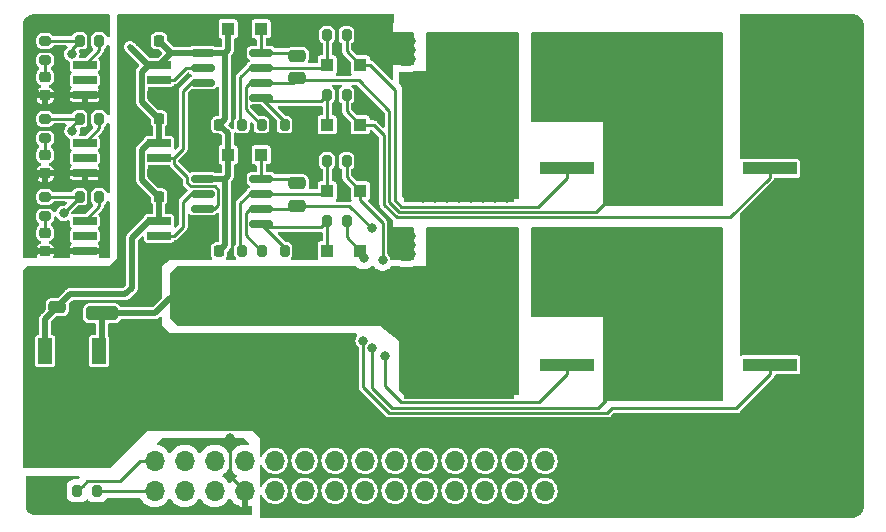
<source format=gbr>
%TF.GenerationSoftware,KiCad,Pcbnew,(6.0.0)*%
%TF.CreationDate,2022-03-21T15:13:20+09:00*%
%TF.ProjectId,MotorDriver base unit,4d6f746f-7244-4726-9976-657220626173,rev?*%
%TF.SameCoordinates,Original*%
%TF.FileFunction,Copper,L1,Top*%
%TF.FilePolarity,Positive*%
%FSLAX46Y46*%
G04 Gerber Fmt 4.6, Leading zero omitted, Abs format (unit mm)*
G04 Created by KiCad (PCBNEW (6.0.0)) date 2022-03-21 15:13:20*
%MOMM*%
%LPD*%
G01*
G04 APERTURE LIST*
G04 Aperture macros list*
%AMRoundRect*
0 Rectangle with rounded corners*
0 $1 Rounding radius*
0 $2 $3 $4 $5 $6 $7 $8 $9 X,Y pos of 4 corners*
0 Add a 4 corners polygon primitive as box body*
4,1,4,$2,$3,$4,$5,$6,$7,$8,$9,$2,$3,0*
0 Add four circle primitives for the rounded corners*
1,1,$1+$1,$2,$3*
1,1,$1+$1,$4,$5*
1,1,$1+$1,$6,$7*
1,1,$1+$1,$8,$9*
0 Add four rect primitives between the rounded corners*
20,1,$1+$1,$2,$3,$4,$5,0*
20,1,$1+$1,$4,$5,$6,$7,0*
20,1,$1+$1,$6,$7,$8,$9,0*
20,1,$1+$1,$8,$9,$2,$3,0*%
G04 Aperture macros list end*
%TA.AperFunction,SMDPad,CuDef*%
%ADD10RoundRect,0.225000X0.225000X0.250000X-0.225000X0.250000X-0.225000X-0.250000X0.225000X-0.250000X0*%
%TD*%
%TA.AperFunction,SMDPad,CuDef*%
%ADD11RoundRect,0.250000X-1.000000X1.750000X-1.000000X-1.750000X1.000000X-1.750000X1.000000X1.750000X0*%
%TD*%
%TA.AperFunction,SMDPad,CuDef*%
%ADD12RoundRect,0.218750X0.256250X-0.218750X0.256250X0.218750X-0.256250X0.218750X-0.256250X-0.218750X0*%
%TD*%
%TA.AperFunction,SMDPad,CuDef*%
%ADD13RoundRect,0.200000X-0.275000X0.200000X-0.275000X-0.200000X0.275000X-0.200000X0.275000X0.200000X0*%
%TD*%
%TA.AperFunction,SMDPad,CuDef*%
%ADD14RoundRect,0.200000X0.200000X0.275000X-0.200000X0.275000X-0.200000X-0.275000X0.200000X-0.275000X0*%
%TD*%
%TA.AperFunction,SMDPad,CuDef*%
%ADD15R,2.000000X0.640000*%
%TD*%
%TA.AperFunction,SMDPad,CuDef*%
%ADD16R,3.500000X2.700000*%
%TD*%
%TA.AperFunction,SMDPad,CuDef*%
%ADD17R,4.600000X1.100000*%
%TD*%
%TA.AperFunction,SMDPad,CuDef*%
%ADD18R,9.400000X10.800000*%
%TD*%
%TA.AperFunction,SMDPad,CuDef*%
%ADD19RoundRect,0.150000X-0.825000X-0.150000X0.825000X-0.150000X0.825000X0.150000X-0.825000X0.150000X0*%
%TD*%
%TA.AperFunction,SMDPad,CuDef*%
%ADD20R,1.100000X1.100000*%
%TD*%
%TA.AperFunction,SMDPad,CuDef*%
%ADD21RoundRect,0.200000X-0.200000X-0.275000X0.200000X-0.275000X0.200000X0.275000X-0.200000X0.275000X0*%
%TD*%
%TA.AperFunction,SMDPad,CuDef*%
%ADD22RoundRect,0.250000X-0.475000X0.250000X-0.475000X-0.250000X0.475000X-0.250000X0.475000X0.250000X0*%
%TD*%
%TA.AperFunction,SMDPad,CuDef*%
%ADD23RoundRect,0.249999X0.325001X1.100001X-0.325001X1.100001X-0.325001X-1.100001X0.325001X-1.100001X0*%
%TD*%
%TA.AperFunction,SMDPad,CuDef*%
%ADD24RoundRect,0.250000X1.100000X-0.325000X1.100000X0.325000X-1.100000X0.325000X-1.100000X-0.325000X0*%
%TD*%
%TA.AperFunction,SMDPad,CuDef*%
%ADD25RoundRect,0.250000X0.475000X-0.250000X0.475000X0.250000X-0.475000X0.250000X-0.475000X-0.250000X0*%
%TD*%
%TA.AperFunction,SMDPad,CuDef*%
%ADD26R,1.200000X2.200000*%
%TD*%
%TA.AperFunction,SMDPad,CuDef*%
%ADD27R,5.800000X6.400000*%
%TD*%
%TA.AperFunction,ComponentPad*%
%ADD28R,1.700000X1.700000*%
%TD*%
%TA.AperFunction,ComponentPad*%
%ADD29O,1.700000X1.700000*%
%TD*%
%TA.AperFunction,ViaPad*%
%ADD30C,0.800000*%
%TD*%
%TA.AperFunction,ViaPad*%
%ADD31C,1.000000*%
%TD*%
%TA.AperFunction,Conductor*%
%ADD32C,0.250000*%
%TD*%
%TA.AperFunction,Conductor*%
%ADD33C,0.500000*%
%TD*%
G04 APERTURE END LIST*
D10*
%TO.P,C23,1*%
%TO.N,+12V*%
X119126000Y-81915000D03*
%TO.P,C23,2*%
%TO.N,GNDA*%
X117576000Y-81915000D03*
%TD*%
D11*
%TO.P,C36,1*%
%TO.N,+BATT*%
X132588000Y-103696000D03*
%TO.P,C36,2*%
%TO.N,GNDA*%
X132588000Y-111696000D03*
%TD*%
D12*
%TO.P,D9,1*%
%TO.N,GND*%
X109474000Y-99746000D03*
%TO.P,D9,2*%
%TO.N,Net-(D9-Pad2)*%
X109474000Y-98171000D03*
%TD*%
%TO.P,D11,1*%
%TO.N,GND*%
X109474000Y-86538000D03*
%TO.P,D11,2*%
%TO.N,Net-(D11-Pad2)*%
X109474000Y-84963000D03*
%TD*%
%TO.P,D12,1*%
%TO.N,GND*%
X109474000Y-93142000D03*
%TO.P,D12,2*%
%TO.N,Net-(D12-Pad2)*%
X109474000Y-91567000D03*
%TD*%
D13*
%TO.P,R7,1*%
%TO.N,CW_M1*%
X109474000Y-95123000D03*
%TO.P,R7,2*%
%TO.N,Net-(D9-Pad2)*%
X109474000Y-96773000D03*
%TD*%
%TO.P,R8,1*%
%TO.N,CCW_M1*%
X109474000Y-81915000D03*
%TO.P,R8,2*%
%TO.N,Net-(D11-Pad2)*%
X109474000Y-83565000D03*
%TD*%
%TO.P,R9,1*%
%TO.N,SD_M1*%
X109474000Y-88519000D03*
%TO.P,R9,2*%
%TO.N,Net-(D12-Pad2)*%
X109474000Y-90169000D03*
%TD*%
D14*
%TO.P,R20,1*%
%TO.N,Net-(R20-Pad1)*%
X114046000Y-95123000D03*
%TO.P,R20,2*%
%TO.N,CW_M1*%
X112396000Y-95123000D03*
%TD*%
%TO.P,R21,1*%
%TO.N,Net-(R21-Pad1)*%
X114046000Y-88519000D03*
%TO.P,R21,2*%
%TO.N,SD_M1*%
X112396000Y-88519000D03*
%TD*%
%TO.P,R22,1*%
%TO.N,Net-(R22-Pad1)*%
X114046000Y-81915000D03*
%TO.P,R22,2*%
%TO.N,CCW_M1*%
X112396000Y-81915000D03*
%TD*%
D15*
%TO.P,U7,1*%
%TO.N,Net-(R21-Pad1)*%
X112826000Y-90551000D03*
%TO.P,U7,2*%
%TO.N,N/C*%
X112826000Y-91821000D03*
%TO.P,U7,3*%
%TO.N,GND*%
X112826000Y-93091000D03*
%TO.P,U7,4*%
%TO.N,GNDA*%
X119126000Y-93091000D03*
%TO.P,U7,5*%
%TO.N,Net-(U12-Pad3)*%
X119126000Y-91821000D03*
%TO.P,U7,6*%
%TO.N,+12V*%
X119126000Y-90551000D03*
%TD*%
%TO.P,U8,1*%
%TO.N,Net-(R22-Pad1)*%
X112826000Y-83947000D03*
%TO.P,U8,2*%
%TO.N,N/C*%
X112826000Y-85217000D03*
%TO.P,U8,3*%
%TO.N,GND*%
X112826000Y-86487000D03*
%TO.P,U8,4*%
%TO.N,GNDA*%
X119126000Y-86487000D03*
%TO.P,U8,5*%
%TO.N,Net-(U13-Pad2)*%
X119126000Y-85217000D03*
%TO.P,U8,6*%
%TO.N,+12V*%
X119126000Y-83947000D03*
%TD*%
D10*
%TO.P,C22,1*%
%TO.N,+12V*%
X119126000Y-88519000D03*
%TO.P,C22,2*%
%TO.N,GNDA*%
X117576000Y-88519000D03*
%TD*%
D16*
%TO.P,D47,1*%
%TO.N,Net-(C31-Pad2)*%
X153670000Y-99187000D03*
%TO.P,D47,2*%
%TO.N,+BATT*%
X146870000Y-99187000D03*
%TD*%
%TO.P,D56,1*%
%TO.N,GNDA*%
X170815000Y-82677000D03*
%TO.P,D56,2*%
%TO.N,Net-(C32-Pad2)*%
X164015000Y-82677000D03*
%TD*%
%TO.P,D55,1*%
%TO.N,Net-(C32-Pad2)*%
X153670000Y-82677000D03*
%TO.P,D55,2*%
%TO.N,+BATT*%
X146870000Y-82677000D03*
%TD*%
%TO.P,D48,1*%
%TO.N,GNDA*%
X170815000Y-99187000D03*
%TO.P,D48,2*%
%TO.N,Net-(C31-Pad2)*%
X164015000Y-99187000D03*
%TD*%
D17*
%TO.P,Q6,1*%
%TO.N,Net-(D30-Pad1)*%
X170815000Y-92710000D03*
D18*
%TO.P,Q6,2*%
%TO.N,Net-(C32-Pad2)*%
X161665000Y-90170000D03*
D17*
%TO.P,Q6,3*%
%TO.N,GNDA*%
X170815000Y-87630000D03*
%TD*%
%TO.P,Q5,1*%
%TO.N,Net-(D29-Pad1)*%
X153670000Y-92710000D03*
D18*
%TO.P,Q5,2*%
%TO.N,+BATT*%
X144520000Y-90170000D03*
D17*
%TO.P,Q5,3*%
%TO.N,Net-(C32-Pad2)*%
X153670000Y-87630000D03*
%TD*%
%TO.P,Q2,1*%
%TO.N,Net-(D28-Pad1)*%
X170875000Y-109347000D03*
D18*
%TO.P,Q2,2*%
%TO.N,Net-(C31-Pad2)*%
X161725000Y-106807000D03*
D17*
%TO.P,Q2,3*%
%TO.N,GNDA*%
X170875000Y-104267000D03*
%TD*%
D19*
%TO.P,U12,1*%
%TO.N,+12V*%
X122812000Y-93599000D03*
%TO.P,U12,2*%
%TO.N,Net-(U12-Pad2)*%
X122812000Y-94869000D03*
%TO.P,U12,3*%
%TO.N,Net-(U12-Pad3)*%
X122812000Y-96139000D03*
%TO.P,U12,4*%
%TO.N,GNDA*%
X122812000Y-97409000D03*
%TO.P,U12,5*%
%TO.N,Net-(D28-Pad2)*%
X127762000Y-97409000D03*
%TO.P,U12,6*%
%TO.N,Net-(C31-Pad2)*%
X127762000Y-96139000D03*
%TO.P,U12,7*%
%TO.N,Net-(D27-Pad2)*%
X127762000Y-94869000D03*
%TO.P,U12,8*%
%TO.N,Net-(C31-Pad1)*%
X127762000Y-93599000D03*
%TD*%
D14*
%TO.P,R38,1*%
%TO.N,Net-(D30-Pad1)*%
X135000000Y-86487000D03*
%TO.P,R38,2*%
%TO.N,Net-(D30-Pad2)*%
X133350000Y-86487000D03*
%TD*%
%TO.P,R37,1*%
%TO.N,Net-(D29-Pad1)*%
X135000000Y-81407000D03*
%TO.P,R37,2*%
%TO.N,Net-(D29-Pad2)*%
X133350000Y-81407000D03*
%TD*%
%TO.P,R35,1*%
%TO.N,Net-(D27-Pad1)*%
X135000000Y-92075000D03*
%TO.P,R35,2*%
%TO.N,Net-(D27-Pad2)*%
X133350000Y-92075000D03*
%TD*%
%TO.P,R36,1*%
%TO.N,Net-(D28-Pad1)*%
X135000000Y-97155000D03*
%TO.P,R36,2*%
%TO.N,Net-(D28-Pad2)*%
X133350000Y-97155000D03*
%TD*%
D20*
%TO.P,D30,1*%
%TO.N,Net-(D30-Pad1)*%
X136150000Y-89027000D03*
%TO.P,D30,2*%
%TO.N,Net-(D30-Pad2)*%
X133350000Y-89027000D03*
%TD*%
%TO.P,D29,1*%
%TO.N,Net-(D29-Pad1)*%
X136150000Y-83947000D03*
%TO.P,D29,2*%
%TO.N,Net-(D29-Pad2)*%
X133350000Y-83947000D03*
%TD*%
%TO.P,D28,1*%
%TO.N,Net-(D28-Pad1)*%
X136150000Y-99695000D03*
%TO.P,D28,2*%
%TO.N,Net-(D28-Pad2)*%
X133350000Y-99695000D03*
%TD*%
%TO.P,D27,1*%
%TO.N,Net-(D27-Pad1)*%
X136150000Y-94615000D03*
%TO.P,D27,2*%
%TO.N,Net-(D27-Pad2)*%
X133350000Y-94615000D03*
%TD*%
%TO.P,D24,1*%
%TO.N,+12V*%
X124962000Y-80899000D03*
%TO.P,D24,2*%
%TO.N,Net-(C32-Pad1)*%
X127762000Y-80899000D03*
%TD*%
%TO.P,D23,1*%
%TO.N,+12V*%
X124962000Y-91567000D03*
%TO.P,D23,2*%
%TO.N,Net-(C31-Pad1)*%
X127762000Y-91567000D03*
%TD*%
D10*
%TO.P,C28,1*%
%TO.N,+12V*%
X124232000Y-89027000D03*
%TO.P,C28,2*%
%TO.N,GNDA*%
X122682000Y-89027000D03*
%TD*%
%TO.P,C27,1*%
%TO.N,+12V*%
X124206000Y-99695000D03*
%TO.P,C27,2*%
%TO.N,GNDA*%
X122656000Y-99695000D03*
%TD*%
D19*
%TO.P,U13,1*%
%TO.N,+12V*%
X122812000Y-82931000D03*
%TO.P,U13,2*%
%TO.N,Net-(U13-Pad2)*%
X122812000Y-84201000D03*
%TO.P,U13,3*%
%TO.N,Net-(U12-Pad3)*%
X122812000Y-85471000D03*
%TO.P,U13,4*%
%TO.N,GNDA*%
X122812000Y-86741000D03*
%TO.P,U13,5*%
%TO.N,Net-(D30-Pad2)*%
X127762000Y-86741000D03*
%TO.P,U13,6*%
%TO.N,Net-(C32-Pad2)*%
X127762000Y-85471000D03*
%TO.P,U13,7*%
%TO.N,Net-(D29-Pad2)*%
X127762000Y-84201000D03*
%TO.P,U13,8*%
%TO.N,Net-(C32-Pad1)*%
X127762000Y-82931000D03*
%TD*%
D21*
%TO.P,R28,1*%
%TO.N,Net-(D30-Pad2)*%
X129756500Y-89027000D03*
%TO.P,R28,2*%
%TO.N,GNDA*%
X131406500Y-89027000D03*
%TD*%
%TO.P,R31,1*%
%TO.N,Net-(D29-Pad2)*%
X126149500Y-89027000D03*
%TO.P,R31,2*%
%TO.N,Net-(C32-Pad2)*%
X127799500Y-89027000D03*
%TD*%
%TO.P,R30,1*%
%TO.N,Net-(D27-Pad2)*%
X126149500Y-99695000D03*
%TO.P,R30,2*%
%TO.N,Net-(C31-Pad2)*%
X127799500Y-99695000D03*
%TD*%
%TO.P,R27,1*%
%TO.N,Net-(D28-Pad2)*%
X129756500Y-99695000D03*
%TO.P,R27,2*%
%TO.N,GNDA*%
X131406500Y-99695000D03*
%TD*%
D22*
%TO.P,C31,1*%
%TO.N,Net-(C31-Pad1)*%
X130810000Y-93980000D03*
%TO.P,C31,2*%
%TO.N,Net-(C31-Pad2)*%
X130810000Y-95880000D03*
%TD*%
%TO.P,C32,1*%
%TO.N,Net-(C32-Pad1)*%
X130810000Y-83185000D03*
%TO.P,C32,2*%
%TO.N,Net-(C32-Pad2)*%
X130810000Y-85085000D03*
%TD*%
D23*
%TO.P,C57,1*%
%TO.N,+BATT*%
X143002000Y-99187000D03*
%TO.P,C57,2*%
%TO.N,GNDA*%
X140052000Y-99187000D03*
%TD*%
%TO.P,C58,1*%
%TO.N,+BATT*%
X143002000Y-82677000D03*
%TO.P,C58,2*%
%TO.N,GNDA*%
X140052000Y-82677000D03*
%TD*%
D15*
%TO.P,U6,1*%
%TO.N,Net-(R20-Pad1)*%
X112826000Y-97155000D03*
%TO.P,U6,2*%
%TO.N,N/C*%
X112826000Y-98425000D03*
%TO.P,U6,3*%
%TO.N,GND*%
X112826000Y-99695000D03*
%TO.P,U6,4*%
%TO.N,GNDA*%
X119126000Y-99695000D03*
%TO.P,U6,5*%
%TO.N,Net-(U12-Pad2)*%
X119126000Y-98425000D03*
%TO.P,U6,6*%
%TO.N,+12V*%
X119126000Y-97155000D03*
%TD*%
D10*
%TO.P,C21,1*%
%TO.N,+12V*%
X119126000Y-95123000D03*
%TO.P,C21,2*%
%TO.N,GNDA*%
X117576000Y-95123000D03*
%TD*%
D17*
%TO.P,Q1,1*%
%TO.N,Net-(D27-Pad1)*%
X153670000Y-109347000D03*
D18*
%TO.P,Q1,2*%
%TO.N,+BATT*%
X144520000Y-106807000D03*
D17*
%TO.P,Q1,3*%
%TO.N,Net-(C31-Pad2)*%
X153670000Y-104267000D03*
%TD*%
D24*
%TO.P,C1,1*%
%TO.N,+BATT*%
X114300000Y-104980000D03*
%TO.P,C1,2*%
%TO.N,GNDA*%
X114300000Y-102030000D03*
%TD*%
D25*
%TO.P,C2,1*%
%TO.N,+12V*%
X110490000Y-104455000D03*
%TO.P,C2,2*%
%TO.N,GNDA*%
X110490000Y-102555000D03*
%TD*%
D11*
%TO.P,C35,1*%
%TO.N,+BATT*%
X121412000Y-103696000D03*
%TO.P,C35,2*%
%TO.N,GNDA*%
X121412000Y-111696000D03*
%TD*%
D26*
%TO.P,U1,1*%
%TO.N,+BATT*%
X114040000Y-108195000D03*
D27*
%TO.P,U1,2*%
%TO.N,GNDA*%
X111760000Y-114495000D03*
D26*
%TO.P,U1,3*%
%TO.N,+12V*%
X109480000Y-108195000D03*
%TD*%
D28*
%TO.P,J1,1*%
%TO.N,GNDA*%
X177165000Y-117475000D03*
D29*
%TO.P,J1,2*%
X177165000Y-120015000D03*
%TO.P,J1,3*%
X174625000Y-117475000D03*
%TO.P,J1,4*%
X174625000Y-120015000D03*
%TO.P,J1,5*%
X172085000Y-117475000D03*
%TO.P,J1,6*%
X172085000Y-120015000D03*
%TO.P,J1,7*%
X169545000Y-117475000D03*
%TO.P,J1,8*%
X169545000Y-120015000D03*
%TO.P,J1,9*%
X167005000Y-117475000D03*
%TO.P,J1,10*%
X167005000Y-120015000D03*
%TO.P,J1,11*%
X164465000Y-117475000D03*
%TO.P,J1,12*%
X164465000Y-120015000D03*
%TO.P,J1,13*%
X161925000Y-117475000D03*
%TO.P,J1,14*%
X161925000Y-120015000D03*
%TO.P,J1,15*%
X159385000Y-117475000D03*
%TO.P,J1,16*%
X159385000Y-120015000D03*
%TO.P,J1,17*%
X156845000Y-117475000D03*
%TO.P,J1,18*%
X156845000Y-120015000D03*
%TO.P,J1,19*%
X154305000Y-117475000D03*
%TO.P,J1,20*%
X154305000Y-120015000D03*
%TO.P,J1,21*%
%TO.N,+BATT*%
X151765000Y-117475000D03*
%TO.P,J1,22*%
X151765000Y-120015000D03*
%TO.P,J1,23*%
X149225000Y-117475000D03*
%TO.P,J1,24*%
X149225000Y-120015000D03*
%TO.P,J1,25*%
X146685000Y-117475000D03*
%TO.P,J1,26*%
X146685000Y-120015000D03*
%TO.P,J1,27*%
X144145000Y-117475000D03*
%TO.P,J1,28*%
X144145000Y-120015000D03*
%TO.P,J1,29*%
X141605000Y-117475000D03*
%TO.P,J1,30*%
X141605000Y-120015000D03*
%TO.P,J1,31*%
X139065000Y-117475000D03*
%TO.P,J1,32*%
X139065000Y-120015000D03*
%TO.P,J1,33*%
X136525000Y-117475000D03*
%TO.P,J1,34*%
X136525000Y-120015000D03*
%TO.P,J1,35*%
X133985000Y-117475000D03*
%TO.P,J1,36*%
X133985000Y-120015000D03*
%TO.P,J1,37*%
X131445000Y-117475000D03*
%TO.P,J1,38*%
X131445000Y-120015000D03*
%TO.P,J1,39*%
X128905000Y-117475000D03*
%TO.P,J1,40*%
X128905000Y-120015000D03*
%TO.P,J1,41*%
%TO.N,Net-(J1-Pad41)*%
X126365000Y-117475000D03*
%TO.P,J1,42*%
%TO.N,GND*%
X126365000Y-120015000D03*
%TO.P,J1,43*%
%TO.N,Net-(J1-Pad43)*%
X123825000Y-117475000D03*
%TO.P,J1,44*%
%TO.N,CCW_M1*%
X123825000Y-120015000D03*
%TO.P,J1,45*%
%TO.N,Net-(J1-Pad45)*%
X121285000Y-117475000D03*
%TO.P,J1,46*%
%TO.N,CW_M1*%
X121285000Y-120015000D03*
%TO.P,J1,47*%
%TO.N,SD_M1*%
X118745000Y-117475000D03*
%TO.P,J1,48*%
%TO.N,+5V*%
X118745000Y-120015000D03*
%TD*%
D21*
%TO.P,R1,1*%
%TO.N,SD_M1*%
X112205000Y-120015000D03*
%TO.P,R1,2*%
%TO.N,+5V*%
X113855000Y-120015000D03*
%TD*%
D30*
%TO.N,GND*%
X116840000Y-121285000D03*
X108585000Y-80645000D03*
X108585000Y-86360000D03*
X108585000Y-93345000D03*
X111125000Y-121285000D03*
X125095000Y-115570000D03*
X114300000Y-80645000D03*
X114300000Y-93345000D03*
X114300000Y-86360000D03*
X114300000Y-99695000D03*
X109220000Y-119380000D03*
X108585000Y-99695000D03*
%TO.N,GNDA*%
X139700000Y-99949000D03*
X140462000Y-98425000D03*
X139700000Y-98425000D03*
X139700000Y-99187000D03*
X138938000Y-98425000D03*
X138938000Y-99187000D03*
X140462000Y-99187000D03*
X138938000Y-99949000D03*
X140462000Y-99949000D03*
X138938000Y-81915000D03*
X119380000Y-107696000D03*
X175260000Y-106045000D03*
X134874000Y-90424000D03*
X136906000Y-80772000D03*
X131318000Y-98552000D03*
X175260000Y-111125000D03*
X122936000Y-98552000D03*
X117602000Y-103886000D03*
X120904000Y-99822000D03*
X116332000Y-85598000D03*
X116586000Y-80772000D03*
X136144000Y-114046000D03*
X138938000Y-82677000D03*
X126238000Y-81026000D03*
X131826000Y-92456000D03*
X116586000Y-96520000D03*
X123190000Y-107188000D03*
X125730000Y-94234000D03*
X171450000Y-113665000D03*
X116332000Y-92456000D03*
X134112000Y-114046000D03*
X177800000Y-95885000D03*
X177800000Y-106045000D03*
X122682000Y-87630000D03*
X122936000Y-81026000D03*
X129540000Y-92456000D03*
X177800000Y-111125000D03*
X139700000Y-81915000D03*
X128016000Y-107188000D03*
X131826000Y-114046000D03*
X129540000Y-114046000D03*
X115824000Y-101092000D03*
X130302000Y-107188000D03*
X140462000Y-81915000D03*
X138938000Y-83439000D03*
X140462000Y-82677000D03*
X137160000Y-93218000D03*
X176530000Y-103505000D03*
X132588000Y-107188000D03*
X172720000Y-111125000D03*
X129540000Y-81026000D03*
X176530000Y-108585000D03*
X134366000Y-107188000D03*
X139700000Y-83439000D03*
X125730000Y-84074000D03*
X120142000Y-87376000D03*
X176530000Y-113665000D03*
X132334000Y-82550000D03*
X118110000Y-100838000D03*
X126238000Y-90424000D03*
X116586000Y-106172000D03*
X136398000Y-87376000D03*
X125730000Y-107188000D03*
X116586000Y-89662000D03*
X140462000Y-83439000D03*
X131064000Y-88138000D03*
X120396000Y-94234000D03*
X173990000Y-113665000D03*
X139700000Y-82677000D03*
X175260000Y-95885000D03*
X123190000Y-92202000D03*
D31*
%TO.N,+BATT*%
X140462000Y-108331000D03*
X143510000Y-108331000D03*
X145542000Y-108331000D03*
X146558000Y-108331000D03*
X147574000Y-108331000D03*
X141478000Y-108331000D03*
X142494000Y-108331000D03*
X144526000Y-108331000D03*
X148590000Y-108331000D03*
X140462000Y-103251000D03*
X143510000Y-103251000D03*
X145542000Y-103251000D03*
X146558000Y-103251000D03*
X147574000Y-103251000D03*
X141478000Y-103251000D03*
X142494000Y-103251000D03*
X144526000Y-103251000D03*
X148590000Y-103251000D03*
X141478000Y-104267000D03*
X145542000Y-101219000D03*
X141478000Y-105283000D03*
X146558000Y-101219000D03*
X142494000Y-101219000D03*
X145542000Y-102235000D03*
X145542000Y-100203000D03*
X140462000Y-102235000D03*
X144526000Y-101219000D03*
X144526000Y-102235000D03*
X148590000Y-102235000D03*
X148590000Y-101219000D03*
X148590000Y-100203000D03*
X147574000Y-101219000D03*
X143510000Y-101219000D03*
X140462000Y-104267000D03*
X146558000Y-100203000D03*
X146558000Y-102235000D03*
X141478000Y-102235000D03*
X143510000Y-102235000D03*
X144526000Y-100203000D03*
X147574000Y-102235000D03*
X140462000Y-105283000D03*
X142494000Y-100203000D03*
X142494000Y-102235000D03*
X147574000Y-100203000D03*
X143510000Y-100203000D03*
X143510000Y-95123000D03*
X145542000Y-95123000D03*
X146558000Y-95123000D03*
X147574000Y-95123000D03*
X141478000Y-95123000D03*
X142494000Y-95123000D03*
X144526000Y-95123000D03*
X148590000Y-95123000D03*
X141478000Y-92075000D03*
X145542000Y-93091000D03*
X141478000Y-93091000D03*
X140462000Y-91059000D03*
X146558000Y-93091000D03*
X142494000Y-93091000D03*
X147574000Y-91059000D03*
X142494000Y-89027000D03*
X140462000Y-90043000D03*
X145542000Y-94107000D03*
X145542000Y-92075000D03*
X144526000Y-91059000D03*
X146558000Y-89027000D03*
X144526000Y-89027000D03*
X144526000Y-90043000D03*
X143510000Y-91059000D03*
X148590000Y-91059000D03*
X145542000Y-89027000D03*
X140462000Y-94107000D03*
X142494000Y-91059000D03*
X145542000Y-90043000D03*
X148590000Y-89027000D03*
X146558000Y-88011000D03*
X146558000Y-90043000D03*
X141478000Y-90043000D03*
X144526000Y-93091000D03*
X144526000Y-94107000D03*
X148590000Y-94107000D03*
X148590000Y-93091000D03*
X148590000Y-92075000D03*
X145542000Y-91059000D03*
X147574000Y-93091000D03*
X143510000Y-93091000D03*
X140462000Y-92075000D03*
X146558000Y-92075000D03*
X146558000Y-94107000D03*
X141478000Y-94107000D03*
X143510000Y-94107000D03*
X144526000Y-92075000D03*
X146558000Y-91059000D03*
X147574000Y-94107000D03*
X141478000Y-91059000D03*
X141478000Y-88011000D03*
X141478000Y-89027000D03*
X140462000Y-93091000D03*
X145542000Y-88011000D03*
X142494000Y-92075000D03*
X148590000Y-90043000D03*
X148590000Y-88011000D03*
X142494000Y-94107000D03*
X147574000Y-92075000D03*
X147574000Y-89027000D03*
X143510000Y-89027000D03*
X140462000Y-88011000D03*
X143510000Y-92075000D03*
X147574000Y-90043000D03*
X140462000Y-86995000D03*
X143510000Y-86995000D03*
X142494000Y-90043000D03*
X145542000Y-86995000D03*
X147574000Y-86995000D03*
X141478000Y-86995000D03*
X142494000Y-86995000D03*
X148590000Y-86995000D03*
X142494000Y-88011000D03*
X144526000Y-86995000D03*
X145542000Y-84963000D03*
X143510000Y-88011000D03*
X146558000Y-86995000D03*
X147574000Y-88011000D03*
X140462000Y-89027000D03*
X143510000Y-90043000D03*
X144526000Y-88011000D03*
X143510000Y-83947000D03*
X146558000Y-85979000D03*
X144526000Y-84963000D03*
X148590000Y-84963000D03*
X148590000Y-83947000D03*
X147574000Y-84963000D03*
X140462000Y-85979000D03*
X148590000Y-85979000D03*
X145542000Y-85979000D03*
X141478000Y-85979000D03*
X142494000Y-85979000D03*
X147574000Y-85979000D03*
X146558000Y-84963000D03*
X144526000Y-85979000D03*
X146558000Y-83947000D03*
X147574000Y-83947000D03*
X143510000Y-85979000D03*
X144526000Y-83947000D03*
X143510000Y-84963000D03*
X142494000Y-83947000D03*
X142494000Y-84963000D03*
X145542000Y-83947000D03*
X142494000Y-81915000D03*
X148590000Y-81915000D03*
X145542000Y-82931000D03*
X147574000Y-81915000D03*
X146558000Y-82931000D03*
X145542000Y-81915000D03*
X142494000Y-82931000D03*
X146558000Y-81915000D03*
X144526000Y-82931000D03*
X148590000Y-82931000D03*
X147574000Y-82931000D03*
X143510000Y-81915000D03*
X144526000Y-81915000D03*
X143510000Y-82931000D03*
X147574000Y-106299000D03*
X147574000Y-109347000D03*
X143510000Y-98171000D03*
X148590000Y-111379000D03*
X145542000Y-107315000D03*
X147574000Y-99187000D03*
X147574000Y-104267000D03*
X144526000Y-105283000D03*
X144526000Y-107315000D03*
X148590000Y-109347000D03*
X145542000Y-104267000D03*
X147574000Y-105283000D03*
X142494000Y-106299000D03*
X145542000Y-106299000D03*
X148590000Y-99187000D03*
X148590000Y-107315000D03*
X143510000Y-104267000D03*
X146558000Y-99187000D03*
X144526000Y-99187000D03*
X144526000Y-109347000D03*
X145542000Y-99187000D03*
X141478000Y-106299000D03*
X140462000Y-109347000D03*
X143510000Y-107315000D03*
X148590000Y-106299000D03*
X147574000Y-107315000D03*
X143510000Y-111379000D03*
X144526000Y-98171000D03*
X140462000Y-110363000D03*
X142494000Y-111379000D03*
X146558000Y-110363000D03*
X140462000Y-111379000D03*
X147574000Y-110363000D03*
X141478000Y-107315000D03*
X143510000Y-105283000D03*
X144526000Y-104267000D03*
X145542000Y-105283000D03*
X146558000Y-111379000D03*
X142494000Y-110363000D03*
X147574000Y-111379000D03*
X146558000Y-109347000D03*
X143510000Y-106299000D03*
X145542000Y-98171000D03*
X141478000Y-109347000D03*
X143510000Y-110363000D03*
X144526000Y-111379000D03*
X147574000Y-98171000D03*
X140462000Y-106299000D03*
X142494000Y-99187000D03*
X146558000Y-98171000D03*
X142494000Y-104267000D03*
X144526000Y-110363000D03*
X146558000Y-104267000D03*
X146558000Y-107315000D03*
X146558000Y-106299000D03*
X145542000Y-109347000D03*
X143510000Y-99187000D03*
X142494000Y-107315000D03*
X142494000Y-105283000D03*
X143510000Y-109347000D03*
X144526000Y-106299000D03*
X148590000Y-110363000D03*
X145542000Y-111379000D03*
X148590000Y-104267000D03*
X148590000Y-105283000D03*
X141478000Y-110363000D03*
X142494000Y-109347000D03*
X142494000Y-98171000D03*
X148590000Y-98171000D03*
X141478000Y-111379000D03*
X146558000Y-105283000D03*
X140462000Y-107315000D03*
X145542000Y-110363000D03*
D30*
%TO.N,CW_M1*%
X111035000Y-96520000D03*
%TO.N,CCW_M1*%
X111737390Y-83033577D03*
%TO.N,SD_M1*%
X111760000Y-89535000D03*
D31*
%TO.N,Net-(C31-Pad2)*%
X161798000Y-106299000D03*
X156718000Y-100203000D03*
X155702000Y-99187000D03*
X157734000Y-100203000D03*
X162814000Y-100203000D03*
X165862000Y-101219000D03*
X158750000Y-100203000D03*
X159766000Y-100203000D03*
X165862000Y-100203000D03*
X156718000Y-99187000D03*
X154686000Y-101219000D03*
X156718000Y-101219000D03*
X154686000Y-99187000D03*
X164846000Y-100203000D03*
X163830000Y-100203000D03*
X160782000Y-100203000D03*
X155702000Y-101219000D03*
X154686000Y-100203000D03*
X155702000Y-100203000D03*
X161798000Y-100203000D03*
X164846000Y-99187000D03*
X161798000Y-99187000D03*
X159766000Y-99187000D03*
X157734000Y-99187000D03*
X163830000Y-99187000D03*
X165862000Y-99187000D03*
X160782000Y-99187000D03*
X162814000Y-99187000D03*
X158750000Y-99187000D03*
X161798000Y-101219000D03*
X158750000Y-101219000D03*
X162814000Y-101219000D03*
X163830000Y-101219000D03*
X159766000Y-101219000D03*
X157734000Y-101219000D03*
X164846000Y-101219000D03*
X160782000Y-101219000D03*
X157734000Y-108331000D03*
X161798000Y-104267000D03*
X164846000Y-111379000D03*
X153670000Y-102235000D03*
X151638000Y-101219000D03*
X165862000Y-108331000D03*
X165862000Y-103251000D03*
X158750000Y-102235000D03*
X163830000Y-106299000D03*
X158750000Y-105283000D03*
X163830000Y-109347000D03*
X157734000Y-109347000D03*
X163830000Y-107315000D03*
X161798000Y-102235000D03*
X163830000Y-104267000D03*
X162814000Y-106299000D03*
D30*
X137160000Y-107950000D03*
D31*
X159766000Y-106299000D03*
X161798000Y-110363000D03*
X158750000Y-110363000D03*
X151638000Y-99187000D03*
X162814000Y-104267000D03*
X164846000Y-108331000D03*
X158750000Y-109347000D03*
X158750000Y-106299000D03*
X157734000Y-111379000D03*
X162814000Y-109347000D03*
X165862000Y-105283000D03*
X158750000Y-111379000D03*
X151638000Y-100203000D03*
X152654000Y-100203000D03*
X160782000Y-110363000D03*
X157734000Y-103251000D03*
X156718000Y-103251000D03*
X158750000Y-104267000D03*
X159766000Y-111379000D03*
X165862000Y-106299000D03*
X154686000Y-104267000D03*
X154686000Y-102235000D03*
X162814000Y-111379000D03*
X162814000Y-103251000D03*
X162814000Y-110363000D03*
X153670000Y-101219000D03*
D30*
X137160000Y-97790000D03*
D31*
X152654000Y-102235000D03*
X161798000Y-105283000D03*
X163830000Y-102235000D03*
X155702000Y-102235000D03*
X165862000Y-110363000D03*
X159766000Y-108331000D03*
X160782000Y-105283000D03*
X159766000Y-107315000D03*
X159766000Y-104267000D03*
X161798000Y-103251000D03*
X164846000Y-109347000D03*
X159766000Y-109347000D03*
X163830000Y-103251000D03*
X160782000Y-109347000D03*
X160782000Y-107315000D03*
X163830000Y-111379000D03*
X165862000Y-104267000D03*
X162814000Y-107315000D03*
X165862000Y-107315000D03*
X164846000Y-105283000D03*
X151638000Y-104267000D03*
X165862000Y-111379000D03*
X161798000Y-109347000D03*
X162814000Y-105283000D03*
X165862000Y-102235000D03*
X160782000Y-103251000D03*
X158750000Y-108331000D03*
X160782000Y-104267000D03*
X164846000Y-107315000D03*
X161798000Y-111379000D03*
X157734000Y-107315000D03*
X158750000Y-103251000D03*
X153670000Y-103251000D03*
X164846000Y-103251000D03*
X157734000Y-102235000D03*
X163830000Y-110363000D03*
X162814000Y-102235000D03*
X163830000Y-105283000D03*
X161798000Y-107315000D03*
X153670000Y-104267000D03*
X163830000Y-108331000D03*
X164846000Y-102235000D03*
X153670000Y-99187000D03*
X154686000Y-103251000D03*
X156718000Y-102235000D03*
X157734000Y-110363000D03*
X151638000Y-102235000D03*
X157734000Y-105283000D03*
X161798000Y-108331000D03*
X157734000Y-104267000D03*
X157734000Y-106299000D03*
X164846000Y-106299000D03*
X160782000Y-108331000D03*
X160782000Y-106299000D03*
X159766000Y-110363000D03*
X158750000Y-107315000D03*
X155702000Y-103251000D03*
X152654000Y-99187000D03*
X159766000Y-102235000D03*
X152654000Y-103251000D03*
X160782000Y-102235000D03*
X152654000Y-104267000D03*
X160782000Y-111379000D03*
X159766000Y-103251000D03*
X151638000Y-103251000D03*
X153670000Y-100203000D03*
X164846000Y-110363000D03*
X155702000Y-104267000D03*
X156718000Y-104267000D03*
X164846000Y-104267000D03*
X159766000Y-105283000D03*
X165862000Y-109347000D03*
X162814000Y-108331000D03*
X152654000Y-101219000D03*
%TO.N,Net-(C32-Pad2)*%
X156718000Y-86995000D03*
X152654000Y-83947000D03*
X155702000Y-85979000D03*
X157734000Y-86995000D03*
X152654000Y-88011000D03*
X162814000Y-86995000D03*
X153670000Y-83947000D03*
X165862000Y-88011000D03*
X153670000Y-86995000D03*
X152654000Y-84963000D03*
X158750000Y-86995000D03*
X153670000Y-84963000D03*
X159766000Y-86995000D03*
X153670000Y-82931000D03*
X165862000Y-86995000D03*
X151638000Y-86995000D03*
X156718000Y-85979000D03*
X154686000Y-88011000D03*
X152654000Y-85979000D03*
X152654000Y-86995000D03*
X156718000Y-88011000D03*
X154686000Y-85979000D03*
X153670000Y-85979000D03*
X151638000Y-85979000D03*
X151638000Y-84963000D03*
X151638000Y-88011000D03*
X164846000Y-86995000D03*
X153670000Y-88011000D03*
X163830000Y-86995000D03*
X160782000Y-86995000D03*
X155702000Y-88011000D03*
X151638000Y-82931000D03*
X154686000Y-86995000D03*
X152654000Y-82931000D03*
X155702000Y-86995000D03*
X161798000Y-86995000D03*
X151638000Y-83947000D03*
X164846000Y-85979000D03*
X165862000Y-84963000D03*
X161798000Y-83947000D03*
X162814000Y-84963000D03*
X161798000Y-85979000D03*
X165862000Y-83947000D03*
X159766000Y-85979000D03*
X162814000Y-83947000D03*
X157734000Y-85979000D03*
X164846000Y-82931000D03*
X154686000Y-82931000D03*
X163830000Y-85979000D03*
X155702000Y-83947000D03*
X158750000Y-82931000D03*
X161798000Y-84963000D03*
X159766000Y-84963000D03*
X165862000Y-85979000D03*
X163830000Y-83947000D03*
X156718000Y-83947000D03*
X159766000Y-83947000D03*
X155702000Y-84963000D03*
X161798000Y-82931000D03*
X157734000Y-82931000D03*
X159766000Y-82931000D03*
X158750000Y-83947000D03*
X163830000Y-82931000D03*
X160782000Y-83947000D03*
X165862000Y-82931000D03*
X155702000Y-82931000D03*
X154686000Y-83947000D03*
X157734000Y-84963000D03*
X154686000Y-84963000D03*
X164846000Y-83947000D03*
X160782000Y-85979000D03*
X157734000Y-83947000D03*
X160782000Y-82931000D03*
X162814000Y-82931000D03*
X156718000Y-84963000D03*
X160782000Y-84963000D03*
X156718000Y-82931000D03*
X158750000Y-84963000D03*
X164846000Y-84963000D03*
X163830000Y-84963000D03*
X162814000Y-85979000D03*
X158750000Y-85979000D03*
X159766000Y-94107000D03*
X162814000Y-92075000D03*
X162814000Y-95123000D03*
X157734000Y-94107000D03*
X157734000Y-93091000D03*
X157734000Y-92075000D03*
X159766000Y-92075000D03*
X158750000Y-94107000D03*
X160782000Y-92075000D03*
X157734000Y-95123000D03*
X165862000Y-92075000D03*
X161798000Y-93091000D03*
X159766000Y-95123000D03*
X158750000Y-95123000D03*
X158750000Y-93091000D03*
X165862000Y-93091000D03*
X164846000Y-93091000D03*
X158750000Y-92075000D03*
X161798000Y-95123000D03*
X164846000Y-94107000D03*
X165862000Y-95123000D03*
X162814000Y-94107000D03*
X165862000Y-94107000D03*
X162814000Y-93091000D03*
X164846000Y-92075000D03*
X163830000Y-95123000D03*
X160782000Y-94107000D03*
X163830000Y-92075000D03*
X160782000Y-93091000D03*
X159766000Y-93091000D03*
X164846000Y-95123000D03*
X160782000Y-95123000D03*
X163830000Y-94107000D03*
X163830000Y-93091000D03*
X161798000Y-94107000D03*
X161798000Y-92075000D03*
X159766000Y-91059000D03*
X158750000Y-89027000D03*
X161798000Y-88011000D03*
X158750000Y-88011000D03*
X162814000Y-88011000D03*
X164846000Y-90043000D03*
X157734000Y-91059000D03*
X158750000Y-90043000D03*
X160782000Y-90043000D03*
X162814000Y-91059000D03*
X158750000Y-91059000D03*
X162814000Y-90043000D03*
X163830000Y-88011000D03*
X163830000Y-89027000D03*
X160782000Y-89027000D03*
X159766000Y-88011000D03*
X160782000Y-91059000D03*
X157734000Y-90043000D03*
X163830000Y-90043000D03*
X161798000Y-89027000D03*
X157734000Y-88011000D03*
X164846000Y-88011000D03*
X165862000Y-91059000D03*
X164846000Y-91059000D03*
X161798000Y-91059000D03*
X161798000Y-90043000D03*
X165862000Y-90043000D03*
X164846000Y-89027000D03*
X157734000Y-89027000D03*
X159766000Y-90043000D03*
X159766000Y-89027000D03*
X160782000Y-88011000D03*
X165862000Y-89027000D03*
X163830000Y-91059000D03*
X162814000Y-89027000D03*
D30*
%TO.N,Net-(D27-Pad1)*%
X138212999Y-108585000D03*
X138049000Y-100457000D03*
%TO.N,Net-(D28-Pad1)*%
X136434990Y-100330000D03*
X136407732Y-107291126D03*
%TD*%
D32*
%TO.N,GND*%
X126365000Y-120015000D02*
X125095000Y-118745000D01*
X125095000Y-118745000D02*
X125095000Y-115570000D01*
%TO.N,GNDA*%
X137504031Y-113882031D02*
X137758031Y-113882031D01*
X137758031Y-113882031D02*
X137922000Y-114046000D01*
X137922000Y-114046000D02*
X158496000Y-114046000D01*
X137504031Y-113882031D02*
X158332031Y-113882031D01*
D33*
%TO.N,+12V*%
X124206000Y-99695000D02*
X124714000Y-99187000D01*
X109480000Y-108195000D02*
X109480000Y-105465000D01*
X119126000Y-95123000D02*
X119126000Y-97155000D01*
X117675999Y-84536999D02*
X117675999Y-87068999D01*
X116840000Y-98580998D02*
X116840000Y-102804946D01*
X119126000Y-90551000D02*
X118265998Y-90551000D01*
X120142000Y-82931000D02*
X119126000Y-83947000D01*
X118265998Y-90551000D02*
X117675999Y-91140999D01*
X118265998Y-97155000D02*
X116840000Y-98580998D01*
X124962000Y-89757000D02*
X124232000Y-89027000D01*
X111567000Y-103378000D02*
X110490000Y-104455000D01*
X119126000Y-83947000D02*
X118265998Y-83947000D01*
X116840000Y-102804946D02*
X116266946Y-103378000D01*
X124714000Y-88545000D02*
X124232000Y-89027000D01*
X116675990Y-82444600D02*
X118178390Y-83947000D01*
X119126000Y-88519000D02*
X119126000Y-90551000D01*
X124962000Y-91567000D02*
X124962000Y-89757000D01*
X109480000Y-105465000D02*
X110490000Y-104455000D01*
X117675999Y-91140999D02*
X117675999Y-93672999D01*
X124962000Y-93351000D02*
X124714000Y-93599000D01*
X116266946Y-103378000D02*
X111567000Y-103378000D01*
X124714000Y-82931000D02*
X124714000Y-88545000D01*
X124962000Y-80899000D02*
X124962000Y-82683000D01*
X119126000Y-81915000D02*
X120142000Y-82931000D01*
X117675999Y-87068999D02*
X119126000Y-88519000D01*
X118178390Y-83947000D02*
X119126000Y-83947000D01*
X118265998Y-83947000D02*
X117675999Y-84536999D01*
X124962000Y-82683000D02*
X124714000Y-82931000D01*
X122812000Y-82931000D02*
X120142000Y-82931000D01*
X117675999Y-93672999D02*
X119126000Y-95123000D01*
X124714000Y-99187000D02*
X124714000Y-93599000D01*
X124714000Y-93599000D02*
X122812000Y-93599000D01*
X124962000Y-91567000D02*
X124962000Y-93351000D01*
X124714000Y-82931000D02*
X122812000Y-82931000D01*
X119126000Y-97155000D02*
X118265998Y-97155000D01*
D32*
%TO.N,Net-(C31-Pad1)*%
X127762000Y-91567000D02*
X127762000Y-93599000D01*
X127762000Y-93599000D02*
X130810000Y-93599000D01*
%TO.N,Net-(C32-Pad1)*%
X127762000Y-82931000D02*
X130810000Y-82931000D01*
X127762000Y-80899000D02*
X127762000Y-82931000D01*
D33*
%TO.N,+BATT*%
X114300000Y-107935000D02*
X114040000Y-108195000D01*
X120062000Y-103696000D02*
X118778000Y-104980000D01*
X114300000Y-104980000D02*
X114300000Y-107935000D01*
X118778000Y-104980000D02*
X115750000Y-104980000D01*
X121412000Y-103696000D02*
X120062000Y-103696000D01*
X115750000Y-104980000D02*
X114300000Y-104980000D01*
D32*
%TO.N,Net-(D9-Pad2)*%
X109474000Y-96773000D02*
X109474000Y-98171000D01*
%TO.N,Net-(D11-Pad2)*%
X109474000Y-83565000D02*
X109474000Y-84963000D01*
%TO.N,Net-(D12-Pad2)*%
X109474000Y-90169000D02*
X109474000Y-91567000D01*
%TO.N,Net-(D27-Pad2)*%
X126011980Y-95644020D02*
X126787000Y-94869000D01*
X133350000Y-94615000D02*
X133350000Y-92075000D01*
X126011980Y-99519980D02*
X126011980Y-95644020D01*
X126787000Y-94869000D02*
X127762000Y-94869000D01*
X126187000Y-99695000D02*
X126011980Y-99519980D01*
X133096000Y-94869000D02*
X133350000Y-94615000D01*
X127762000Y-94869000D02*
X133096000Y-94869000D01*
%TO.N,Net-(D28-Pad2)*%
X127762000Y-97409000D02*
X128062000Y-97709000D01*
X133350000Y-97155000D02*
X133350000Y-99695000D01*
X129794000Y-99695000D02*
X129794000Y-99441000D01*
X132796000Y-97709000D02*
X133350000Y-97155000D01*
X129794000Y-99441000D02*
X127762000Y-97409000D01*
X128062000Y-97709000D02*
X132796000Y-97709000D01*
%TO.N,Net-(D29-Pad2)*%
X127762000Y-84201000D02*
X133096000Y-84201000D01*
X126011980Y-88851980D02*
X126187000Y-89027000D01*
X127762000Y-84201000D02*
X126787000Y-84201000D01*
X126011980Y-84976020D02*
X126011980Y-88851980D01*
X126787000Y-84201000D02*
X126011980Y-84976020D01*
X133096000Y-84201000D02*
X133350000Y-83947000D01*
X133350000Y-81407000D02*
X133350000Y-83947000D01*
%TO.N,Net-(D30-Pad2)*%
X127762000Y-86741000D02*
X128062000Y-87041000D01*
X128062000Y-87041000D02*
X132796000Y-87041000D01*
X132796000Y-87041000D02*
X133350000Y-86487000D01*
X133350000Y-89027000D02*
X133350000Y-86487000D01*
X129794000Y-89027000D02*
X129794000Y-88773000D01*
X129794000Y-88773000D02*
X127762000Y-86741000D01*
%TO.N,CW_M1*%
X109474000Y-95123000D02*
X112396000Y-95123000D01*
X111035000Y-96520000D02*
X111035000Y-96484000D01*
X111035000Y-96484000D02*
X112396000Y-95123000D01*
%TO.N,CCW_M1*%
X111737390Y-82573610D02*
X112396000Y-81915000D01*
X111737390Y-83033577D02*
X111737390Y-82573610D01*
X112396000Y-81915000D02*
X109474000Y-81915000D01*
%TO.N,SD_M1*%
X111760000Y-89535000D02*
X111760000Y-89155000D01*
X112649431Y-119570569D02*
X112205000Y-120015000D01*
X111760000Y-89155000D02*
X112396000Y-88519000D01*
X117542919Y-117475000D02*
X115802929Y-119214990D01*
X112396000Y-88519000D02*
X109474000Y-88519000D01*
X115802929Y-119214990D02*
X113005010Y-119214990D01*
X113005010Y-119214990D02*
X112649431Y-119570569D01*
X118745000Y-117475000D02*
X117542919Y-117475000D01*
%TO.N,Net-(R20-Pad1)*%
X114046000Y-95123000D02*
X114046000Y-95935000D01*
X114046000Y-95935000D02*
X112826000Y-97155000D01*
%TO.N,Net-(R21-Pad1)*%
X114046000Y-89331000D02*
X112826000Y-90551000D01*
X114046000Y-88519000D02*
X114046000Y-89331000D01*
%TO.N,Net-(R22-Pad1)*%
X114046000Y-82727000D02*
X112826000Y-83947000D01*
X114046000Y-81915000D02*
X114046000Y-82727000D01*
%TO.N,Net-(U12-Pad2)*%
X121158000Y-95548000D02*
X121837000Y-94869000D01*
X121158000Y-97643000D02*
X121158000Y-95548000D01*
X119126000Y-98425000D02*
X120376000Y-98425000D01*
X120376000Y-98425000D02*
X121158000Y-97643000D01*
X121837000Y-94869000D02*
X122812000Y-94869000D01*
%TO.N,Net-(U12-Pad3)*%
X121802990Y-94243990D02*
X123833758Y-94243990D01*
X120376000Y-91821000D02*
X120376000Y-92309000D01*
X121511990Y-93952990D02*
X121802990Y-94243990D01*
X121158000Y-86150000D02*
X121158000Y-91039000D01*
X121837000Y-85471000D02*
X121158000Y-86150000D01*
X121511990Y-93444990D02*
X121511990Y-93952990D01*
X121158000Y-91039000D02*
X120376000Y-91821000D01*
X120376000Y-92309000D02*
X121511990Y-93444990D01*
X120376000Y-91821000D02*
X119126000Y-91821000D01*
X123787000Y-96139000D02*
X122812000Y-96139000D01*
X124112010Y-94522242D02*
X124112010Y-95813990D01*
X123833758Y-94243990D02*
X124112010Y-94522242D01*
X122812000Y-85471000D02*
X121837000Y-85471000D01*
X124112010Y-95813990D02*
X123787000Y-96139000D01*
%TO.N,Net-(U13-Pad2)*%
X121392000Y-84201000D02*
X122812000Y-84201000D01*
X119126000Y-85217000D02*
X120376000Y-85217000D01*
X120376000Y-85217000D02*
X121392000Y-84201000D01*
%TO.N,Net-(C31-Pad2)*%
X138807852Y-112982011D02*
X156249989Y-112982011D01*
X126461990Y-98394990D02*
X126461990Y-96464010D01*
X126461990Y-96464010D02*
X126787000Y-96139000D01*
X126787000Y-96139000D02*
X127762000Y-96139000D01*
X127762000Y-96139000D02*
X130551000Y-96139000D01*
X156249989Y-112982011D02*
X161725000Y-107507000D01*
X135238751Y-95903290D02*
X137287000Y-97951539D01*
X137160000Y-111334159D02*
X138807852Y-112982011D01*
X131455710Y-95903290D02*
X135238751Y-95903290D01*
X127762000Y-99695000D02*
X126461990Y-98394990D01*
X130551000Y-96139000D02*
X130810000Y-95880000D01*
X161665000Y-106432000D02*
X161798000Y-106299000D01*
X161725000Y-107507000D02*
X161725000Y-106807000D01*
X137160000Y-107950000D02*
X137160000Y-111334159D01*
%TO.N,Net-(C32-Pad2)*%
X127762000Y-89027000D02*
X126461990Y-87726990D01*
X130424000Y-85471000D02*
X130810000Y-85085000D01*
X138614991Y-95586403D02*
X139426599Y-96398011D01*
X126461990Y-85796010D02*
X126787000Y-85471000D01*
X156136989Y-96398011D02*
X157734000Y-94801000D01*
X126461990Y-87726990D02*
X126461990Y-85796010D01*
X138614990Y-87814990D02*
X138614991Y-95586403D01*
X157734000Y-93798106D02*
X157734000Y-93091000D01*
X157734000Y-94801000D02*
X157734000Y-93798106D01*
X131455710Y-85235290D02*
X136035290Y-85235290D01*
X139426599Y-96398011D02*
X156136989Y-96398011D01*
X136035290Y-85235290D02*
X138614990Y-87814990D01*
X126787000Y-85471000D02*
X127762000Y-85471000D01*
X127762000Y-85471000D02*
X130424000Y-85471000D01*
%TO.N,Net-(D27-Pad1)*%
X139590897Y-112532001D02*
X138212999Y-111154103D01*
X153670000Y-110147000D02*
X153670000Y-109347000D01*
X135000000Y-92075000D02*
X135000000Y-93465000D01*
X136150000Y-95415000D02*
X138049000Y-97314000D01*
X138049000Y-97314000D02*
X138049000Y-100457000D01*
X135000000Y-93465000D02*
X136150000Y-94615000D01*
X139590897Y-112532001D02*
X139700000Y-112532001D01*
X136150000Y-94615000D02*
X136150000Y-95415000D01*
X151284999Y-112532001D02*
X153670000Y-110147000D01*
X139590897Y-112532001D02*
X151284999Y-112532001D01*
X138212999Y-111154103D02*
X138212999Y-108585000D01*
%TO.N,Net-(D28-Pad1)*%
X136525000Y-107315000D02*
X136525000Y-107315000D01*
X135000000Y-98545000D02*
X136150000Y-99695000D01*
X157480000Y-113030000D02*
X167992000Y-113030000D01*
X138829201Y-113432021D02*
X139297979Y-113432021D01*
X170875000Y-110147000D02*
X170875000Y-109347000D01*
X136407732Y-111218301D02*
X136407732Y-107856811D01*
X139297979Y-113432021D02*
X157077979Y-113432021D01*
X157077979Y-113432021D02*
X157480000Y-113030000D01*
X138621452Y-113432021D02*
X136407732Y-111218301D01*
X135000000Y-97155000D02*
X135000000Y-98545000D01*
X139297979Y-113432021D02*
X138621452Y-113432021D01*
X136150000Y-99695000D02*
X136034991Y-99810009D01*
X136034991Y-99930001D02*
X136434990Y-100330000D01*
X136034991Y-99810009D02*
X136034991Y-99930001D01*
X167992000Y-113030000D02*
X170875000Y-110147000D01*
X136407732Y-107856811D02*
X136407732Y-107291126D01*
%TO.N,Net-(D29-Pad1)*%
X139065000Y-86062000D02*
X139065000Y-95400002D01*
X151231999Y-95948001D02*
X153670000Y-93510000D01*
X136150000Y-83947000D02*
X136950000Y-83947000D01*
X153670000Y-93510000D02*
X153670000Y-92710000D01*
X136950000Y-83947000D02*
X139065000Y-86062000D01*
X139612999Y-95948001D02*
X151231999Y-95948001D01*
X135000000Y-82797000D02*
X136150000Y-83947000D01*
X139065000Y-95400002D02*
X139612999Y-95948001D01*
X135000000Y-81407000D02*
X135000000Y-82797000D01*
%TO.N,Net-(D30-Pad1)*%
X170815000Y-93510000D02*
X170815000Y-92710000D01*
X167476979Y-96848021D02*
X170815000Y-93510000D01*
X139240199Y-96848021D02*
X167476979Y-96848021D01*
X135000000Y-86487000D02*
X135000000Y-87877000D01*
X138164982Y-89904982D02*
X138164982Y-95772804D01*
X137287000Y-89027000D02*
X138164982Y-89904982D01*
X136150000Y-89027000D02*
X137287000Y-89027000D01*
X138164982Y-95772804D02*
X139240199Y-96848021D01*
X135000000Y-87877000D02*
X136150000Y-89027000D01*
%TO.N,+5V*%
X113855000Y-120015000D02*
X118745000Y-120015000D01*
%TD*%
%TA.AperFunction,Conductor*%
%TO.N,GNDA*%
G36*
X138979657Y-79649002D02*
G01*
X139026150Y-79702658D01*
X139037216Y-79763977D01*
X138938000Y-81153000D01*
X140590000Y-81153000D01*
X140658121Y-81173002D01*
X140704614Y-81226658D01*
X140716000Y-81279000D01*
X140716000Y-83821000D01*
X140695998Y-83889121D01*
X140642342Y-83935614D01*
X140590000Y-83947000D01*
X138938000Y-83947000D01*
X138938000Y-85094116D01*
X138917998Y-85162237D01*
X138864342Y-85208730D01*
X138794068Y-85218834D01*
X138729488Y-85189340D01*
X138722905Y-85183211D01*
X137256478Y-83716784D01*
X137241336Y-83698036D01*
X137240221Y-83696811D01*
X137234571Y-83688060D01*
X137226393Y-83681613D01*
X137226391Y-83681611D01*
X137208200Y-83667271D01*
X137203759Y-83663325D01*
X137203697Y-83663398D01*
X137199733Y-83660039D01*
X137196056Y-83656362D01*
X137180308Y-83645108D01*
X137175638Y-83641602D01*
X137135353Y-83609844D01*
X137126719Y-83606812D01*
X137119266Y-83601486D01*
X137070150Y-83586797D01*
X137064507Y-83584964D01*
X137038749Y-83575918D01*
X136981104Y-83534474D01*
X136955016Y-83468444D01*
X136954499Y-83457036D01*
X136954499Y-83371934D01*
X136945907Y-83328734D01*
X136942156Y-83309874D01*
X136942155Y-83309872D01*
X136939734Y-83297699D01*
X136926614Y-83278063D01*
X136890377Y-83223832D01*
X136883484Y-83213516D01*
X136799301Y-83157266D01*
X136725067Y-83142500D01*
X136635736Y-83142500D01*
X135934385Y-83142501D01*
X135866264Y-83122499D01*
X135845290Y-83105596D01*
X135416405Y-82676711D01*
X135382379Y-82614399D01*
X135379500Y-82587616D01*
X135379500Y-82178064D01*
X135399502Y-82109943D01*
X135430641Y-82076713D01*
X135517436Y-82012605D01*
X135517439Y-82012602D01*
X135525010Y-82007010D01*
X135606209Y-81897076D01*
X135651493Y-81768127D01*
X135654500Y-81736315D01*
X135654499Y-81077686D01*
X135651493Y-81045873D01*
X135606209Y-80916924D01*
X135525010Y-80806990D01*
X135415076Y-80725791D01*
X135286127Y-80680507D01*
X135278485Y-80679785D01*
X135278482Y-80679784D01*
X135263579Y-80678376D01*
X135254315Y-80677500D01*
X135000172Y-80677500D01*
X134745686Y-80677501D01*
X134742738Y-80677780D01*
X134742729Y-80677780D01*
X134721522Y-80679784D01*
X134721520Y-80679784D01*
X134713873Y-80680507D01*
X134584924Y-80725791D01*
X134474990Y-80806990D01*
X134393791Y-80916924D01*
X134348507Y-81045873D01*
X134345500Y-81077685D01*
X134345501Y-81736314D01*
X134345780Y-81739262D01*
X134345780Y-81739271D01*
X134347784Y-81760478D01*
X134348507Y-81768127D01*
X134393791Y-81897076D01*
X134474990Y-82007010D01*
X134482561Y-82012602D01*
X134482564Y-82012605D01*
X134569359Y-82076713D01*
X134612270Y-82133274D01*
X134620500Y-82178064D01*
X134620500Y-82743080D01*
X134617951Y-82767028D01*
X134617872Y-82768693D01*
X134615680Y-82778876D01*
X134616904Y-82789217D01*
X134619627Y-82812223D01*
X134619977Y-82818154D01*
X134620072Y-82818146D01*
X134620500Y-82823324D01*
X134620500Y-82828524D01*
X134621354Y-82833653D01*
X134621354Y-82833656D01*
X134623669Y-82847565D01*
X134624506Y-82853443D01*
X134628507Y-82887244D01*
X134630530Y-82904341D01*
X134634493Y-82912593D01*
X134635996Y-82921626D01*
X134640943Y-82930795D01*
X134640944Y-82930797D01*
X134660334Y-82966732D01*
X134663031Y-82972025D01*
X134681785Y-83011082D01*
X134681788Y-83011086D01*
X134685219Y-83018232D01*
X134688814Y-83022508D01*
X134690737Y-83024431D01*
X134692509Y-83026363D01*
X134692552Y-83026442D01*
X134692428Y-83026555D01*
X134692904Y-83027095D01*
X134695990Y-83032814D01*
X134703635Y-83039881D01*
X134735586Y-83069416D01*
X134739152Y-83072846D01*
X135308595Y-83642289D01*
X135342621Y-83704601D01*
X135345500Y-83731384D01*
X135345501Y-84130322D01*
X135345501Y-84522066D01*
X135347132Y-84530266D01*
X135357696Y-84583379D01*
X135360266Y-84596301D01*
X135367161Y-84606620D01*
X135367162Y-84606622D01*
X135402687Y-84659788D01*
X135423902Y-84727541D01*
X135405119Y-84796008D01*
X135352302Y-84843451D01*
X135297922Y-84855790D01*
X134202078Y-84855790D01*
X134133957Y-84835788D01*
X134087464Y-84782132D01*
X134077360Y-84711858D01*
X134097313Y-84659788D01*
X134132839Y-84606620D01*
X134139734Y-84596301D01*
X134154500Y-84522067D01*
X134154499Y-83371934D01*
X134145907Y-83328734D01*
X134142156Y-83309874D01*
X134142155Y-83309872D01*
X134139734Y-83297699D01*
X134126614Y-83278063D01*
X134090377Y-83223832D01*
X134083484Y-83213516D01*
X133999301Y-83157266D01*
X133925067Y-83142500D01*
X133855500Y-83142500D01*
X133787379Y-83122498D01*
X133740886Y-83068842D01*
X133729500Y-83016500D01*
X133729500Y-82178064D01*
X133749502Y-82109943D01*
X133780641Y-82076713D01*
X133867436Y-82012605D01*
X133867439Y-82012602D01*
X133875010Y-82007010D01*
X133956209Y-81897076D01*
X134001493Y-81768127D01*
X134004500Y-81736315D01*
X134004499Y-81077686D01*
X134001493Y-81045873D01*
X133956209Y-80916924D01*
X133875010Y-80806990D01*
X133765076Y-80725791D01*
X133636127Y-80680507D01*
X133628485Y-80679785D01*
X133628482Y-80679784D01*
X133613579Y-80678376D01*
X133604315Y-80677500D01*
X133350172Y-80677500D01*
X133095686Y-80677501D01*
X133092738Y-80677780D01*
X133092729Y-80677780D01*
X133071522Y-80679784D01*
X133071520Y-80679784D01*
X133063873Y-80680507D01*
X132934924Y-80725791D01*
X132824990Y-80806990D01*
X132743791Y-80916924D01*
X132698507Y-81045873D01*
X132695500Y-81077685D01*
X132695501Y-81736314D01*
X132695780Y-81739262D01*
X132695780Y-81739271D01*
X132697784Y-81760478D01*
X132698507Y-81768127D01*
X132743791Y-81897076D01*
X132824990Y-82007010D01*
X132832561Y-82012602D01*
X132832564Y-82012605D01*
X132919359Y-82076713D01*
X132962270Y-82133274D01*
X132970500Y-82178064D01*
X132970500Y-83016501D01*
X132950498Y-83084622D01*
X132896842Y-83131115D01*
X132844500Y-83142501D01*
X132774934Y-83142501D01*
X132739182Y-83149612D01*
X132712874Y-83154844D01*
X132712872Y-83154845D01*
X132700699Y-83157266D01*
X132690379Y-83164161D01*
X132690378Y-83164162D01*
X132640093Y-83197762D01*
X132616516Y-83213516D01*
X132560266Y-83297699D01*
X132545500Y-83371933D01*
X132545500Y-83695500D01*
X132525498Y-83763621D01*
X132471842Y-83810114D01*
X132419500Y-83821500D01*
X131860734Y-83821500D01*
X131792613Y-83801498D01*
X131746120Y-83747842D01*
X131736016Y-83677568D01*
X131742752Y-83651271D01*
X131746120Y-83642289D01*
X131771001Y-83575918D01*
X131780026Y-83551843D01*
X131780026Y-83551841D01*
X131782798Y-83544448D01*
X131788344Y-83493402D01*
X131789131Y-83486153D01*
X131789131Y-83486152D01*
X131789500Y-83482756D01*
X131789500Y-82887244D01*
X131782798Y-82825552D01*
X131732071Y-82690236D01*
X131726691Y-82683057D01*
X131726689Y-82683054D01*
X131650785Y-82581776D01*
X131645404Y-82574596D01*
X131597910Y-82539001D01*
X131536946Y-82493311D01*
X131536943Y-82493309D01*
X131529764Y-82487929D01*
X131431567Y-82451117D01*
X131401843Y-82439974D01*
X131401841Y-82439974D01*
X131394448Y-82437202D01*
X131386598Y-82436349D01*
X131386597Y-82436349D01*
X131336153Y-82430869D01*
X131336152Y-82430869D01*
X131332756Y-82430500D01*
X130287244Y-82430500D01*
X130283848Y-82430869D01*
X130283847Y-82430869D01*
X130233403Y-82436349D01*
X130233402Y-82436349D01*
X130225552Y-82437202D01*
X130218159Y-82439974D01*
X130218157Y-82439974D01*
X130188433Y-82451117D01*
X130090236Y-82487929D01*
X130083057Y-82493309D01*
X130083054Y-82493311D01*
X130039003Y-82526326D01*
X129972497Y-82551174D01*
X129963438Y-82551500D01*
X128981739Y-82551500D01*
X128913618Y-82531498D01*
X128892644Y-82514595D01*
X128827723Y-82449674D01*
X128713555Y-82391502D01*
X128618834Y-82376500D01*
X128267500Y-82376500D01*
X128199379Y-82356498D01*
X128152886Y-82302842D01*
X128141500Y-82250500D01*
X128141500Y-81829499D01*
X128161502Y-81761378D01*
X128215158Y-81714885D01*
X128267500Y-81703499D01*
X128337066Y-81703499D01*
X128372818Y-81696388D01*
X128399126Y-81691156D01*
X128399128Y-81691155D01*
X128411301Y-81688734D01*
X128421621Y-81681839D01*
X128421622Y-81681838D01*
X128485168Y-81639377D01*
X128495484Y-81632484D01*
X128551734Y-81548301D01*
X128566500Y-81474067D01*
X128566499Y-80323934D01*
X128551734Y-80249699D01*
X128495484Y-80165516D01*
X128411301Y-80109266D01*
X128337067Y-80094500D01*
X127762093Y-80094500D01*
X127186934Y-80094501D01*
X127160795Y-80099700D01*
X127124874Y-80106844D01*
X127124872Y-80106845D01*
X127112699Y-80109266D01*
X127102379Y-80116161D01*
X127102378Y-80116162D01*
X127056242Y-80146990D01*
X127028516Y-80165516D01*
X126972266Y-80249699D01*
X126957500Y-80323933D01*
X126957501Y-81474066D01*
X126972266Y-81548301D01*
X126979161Y-81558620D01*
X126979162Y-81558622D01*
X126997246Y-81585686D01*
X127028516Y-81632484D01*
X127112699Y-81688734D01*
X127186933Y-81703500D01*
X127256500Y-81703500D01*
X127324621Y-81723502D01*
X127371114Y-81777158D01*
X127382500Y-81829500D01*
X127382500Y-82250500D01*
X127362498Y-82318621D01*
X127308842Y-82365114D01*
X127256500Y-82376500D01*
X126905166Y-82376500D01*
X126810445Y-82391502D01*
X126696277Y-82449674D01*
X126605674Y-82540277D01*
X126547502Y-82654445D01*
X126532500Y-82749166D01*
X126532500Y-83112834D01*
X126547502Y-83207555D01*
X126605674Y-83321723D01*
X126696277Y-83412326D01*
X126771687Y-83450750D01*
X126777542Y-83453733D01*
X126829157Y-83502482D01*
X126846223Y-83571397D01*
X126823322Y-83638598D01*
X126777542Y-83678267D01*
X126696277Y-83719674D01*
X126605674Y-83810277D01*
X126601174Y-83819108D01*
X126601170Y-83819114D01*
X126579188Y-83862256D01*
X126550772Y-83896607D01*
X126551186Y-83896990D01*
X126544118Y-83904636D01*
X126544117Y-83904637D01*
X126514595Y-83936575D01*
X126511164Y-83940142D01*
X125781764Y-84669542D01*
X125763016Y-84684684D01*
X125761791Y-84685799D01*
X125753040Y-84691449D01*
X125746593Y-84699627D01*
X125746591Y-84699629D01*
X125732251Y-84717820D01*
X125728305Y-84722261D01*
X125728378Y-84722323D01*
X125725019Y-84726287D01*
X125721342Y-84729964D01*
X125710088Y-84745712D01*
X125706582Y-84750382D01*
X125674824Y-84790667D01*
X125671792Y-84799301D01*
X125666466Y-84806754D01*
X125656106Y-84841397D01*
X125651779Y-84855864D01*
X125649944Y-84861512D01*
X125646284Y-84871934D01*
X125632962Y-84909871D01*
X125632480Y-84915436D01*
X125632480Y-84918144D01*
X125632366Y-84920778D01*
X125632337Y-84920876D01*
X125632173Y-84920869D01*
X125632129Y-84921573D01*
X125630267Y-84927798D01*
X125630676Y-84938203D01*
X125632383Y-84981655D01*
X125632480Y-84986602D01*
X125632480Y-88374684D01*
X125612478Y-88442805D01*
X125607831Y-88449543D01*
X125556322Y-88519281D01*
X125543291Y-88536924D01*
X125498007Y-88665873D01*
X125497285Y-88673515D01*
X125497284Y-88673518D01*
X125496328Y-88683632D01*
X125495000Y-88697685D01*
X125495001Y-89011179D01*
X125495001Y-89270163D01*
X125474999Y-89338284D01*
X125421343Y-89384777D01*
X125351070Y-89394881D01*
X125298463Y-89370752D01*
X125297058Y-89372920D01*
X125297056Y-89372918D01*
X125292105Y-89369709D01*
X125286760Y-89365384D01*
X125286177Y-89365117D01*
X125282942Y-89362295D01*
X125271545Y-89353074D01*
X125035875Y-89117404D01*
X125001849Y-89055092D01*
X125006914Y-88984277D01*
X125041492Y-88934943D01*
X125044339Y-88933147D01*
X125079672Y-88893140D01*
X125085017Y-88887454D01*
X125096351Y-88876120D01*
X125102553Y-88867845D01*
X125108940Y-88860000D01*
X125134060Y-88831557D01*
X125140001Y-88824830D01*
X125143814Y-88816708D01*
X125145654Y-88813907D01*
X125154063Y-88799912D01*
X125155685Y-88796949D01*
X125161070Y-88789764D01*
X125165467Y-88778036D01*
X125177546Y-88745818D01*
X125181471Y-88736502D01*
X125185362Y-88728214D01*
X125201417Y-88694018D01*
X125202799Y-88685144D01*
X125203785Y-88681917D01*
X125207925Y-88666134D01*
X125208646Y-88662856D01*
X125211798Y-88654448D01*
X125213433Y-88632441D01*
X125215276Y-88607643D01*
X125216430Y-88597596D01*
X125217751Y-88589114D01*
X125217751Y-88589111D01*
X125218500Y-88584303D01*
X125218500Y-88568938D01*
X125218846Y-88559601D01*
X125221842Y-88519281D01*
X125222507Y-88510333D01*
X125220634Y-88501558D01*
X125220041Y-88492862D01*
X125218500Y-88478262D01*
X125218500Y-83192161D01*
X125238502Y-83124040D01*
X125255405Y-83103066D01*
X125268794Y-83089677D01*
X125278234Y-83082135D01*
X125277911Y-83081755D01*
X125284747Y-83075937D01*
X125292339Y-83071147D01*
X125327672Y-83031140D01*
X125333017Y-83025454D01*
X125344351Y-83014120D01*
X125350553Y-83005845D01*
X125356940Y-82998000D01*
X125382060Y-82969557D01*
X125388001Y-82962830D01*
X125391814Y-82954708D01*
X125393654Y-82951907D01*
X125402063Y-82937912D01*
X125403685Y-82934949D01*
X125409070Y-82927764D01*
X125412944Y-82917431D01*
X125425546Y-82883818D01*
X125429471Y-82874502D01*
X125440743Y-82850493D01*
X125449417Y-82832018D01*
X125450799Y-82823144D01*
X125451785Y-82819917D01*
X125455925Y-82804134D01*
X125456646Y-82800856D01*
X125459798Y-82792448D01*
X125463276Y-82745643D01*
X125464430Y-82735596D01*
X125465751Y-82727114D01*
X125465751Y-82727111D01*
X125466500Y-82722303D01*
X125466500Y-82706938D01*
X125466846Y-82697601D01*
X125469842Y-82657281D01*
X125470507Y-82648333D01*
X125468634Y-82639558D01*
X125468041Y-82630862D01*
X125466500Y-82616262D01*
X125466500Y-81820941D01*
X125486502Y-81752820D01*
X125540158Y-81706327D01*
X125567921Y-81697362D01*
X125599126Y-81691156D01*
X125599128Y-81691155D01*
X125611301Y-81688734D01*
X125621621Y-81681839D01*
X125621622Y-81681838D01*
X125685168Y-81639377D01*
X125695484Y-81632484D01*
X125751734Y-81548301D01*
X125766500Y-81474067D01*
X125766499Y-80323934D01*
X125751734Y-80249699D01*
X125695484Y-80165516D01*
X125611301Y-80109266D01*
X125537067Y-80094500D01*
X124962093Y-80094500D01*
X124386934Y-80094501D01*
X124360795Y-80099700D01*
X124324874Y-80106844D01*
X124324872Y-80106845D01*
X124312699Y-80109266D01*
X124302379Y-80116161D01*
X124302378Y-80116162D01*
X124256242Y-80146990D01*
X124228516Y-80165516D01*
X124172266Y-80249699D01*
X124157500Y-80323933D01*
X124157501Y-81474066D01*
X124172266Y-81548301D01*
X124179161Y-81558620D01*
X124179162Y-81558622D01*
X124197246Y-81585686D01*
X124228516Y-81632484D01*
X124312699Y-81688734D01*
X124356082Y-81697363D01*
X124418991Y-81730270D01*
X124454123Y-81791965D01*
X124457500Y-81820942D01*
X124457500Y-82300500D01*
X124437498Y-82368621D01*
X124383842Y-82415114D01*
X124331500Y-82426500D01*
X123862493Y-82426500D01*
X123805290Y-82412767D01*
X123772389Y-82396003D01*
X123772388Y-82396003D01*
X123763555Y-82391502D01*
X123668834Y-82376500D01*
X121955166Y-82376500D01*
X121860445Y-82391502D01*
X121851612Y-82396003D01*
X121851611Y-82396003D01*
X121818710Y-82412767D01*
X121761507Y-82426500D01*
X120403161Y-82426500D01*
X120335040Y-82406498D01*
X120314066Y-82389595D01*
X119867404Y-81942933D01*
X119833378Y-81880621D01*
X119830499Y-81853838D01*
X119830499Y-81619612D01*
X119824130Y-81560976D01*
X119775917Y-81432365D01*
X119770537Y-81425186D01*
X119770535Y-81425183D01*
X119698923Y-81329633D01*
X119693544Y-81322456D01*
X119666162Y-81301934D01*
X119590817Y-81245465D01*
X119590814Y-81245463D01*
X119583635Y-81240083D01*
X119550600Y-81227699D01*
X119462419Y-81194642D01*
X119462418Y-81194642D01*
X119455024Y-81191870D01*
X119447174Y-81191017D01*
X119447173Y-81191017D01*
X119399786Y-81185869D01*
X119399785Y-81185869D01*
X119396389Y-81185500D01*
X119126080Y-81185500D01*
X118855612Y-81185501D01*
X118852218Y-81185870D01*
X118852212Y-81185870D01*
X118804834Y-81191016D01*
X118804830Y-81191017D01*
X118796976Y-81191870D01*
X118668365Y-81240083D01*
X118661186Y-81245463D01*
X118661183Y-81245465D01*
X118585838Y-81301934D01*
X118558456Y-81322456D01*
X118553077Y-81329633D01*
X118481465Y-81425183D01*
X118481463Y-81425186D01*
X118476083Y-81432365D01*
X118472933Y-81440769D01*
X118472932Y-81440770D01*
X118432622Y-81548301D01*
X118427870Y-81560976D01*
X118427017Y-81568826D01*
X118427017Y-81568827D01*
X118421869Y-81616212D01*
X118421500Y-81619611D01*
X118421501Y-82210388D01*
X118421870Y-82213782D01*
X118421870Y-82213788D01*
X118426339Y-82254925D01*
X118427870Y-82269024D01*
X118450757Y-82330076D01*
X118468451Y-82377275D01*
X118476083Y-82397635D01*
X118481463Y-82404814D01*
X118481465Y-82404817D01*
X118515084Y-82449674D01*
X118558456Y-82507544D01*
X118565633Y-82512923D01*
X118661183Y-82584535D01*
X118661186Y-82584537D01*
X118668365Y-82589917D01*
X118676769Y-82593067D01*
X118676770Y-82593068D01*
X118789581Y-82635358D01*
X118789582Y-82635358D01*
X118796976Y-82638130D01*
X118804826Y-82638983D01*
X118804827Y-82638983D01*
X118852214Y-82644131D01*
X118855611Y-82644500D01*
X118873206Y-82644500D01*
X119089838Y-82644499D01*
X119157958Y-82664501D01*
X119178933Y-82681404D01*
X119339434Y-82841905D01*
X119373460Y-82904217D01*
X119368395Y-82975032D01*
X119339434Y-83020095D01*
X119023933Y-83335596D01*
X118961621Y-83369622D01*
X118934838Y-83372501D01*
X118369551Y-83372501D01*
X118301430Y-83352499D01*
X118280456Y-83335596D01*
X117651799Y-82706938D01*
X117007110Y-82062249D01*
X117003524Y-82059562D01*
X117003520Y-82059558D01*
X116927937Y-82002913D01*
X116927936Y-82002912D01*
X116920754Y-81997530D01*
X116912353Y-81994380D01*
X116912350Y-81994379D01*
X116793846Y-81949954D01*
X116785438Y-81946802D01*
X116641323Y-81936093D01*
X116632549Y-81937966D01*
X116632547Y-81937966D01*
X116576389Y-81949954D01*
X116499996Y-81966261D01*
X116447884Y-81994379D01*
X116380720Y-82030618D01*
X116380719Y-82030619D01*
X116372816Y-82034883D01*
X116270008Y-82136444D01*
X116265649Y-82144292D01*
X116265648Y-82144293D01*
X116207728Y-82248569D01*
X116199837Y-82262775D01*
X116191301Y-82300500D01*
X116170710Y-82391502D01*
X116167944Y-82403724D01*
X116168500Y-82412684D01*
X116173940Y-82500367D01*
X116176892Y-82547959D01*
X116225962Y-82683884D01*
X116231255Y-82691129D01*
X116231257Y-82691133D01*
X116276062Y-82752463D01*
X116291463Y-82773544D01*
X117419628Y-83901709D01*
X117453654Y-83964021D01*
X117448589Y-84034836D01*
X117419628Y-84079899D01*
X117369205Y-84130322D01*
X117359765Y-84137864D01*
X117360088Y-84138244D01*
X117353252Y-84144062D01*
X117345660Y-84148852D01*
X117339718Y-84155580D01*
X117310328Y-84188858D01*
X117304982Y-84194545D01*
X117293648Y-84205879D01*
X117290963Y-84209462D01*
X117290961Y-84209464D01*
X117287446Y-84214154D01*
X117281061Y-84221997D01*
X117249998Y-84257169D01*
X117246185Y-84265291D01*
X117244345Y-84268092D01*
X117235936Y-84282087D01*
X117234314Y-84285050D01*
X117228929Y-84292235D01*
X117225776Y-84300645D01*
X117225775Y-84300647D01*
X117212453Y-84336181D01*
X117208529Y-84345494D01*
X117188582Y-84387981D01*
X117187200Y-84396855D01*
X117186214Y-84400082D01*
X117182074Y-84415865D01*
X117181353Y-84419143D01*
X117178201Y-84427551D01*
X117177536Y-84436502D01*
X117174723Y-84474356D01*
X117173569Y-84484403D01*
X117171499Y-84497696D01*
X117171499Y-84513061D01*
X117171153Y-84522398D01*
X117167492Y-84571666D01*
X117169365Y-84580441D01*
X117169958Y-84589137D01*
X117171499Y-84603737D01*
X117171499Y-86998375D01*
X117170158Y-87010380D01*
X117170654Y-87010420D01*
X117169934Y-87019367D01*
X117167953Y-87028123D01*
X117168509Y-87037083D01*
X117171257Y-87081381D01*
X117171499Y-87089183D01*
X117171499Y-87105225D01*
X117172134Y-87109656D01*
X117172134Y-87109661D01*
X117172964Y-87115452D01*
X117173996Y-87125522D01*
X117176087Y-87159230D01*
X117176901Y-87172358D01*
X117179948Y-87180798D01*
X117180629Y-87184088D01*
X117184581Y-87199937D01*
X117185526Y-87203167D01*
X117186798Y-87212051D01*
X117190513Y-87220222D01*
X117206217Y-87254762D01*
X117210029Y-87264127D01*
X117222921Y-87299836D01*
X117222923Y-87299839D01*
X117225971Y-87308283D01*
X117231267Y-87315532D01*
X117232839Y-87318489D01*
X117241092Y-87332613D01*
X117242897Y-87335436D01*
X117246611Y-87343604D01*
X117252468Y-87350401D01*
X117252469Y-87350403D01*
X117266695Y-87366913D01*
X117276440Y-87378221D01*
X117277242Y-87379152D01*
X117283524Y-87387063D01*
X117291472Y-87397943D01*
X117302334Y-87408805D01*
X117308692Y-87415651D01*
X117340943Y-87453081D01*
X117348478Y-87457965D01*
X117355050Y-87463698D01*
X117366454Y-87472925D01*
X118384596Y-88491067D01*
X118418622Y-88553379D01*
X118421501Y-88580162D01*
X118421501Y-88814388D01*
X118427870Y-88873024D01*
X118450113Y-88932358D01*
X118464092Y-88969647D01*
X118476083Y-89001635D01*
X118481463Y-89008814D01*
X118481465Y-89008817D01*
X118510982Y-89048200D01*
X118558456Y-89111544D01*
X118565640Y-89116928D01*
X118571065Y-89120994D01*
X118613580Y-89177854D01*
X118621500Y-89221820D01*
X118621500Y-89850501D01*
X118601498Y-89918622D01*
X118547842Y-89965115D01*
X118495500Y-89976501D01*
X118100934Y-89976501D01*
X118065182Y-89983612D01*
X118038874Y-89988844D01*
X118038872Y-89988845D01*
X118026699Y-89991266D01*
X118016379Y-89998161D01*
X118016378Y-89998162D01*
X117972952Y-90027179D01*
X117942516Y-90047516D01*
X117886266Y-90131699D01*
X117883845Y-90143871D01*
X117872477Y-90201021D01*
X117837993Y-90265534D01*
X117369205Y-90734322D01*
X117359765Y-90741864D01*
X117360088Y-90742244D01*
X117353252Y-90748062D01*
X117345660Y-90752852D01*
X117339718Y-90759580D01*
X117310328Y-90792858D01*
X117304982Y-90798545D01*
X117293648Y-90809879D01*
X117290963Y-90813462D01*
X117290961Y-90813464D01*
X117287446Y-90818154D01*
X117281061Y-90825997D01*
X117249998Y-90861169D01*
X117246185Y-90869291D01*
X117244345Y-90872092D01*
X117235936Y-90886087D01*
X117234314Y-90889050D01*
X117228929Y-90896235D01*
X117225776Y-90904645D01*
X117225775Y-90904647D01*
X117212453Y-90940181D01*
X117208529Y-90949494D01*
X117188582Y-90991981D01*
X117187200Y-91000855D01*
X117186214Y-91004082D01*
X117182074Y-91019865D01*
X117181353Y-91023143D01*
X117178201Y-91031551D01*
X117177536Y-91040502D01*
X117174723Y-91078356D01*
X117173569Y-91088403D01*
X117172601Y-91094622D01*
X117171499Y-91101696D01*
X117171499Y-91117061D01*
X117171153Y-91126398D01*
X117167492Y-91175666D01*
X117169365Y-91184441D01*
X117169958Y-91193137D01*
X117171499Y-91207737D01*
X117171499Y-93602375D01*
X117170158Y-93614380D01*
X117170654Y-93614420D01*
X117169934Y-93623367D01*
X117167953Y-93632123D01*
X117169585Y-93658432D01*
X117171257Y-93685381D01*
X117171499Y-93693183D01*
X117171499Y-93709225D01*
X117172134Y-93713656D01*
X117172134Y-93713661D01*
X117172964Y-93719452D01*
X117173995Y-93729513D01*
X117174593Y-93739147D01*
X117176116Y-93763697D01*
X117176901Y-93776358D01*
X117179948Y-93784798D01*
X117180629Y-93788088D01*
X117184581Y-93803937D01*
X117185526Y-93807167D01*
X117186798Y-93816051D01*
X117190513Y-93824222D01*
X117206217Y-93858762D01*
X117210029Y-93868127D01*
X117222921Y-93903836D01*
X117222923Y-93903839D01*
X117225971Y-93912283D01*
X117231267Y-93919532D01*
X117232839Y-93922489D01*
X117241092Y-93936613D01*
X117242897Y-93939436D01*
X117246611Y-93947604D01*
X117252468Y-93954401D01*
X117252469Y-93954403D01*
X117277242Y-93983152D01*
X117283524Y-93991063D01*
X117291472Y-94001943D01*
X117302334Y-94012805D01*
X117308692Y-94019651D01*
X117340943Y-94057081D01*
X117348478Y-94061965D01*
X117355050Y-94067698D01*
X117366454Y-94076925D01*
X118384596Y-95095067D01*
X118418622Y-95157379D01*
X118421501Y-95184162D01*
X118421501Y-95418388D01*
X118421870Y-95421782D01*
X118421870Y-95421788D01*
X118426814Y-95467301D01*
X118427870Y-95477024D01*
X118461275Y-95566134D01*
X118471941Y-95594585D01*
X118476083Y-95605635D01*
X118481463Y-95612814D01*
X118481465Y-95612817D01*
X118509074Y-95649655D01*
X118558456Y-95715544D01*
X118565640Y-95720928D01*
X118571065Y-95724994D01*
X118613580Y-95781854D01*
X118621500Y-95825820D01*
X118621500Y-96454501D01*
X118601498Y-96522622D01*
X118547842Y-96569115D01*
X118495500Y-96580501D01*
X118100934Y-96580501D01*
X118065182Y-96587612D01*
X118038874Y-96592844D01*
X118038872Y-96592845D01*
X118026699Y-96595266D01*
X118016379Y-96602161D01*
X118016378Y-96602162D01*
X117981077Y-96625750D01*
X117942516Y-96651516D01*
X117886266Y-96735699D01*
X117883845Y-96747871D01*
X117872477Y-96805021D01*
X117837993Y-96869534D01*
X116533206Y-98174321D01*
X116523766Y-98181863D01*
X116524089Y-98182243D01*
X116517253Y-98188061D01*
X116509661Y-98192851D01*
X116503719Y-98199579D01*
X116474329Y-98232857D01*
X116468983Y-98238544D01*
X116457649Y-98249878D01*
X116454964Y-98253461D01*
X116454962Y-98253463D01*
X116451447Y-98258153D01*
X116445062Y-98265996D01*
X116413999Y-98301168D01*
X116410186Y-98309290D01*
X116408346Y-98312091D01*
X116399937Y-98326086D01*
X116398315Y-98329049D01*
X116392930Y-98336234D01*
X116389777Y-98344644D01*
X116389776Y-98344646D01*
X116376454Y-98380180D01*
X116372530Y-98389493D01*
X116352583Y-98431980D01*
X116351201Y-98440854D01*
X116350215Y-98444081D01*
X116346075Y-98459864D01*
X116345354Y-98463142D01*
X116342202Y-98471550D01*
X116341537Y-98480501D01*
X116338724Y-98518355D01*
X116337570Y-98528402D01*
X116335500Y-98541695D01*
X116335500Y-98557060D01*
X116335154Y-98566397D01*
X116331493Y-98615665D01*
X116333366Y-98624440D01*
X116333959Y-98633136D01*
X116335500Y-98647736D01*
X116335500Y-102543785D01*
X116315498Y-102611906D01*
X116298595Y-102632880D01*
X116094880Y-102836595D01*
X116032568Y-102870621D01*
X116005785Y-102873500D01*
X111637624Y-102873500D01*
X111625619Y-102872159D01*
X111625579Y-102872655D01*
X111616632Y-102871935D01*
X111607876Y-102869954D01*
X111564338Y-102872655D01*
X111554618Y-102873258D01*
X111546816Y-102873500D01*
X111530774Y-102873500D01*
X111526343Y-102874135D01*
X111526338Y-102874135D01*
X111522313Y-102874712D01*
X111520543Y-102874965D01*
X111510486Y-102875996D01*
X111488024Y-102877389D01*
X111472600Y-102878346D01*
X111472598Y-102878346D01*
X111463641Y-102878902D01*
X111455201Y-102881949D01*
X111451911Y-102882630D01*
X111436062Y-102886582D01*
X111432832Y-102887527D01*
X111423948Y-102888799D01*
X111387343Y-102905442D01*
X111381222Y-102908225D01*
X111371860Y-102912036D01*
X111336158Y-102924925D01*
X111336157Y-102924926D01*
X111327716Y-102927973D01*
X111320467Y-102933269D01*
X111317486Y-102934854D01*
X111303408Y-102943080D01*
X111300569Y-102944896D01*
X111292395Y-102948612D01*
X111256848Y-102979242D01*
X111248930Y-102985530D01*
X111238056Y-102993473D01*
X111227194Y-103004335D01*
X111220348Y-103010693D01*
X111182918Y-103042944D01*
X111178034Y-103050479D01*
X111172301Y-103057051D01*
X111163074Y-103068455D01*
X110567934Y-103663595D01*
X110505622Y-103697621D01*
X110478839Y-103700500D01*
X109967244Y-103700500D01*
X109963848Y-103700869D01*
X109963847Y-103700869D01*
X109913403Y-103706349D01*
X109913402Y-103706349D01*
X109905552Y-103707202D01*
X109898159Y-103709974D01*
X109898157Y-103709974D01*
X109874307Y-103718915D01*
X109770236Y-103757929D01*
X109763057Y-103763309D01*
X109763054Y-103763311D01*
X109696879Y-103812907D01*
X109654596Y-103844596D01*
X109649215Y-103851776D01*
X109573311Y-103953054D01*
X109573309Y-103953057D01*
X109567929Y-103960236D01*
X109517202Y-104095552D01*
X109516349Y-104103402D01*
X109516349Y-104103403D01*
X109510869Y-104153847D01*
X109510500Y-104157244D01*
X109510500Y-104668839D01*
X109490498Y-104736960D01*
X109473595Y-104757934D01*
X109173206Y-105058323D01*
X109163766Y-105065865D01*
X109164089Y-105066245D01*
X109157253Y-105072063D01*
X109149661Y-105076853D01*
X109143719Y-105083581D01*
X109114329Y-105116859D01*
X109108983Y-105122546D01*
X109097649Y-105133880D01*
X109094964Y-105137463D01*
X109094962Y-105137465D01*
X109091447Y-105142155D01*
X109085062Y-105149998D01*
X109053999Y-105185170D01*
X109050186Y-105193292D01*
X109048346Y-105196093D01*
X109039937Y-105210088D01*
X109038315Y-105213051D01*
X109032930Y-105220236D01*
X109029777Y-105228646D01*
X109029776Y-105228648D01*
X109016454Y-105264182D01*
X109012530Y-105273495D01*
X108992583Y-105315982D01*
X108991201Y-105324856D01*
X108990215Y-105328083D01*
X108986075Y-105343866D01*
X108985354Y-105347144D01*
X108982202Y-105355552D01*
X108981537Y-105364503D01*
X108978724Y-105402357D01*
X108977570Y-105412404D01*
X108976715Y-105417898D01*
X108975500Y-105425697D01*
X108975500Y-105441062D01*
X108975154Y-105450399D01*
X108971493Y-105499667D01*
X108973366Y-105508442D01*
X108973959Y-105517138D01*
X108975500Y-105531738D01*
X108975500Y-106715036D01*
X108955498Y-106783157D01*
X108901842Y-106829650D01*
X108861853Y-106840429D01*
X108861122Y-106840501D01*
X108854934Y-106840501D01*
X108837977Y-106843874D01*
X108792874Y-106852844D01*
X108792872Y-106852845D01*
X108780699Y-106855266D01*
X108770379Y-106862161D01*
X108770378Y-106862162D01*
X108715500Y-106898831D01*
X108696516Y-106911516D01*
X108640266Y-106995699D01*
X108625500Y-107069933D01*
X108625501Y-109320066D01*
X108640266Y-109394301D01*
X108696516Y-109478484D01*
X108780699Y-109534734D01*
X108854933Y-109549500D01*
X109479898Y-109549500D01*
X110105066Y-109549499D01*
X110140818Y-109542388D01*
X110167126Y-109537156D01*
X110167128Y-109537155D01*
X110179301Y-109534734D01*
X110189621Y-109527839D01*
X110189622Y-109527838D01*
X110253168Y-109485377D01*
X110263484Y-109478484D01*
X110319734Y-109394301D01*
X110334500Y-109320067D01*
X110334499Y-107069934D01*
X110319734Y-106995699D01*
X110304804Y-106973354D01*
X110270377Y-106921832D01*
X110263484Y-106911516D01*
X110179301Y-106855266D01*
X110127102Y-106844883D01*
X110111136Y-106841707D01*
X110111134Y-106841707D01*
X110105067Y-106840500D01*
X110098880Y-106840500D01*
X110098149Y-106840428D01*
X110032317Y-106813845D01*
X109991308Y-106755891D01*
X109984500Y-106715035D01*
X109984500Y-105726161D01*
X110004502Y-105658040D01*
X110021405Y-105637066D01*
X110412066Y-105246405D01*
X110474378Y-105212379D01*
X110501161Y-105209500D01*
X111012756Y-105209500D01*
X111016153Y-105209131D01*
X111066597Y-105203651D01*
X111066598Y-105203651D01*
X111074448Y-105202798D01*
X111081841Y-105200026D01*
X111081843Y-105200026D01*
X111121471Y-105185170D01*
X111209764Y-105152071D01*
X111216943Y-105146691D01*
X111216946Y-105146689D01*
X111318224Y-105070785D01*
X111325404Y-105065404D01*
X111359521Y-105019882D01*
X111406689Y-104956946D01*
X111406691Y-104956943D01*
X111412071Y-104949764D01*
X111462798Y-104814448D01*
X111468938Y-104757934D01*
X111469131Y-104756153D01*
X111469131Y-104756152D01*
X111469500Y-104752756D01*
X111469500Y-104241161D01*
X111489502Y-104173040D01*
X111506405Y-104152066D01*
X111739066Y-103919405D01*
X111801378Y-103885379D01*
X111828161Y-103882500D01*
X116196322Y-103882500D01*
X116208327Y-103883841D01*
X116208367Y-103883345D01*
X116217314Y-103884065D01*
X116226070Y-103886046D01*
X116279328Y-103882742D01*
X116287130Y-103882500D01*
X116303172Y-103882500D01*
X116307603Y-103881865D01*
X116307608Y-103881865D01*
X116311633Y-103881288D01*
X116313403Y-103881035D01*
X116323460Y-103880004D01*
X116345922Y-103878611D01*
X116361346Y-103877654D01*
X116361348Y-103877654D01*
X116370305Y-103877098D01*
X116378745Y-103874051D01*
X116382035Y-103873370D01*
X116397884Y-103869418D01*
X116401114Y-103868473D01*
X116409998Y-103867201D01*
X116452709Y-103847782D01*
X116462074Y-103843970D01*
X116497783Y-103831078D01*
X116497786Y-103831076D01*
X116506230Y-103828028D01*
X116513479Y-103822732D01*
X116516436Y-103821160D01*
X116530560Y-103812907D01*
X116533383Y-103811102D01*
X116541551Y-103807388D01*
X116548348Y-103801531D01*
X116548350Y-103801530D01*
X116577099Y-103776757D01*
X116585010Y-103770475D01*
X116595890Y-103762527D01*
X116606752Y-103751665D01*
X116613599Y-103745307D01*
X116644228Y-103718915D01*
X116651028Y-103713056D01*
X116655912Y-103705521D01*
X116661645Y-103698949D01*
X116670872Y-103687545D01*
X117146794Y-103211623D01*
X117156234Y-103204081D01*
X117155911Y-103203701D01*
X117162747Y-103197883D01*
X117170339Y-103193093D01*
X117205672Y-103153086D01*
X117211017Y-103147400D01*
X117222351Y-103136066D01*
X117225038Y-103132480D01*
X117225043Y-103132475D01*
X117228557Y-103127787D01*
X117234938Y-103119949D01*
X117260058Y-103091505D01*
X117266001Y-103084776D01*
X117269816Y-103076651D01*
X117271669Y-103073830D01*
X117280077Y-103059834D01*
X117281686Y-103056896D01*
X117287071Y-103049710D01*
X117303544Y-103005768D01*
X117307471Y-102996447D01*
X117308868Y-102993473D01*
X117327417Y-102953964D01*
X117328798Y-102945093D01*
X117329783Y-102941871D01*
X117333923Y-102926088D01*
X117334645Y-102922804D01*
X117337798Y-102914394D01*
X117341276Y-102867589D01*
X117342430Y-102857541D01*
X117343751Y-102849060D01*
X117343751Y-102849059D01*
X117344500Y-102844249D01*
X117344500Y-102828880D01*
X117344847Y-102819542D01*
X117347843Y-102779230D01*
X117347843Y-102779229D01*
X117348508Y-102770279D01*
X117346635Y-102761504D01*
X117346043Y-102752820D01*
X117344500Y-102738204D01*
X117344500Y-98842159D01*
X117364502Y-98774038D01*
X117381405Y-98753064D01*
X117656406Y-98478063D01*
X117718718Y-98444037D01*
X117789533Y-98449102D01*
X117846369Y-98491649D01*
X117871180Y-98558169D01*
X117871501Y-98567147D01*
X117871501Y-98770066D01*
X117875268Y-98789004D01*
X117880919Y-98817416D01*
X117886266Y-98844301D01*
X117893161Y-98854621D01*
X117893162Y-98854622D01*
X117917136Y-98890501D01*
X117942516Y-98928484D01*
X118026699Y-98984734D01*
X118100933Y-98999500D01*
X119125834Y-98999500D01*
X120151066Y-98999499D01*
X120186818Y-98992388D01*
X120213126Y-98987156D01*
X120213128Y-98987155D01*
X120225301Y-98984734D01*
X120235621Y-98977839D01*
X120235622Y-98977838D01*
X120299168Y-98935377D01*
X120309484Y-98928484D01*
X120359519Y-98853602D01*
X120413995Y-98808075D01*
X120449474Y-98798478D01*
X120459742Y-98797263D01*
X120473000Y-98795694D01*
X120473001Y-98795694D01*
X120483341Y-98794470D01*
X120491593Y-98790507D01*
X120500626Y-98789004D01*
X120509795Y-98784057D01*
X120509797Y-98784056D01*
X120545732Y-98764666D01*
X120551025Y-98761969D01*
X120590082Y-98743215D01*
X120590086Y-98743212D01*
X120597232Y-98739781D01*
X120601508Y-98736186D01*
X120603431Y-98734263D01*
X120605363Y-98732491D01*
X120605442Y-98732448D01*
X120605555Y-98732572D01*
X120606095Y-98732096D01*
X120611814Y-98729010D01*
X120648417Y-98689413D01*
X120651846Y-98685848D01*
X121388216Y-97949478D01*
X121406964Y-97934336D01*
X121408189Y-97933221D01*
X121416940Y-97927571D01*
X121423387Y-97919393D01*
X121423389Y-97919391D01*
X121437729Y-97901200D01*
X121441675Y-97896759D01*
X121441602Y-97896697D01*
X121444961Y-97892733D01*
X121448638Y-97889056D01*
X121459892Y-97873308D01*
X121463398Y-97868638D01*
X121495156Y-97828353D01*
X121498188Y-97819719D01*
X121503514Y-97812266D01*
X121518203Y-97763150D01*
X121520036Y-97757508D01*
X121534390Y-97716633D01*
X121534390Y-97716632D01*
X121537018Y-97709149D01*
X121537500Y-97703584D01*
X121537500Y-97700876D01*
X121537614Y-97698242D01*
X121537643Y-97698144D01*
X121537807Y-97698151D01*
X121537851Y-97697447D01*
X121539713Y-97691222D01*
X121537597Y-97637365D01*
X121537500Y-97632418D01*
X121537500Y-96714012D01*
X121557502Y-96645891D01*
X121611158Y-96599398D01*
X121681432Y-96589294D01*
X121737562Y-96612077D01*
X121739266Y-96613315D01*
X121746277Y-96620326D01*
X121755109Y-96624826D01*
X121755110Y-96624827D01*
X121782699Y-96638884D01*
X121860445Y-96678498D01*
X121955166Y-96693500D01*
X123668834Y-96693500D01*
X123763555Y-96678498D01*
X123877723Y-96620326D01*
X123968326Y-96529723D01*
X123972826Y-96520891D01*
X123978659Y-96512863D01*
X123980503Y-96514203D01*
X124019984Y-96472402D01*
X124088899Y-96455337D01*
X124156100Y-96478239D01*
X124200251Y-96533838D01*
X124209500Y-96581221D01*
X124209500Y-98839500D01*
X124189498Y-98907621D01*
X124135842Y-98954114D01*
X124083501Y-98965500D01*
X123942848Y-98965501D01*
X123935612Y-98965501D01*
X123932218Y-98965870D01*
X123932212Y-98965870D01*
X123884834Y-98971016D01*
X123884830Y-98971017D01*
X123876976Y-98971870D01*
X123748365Y-99020083D01*
X123741186Y-99025463D01*
X123741183Y-99025465D01*
X123672364Y-99077043D01*
X123638456Y-99102456D01*
X123633077Y-99109633D01*
X123561465Y-99205183D01*
X123561463Y-99205186D01*
X123556083Y-99212365D01*
X123552933Y-99220769D01*
X123552932Y-99220770D01*
X123513251Y-99326623D01*
X123507870Y-99340976D01*
X123507017Y-99348826D01*
X123507017Y-99348827D01*
X123504864Y-99368649D01*
X123501500Y-99399611D01*
X123501501Y-99990388D01*
X123501870Y-99993782D01*
X123501870Y-99993788D01*
X123505983Y-100031649D01*
X123507870Y-100049024D01*
X123513251Y-100063377D01*
X123546670Y-100152524D01*
X123556083Y-100177635D01*
X123561463Y-100184814D01*
X123561465Y-100184817D01*
X123575093Y-100203000D01*
X123605935Y-100244151D01*
X123614391Y-100255434D01*
X123639239Y-100321940D01*
X123624187Y-100391323D01*
X123574013Y-100441554D01*
X123513565Y-100457000D01*
X120015000Y-100457000D01*
X119380000Y-100965000D01*
X119380000Y-103612339D01*
X119359998Y-103680460D01*
X119343095Y-103701434D01*
X118605934Y-104438595D01*
X118543622Y-104472621D01*
X118516839Y-104475500D01*
X115956016Y-104475500D01*
X115887895Y-104455498D01*
X115847988Y-104412683D01*
X115847071Y-104410236D01*
X115760404Y-104294596D01*
X115689106Y-104241161D01*
X115651946Y-104213311D01*
X115651943Y-104213309D01*
X115644764Y-104207929D01*
X115551696Y-104173040D01*
X115516843Y-104159974D01*
X115516841Y-104159974D01*
X115509448Y-104157202D01*
X115501598Y-104156349D01*
X115501597Y-104156349D01*
X115451153Y-104150869D01*
X115451152Y-104150869D01*
X115447756Y-104150500D01*
X113152244Y-104150500D01*
X113148848Y-104150869D01*
X113148847Y-104150869D01*
X113098403Y-104156349D01*
X113098402Y-104156349D01*
X113090552Y-104157202D01*
X113083159Y-104159974D01*
X113083157Y-104159974D01*
X113048304Y-104173040D01*
X112955236Y-104207929D01*
X112948057Y-104213309D01*
X112948054Y-104213311D01*
X112910894Y-104241161D01*
X112839596Y-104294596D01*
X112834215Y-104301776D01*
X112758311Y-104403054D01*
X112758309Y-104403057D01*
X112752929Y-104410236D01*
X112702202Y-104545552D01*
X112695500Y-104607244D01*
X112695500Y-105352756D01*
X112702202Y-105414448D01*
X112704974Y-105421841D01*
X112704974Y-105421843D01*
X112708244Y-105430566D01*
X112752929Y-105549764D01*
X112758309Y-105556943D01*
X112758311Y-105556946D01*
X112818358Y-105637066D01*
X112839596Y-105665404D01*
X112846776Y-105670785D01*
X112948054Y-105746689D01*
X112948057Y-105746691D01*
X112955236Y-105752071D01*
X113044954Y-105785704D01*
X113083157Y-105800026D01*
X113083159Y-105800026D01*
X113090552Y-105802798D01*
X113098402Y-105803651D01*
X113098403Y-105803651D01*
X113123745Y-105806404D01*
X113152244Y-105809500D01*
X113669500Y-105809500D01*
X113737621Y-105829502D01*
X113784114Y-105883158D01*
X113795500Y-105935500D01*
X113795500Y-106714501D01*
X113775498Y-106782622D01*
X113721842Y-106829115D01*
X113669500Y-106840501D01*
X113414934Y-106840501D01*
X113379182Y-106847612D01*
X113352874Y-106852844D01*
X113352872Y-106852845D01*
X113340699Y-106855266D01*
X113330379Y-106862161D01*
X113330378Y-106862162D01*
X113275500Y-106898831D01*
X113256516Y-106911516D01*
X113200266Y-106995699D01*
X113185500Y-107069933D01*
X113185501Y-109320066D01*
X113200266Y-109394301D01*
X113256516Y-109478484D01*
X113340699Y-109534734D01*
X113414933Y-109549500D01*
X114039898Y-109549500D01*
X114665066Y-109549499D01*
X114700818Y-109542388D01*
X114727126Y-109537156D01*
X114727128Y-109537155D01*
X114739301Y-109534734D01*
X114749621Y-109527839D01*
X114749622Y-109527838D01*
X114813168Y-109485377D01*
X114823484Y-109478484D01*
X114879734Y-109394301D01*
X114894500Y-109320067D01*
X114894499Y-107069934D01*
X114879734Y-106995699D01*
X114825734Y-106914884D01*
X114804500Y-106844883D01*
X114804500Y-105935500D01*
X114824502Y-105867379D01*
X114878158Y-105820886D01*
X114930500Y-105809500D01*
X115447756Y-105809500D01*
X115476255Y-105806404D01*
X115501597Y-105803651D01*
X115501598Y-105803651D01*
X115509448Y-105802798D01*
X115516841Y-105800026D01*
X115516843Y-105800026D01*
X115555046Y-105785704D01*
X115644764Y-105752071D01*
X115651943Y-105746691D01*
X115651946Y-105746689D01*
X115753224Y-105670785D01*
X115760404Y-105665404D01*
X115847071Y-105549764D01*
X115847876Y-105547616D01*
X115895756Y-105499844D01*
X115956016Y-105484500D01*
X118707376Y-105484500D01*
X118719381Y-105485841D01*
X118719421Y-105485345D01*
X118728368Y-105486065D01*
X118737124Y-105488046D01*
X118790382Y-105484742D01*
X118798184Y-105484500D01*
X118814226Y-105484500D01*
X118818657Y-105483865D01*
X118818662Y-105483865D01*
X118822687Y-105483288D01*
X118824457Y-105483035D01*
X118834514Y-105482004D01*
X118856976Y-105480611D01*
X118872400Y-105479654D01*
X118872402Y-105479654D01*
X118881359Y-105479098D01*
X118889799Y-105476051D01*
X118893089Y-105475370D01*
X118908938Y-105471418D01*
X118912168Y-105470473D01*
X118921052Y-105469201D01*
X118963763Y-105449782D01*
X118973128Y-105445970D01*
X119008837Y-105433078D01*
X119008840Y-105433076D01*
X119017284Y-105430028D01*
X119024533Y-105424732D01*
X119027490Y-105423160D01*
X119041614Y-105414907D01*
X119044437Y-105413102D01*
X119052605Y-105409388D01*
X119059402Y-105403531D01*
X119059404Y-105403530D01*
X119075914Y-105389304D01*
X119088158Y-105378753D01*
X119096064Y-105372475D01*
X119106944Y-105364527D01*
X119117806Y-105353665D01*
X119124653Y-105347307D01*
X119155283Y-105320915D01*
X119155285Y-105320913D01*
X119162082Y-105315056D01*
X119162518Y-105314383D01*
X119218904Y-105278410D01*
X119289901Y-105278647D01*
X119349499Y-105317229D01*
X119378777Y-105381908D01*
X119380000Y-105399424D01*
X119380000Y-106045000D01*
X120015000Y-106680000D01*
X135794663Y-106680000D01*
X135862784Y-106700002D01*
X135909277Y-106753658D01*
X135919381Y-106823932D01*
X135897750Y-106878451D01*
X135826682Y-106979570D01*
X135769138Y-107127163D01*
X135768146Y-107134696D01*
X135768146Y-107134697D01*
X135761564Y-107184696D01*
X135748461Y-107284222D01*
X135753806Y-107332634D01*
X135761802Y-107405055D01*
X135765845Y-107441679D01*
X135820285Y-107590445D01*
X135908640Y-107721931D01*
X135914259Y-107727044D01*
X135914260Y-107727045D01*
X135987031Y-107793261D01*
X136023954Y-107853901D01*
X136028232Y-107886455D01*
X136028232Y-111164381D01*
X136025683Y-111188329D01*
X136025604Y-111189994D01*
X136023412Y-111200177D01*
X136024636Y-111210518D01*
X136027359Y-111233524D01*
X136027709Y-111239455D01*
X136027804Y-111239447D01*
X136028232Y-111244625D01*
X136028232Y-111249825D01*
X136029086Y-111254954D01*
X136029086Y-111254957D01*
X136031401Y-111268866D01*
X136032238Y-111274744D01*
X136034092Y-111290404D01*
X136038262Y-111325642D01*
X136042225Y-111333894D01*
X136043728Y-111342927D01*
X136048675Y-111352096D01*
X136048676Y-111352098D01*
X136068066Y-111388033D01*
X136070763Y-111393326D01*
X136089517Y-111432383D01*
X136089520Y-111432387D01*
X136092951Y-111439533D01*
X136096546Y-111443809D01*
X136098469Y-111445732D01*
X136100241Y-111447664D01*
X136100284Y-111447743D01*
X136100160Y-111447856D01*
X136100636Y-111448396D01*
X136103722Y-111454115D01*
X136111367Y-111461182D01*
X136143318Y-111490717D01*
X136146884Y-111494147D01*
X138314974Y-113662237D01*
X138330116Y-113680985D01*
X138331231Y-113682210D01*
X138336881Y-113690961D01*
X138345059Y-113697408D01*
X138345061Y-113697410D01*
X138363252Y-113711750D01*
X138367693Y-113715696D01*
X138367755Y-113715623D01*
X138371719Y-113718982D01*
X138375396Y-113722659D01*
X138391144Y-113733913D01*
X138395814Y-113737419D01*
X138436099Y-113769177D01*
X138444733Y-113772209D01*
X138452186Y-113777535D01*
X138501302Y-113792224D01*
X138506944Y-113794057D01*
X138547651Y-113808352D01*
X138555303Y-113811039D01*
X138560868Y-113811521D01*
X138563576Y-113811521D01*
X138566210Y-113811635D01*
X138566308Y-113811664D01*
X138566301Y-113811828D01*
X138567005Y-113811872D01*
X138573230Y-113813734D01*
X138627087Y-113811618D01*
X138632034Y-113811521D01*
X157024059Y-113811521D01*
X157048007Y-113814070D01*
X157049672Y-113814149D01*
X157059855Y-113816341D01*
X157070196Y-113815117D01*
X157093202Y-113812394D01*
X157099133Y-113812044D01*
X157099125Y-113811949D01*
X157104303Y-113811521D01*
X157109503Y-113811521D01*
X157114632Y-113810667D01*
X157114635Y-113810667D01*
X157128544Y-113808352D01*
X157134422Y-113807515D01*
X157174980Y-113802715D01*
X157174981Y-113802715D01*
X157185320Y-113801491D01*
X157193572Y-113797528D01*
X157202605Y-113796025D01*
X157211774Y-113791078D01*
X157211776Y-113791077D01*
X157247711Y-113771687D01*
X157253004Y-113768990D01*
X157292061Y-113750236D01*
X157292065Y-113750233D01*
X157299211Y-113746802D01*
X157303487Y-113743207D01*
X157305410Y-113741284D01*
X157307342Y-113739512D01*
X157307421Y-113739469D01*
X157307534Y-113739593D01*
X157308074Y-113739117D01*
X157313793Y-113736031D01*
X157350396Y-113696434D01*
X157353825Y-113692869D01*
X157598789Y-113447905D01*
X157661101Y-113413879D01*
X157687884Y-113411000D01*
X167945047Y-113411000D01*
X167953282Y-113411877D01*
X167953293Y-113411637D01*
X167963694Y-113412128D01*
X167973876Y-113414320D01*
X167984217Y-113413096D01*
X167994550Y-113411873D01*
X168009360Y-113411000D01*
X168275000Y-113411000D01*
X168275000Y-113335884D01*
X168295002Y-113267763D01*
X168311905Y-113246789D01*
X171105216Y-110453478D01*
X171123964Y-110438336D01*
X171125189Y-110437221D01*
X171133940Y-110431571D01*
X171140387Y-110423393D01*
X171140389Y-110423391D01*
X171154729Y-110405200D01*
X171158675Y-110400759D01*
X171158602Y-110400697D01*
X171161961Y-110396733D01*
X171165638Y-110393056D01*
X171176892Y-110377308D01*
X171180398Y-110372638D01*
X171212156Y-110332353D01*
X171215188Y-110323719D01*
X171220514Y-110316266D01*
X171235203Y-110267150D01*
X171237036Y-110261507D01*
X171246082Y-110235749D01*
X171287526Y-110178104D01*
X171353556Y-110152016D01*
X171364964Y-110151499D01*
X173200066Y-110151499D01*
X173235818Y-110144388D01*
X173262126Y-110139156D01*
X173262128Y-110139155D01*
X173274301Y-110136734D01*
X173284621Y-110129839D01*
X173284622Y-110129838D01*
X173348168Y-110087377D01*
X173358484Y-110080484D01*
X173414734Y-109996301D01*
X173429500Y-109922067D01*
X173429499Y-108771934D01*
X173414734Y-108697699D01*
X173358484Y-108613516D01*
X173274301Y-108557266D01*
X173200067Y-108542500D01*
X170875188Y-108542500D01*
X168549934Y-108542501D01*
X168514182Y-108549612D01*
X168487874Y-108554844D01*
X168487872Y-108554845D01*
X168475699Y-108557266D01*
X168465379Y-108564162D01*
X168453913Y-108568911D01*
X168452756Y-108566118D01*
X168403241Y-108581619D01*
X168334775Y-108562832D01*
X168287335Y-108510011D01*
X168275000Y-108455639D01*
X168275000Y-96638884D01*
X168295002Y-96570763D01*
X168311905Y-96549789D01*
X171045216Y-93816478D01*
X171063964Y-93801336D01*
X171065189Y-93800221D01*
X171073940Y-93794571D01*
X171080387Y-93786393D01*
X171080389Y-93786391D01*
X171094729Y-93768200D01*
X171098675Y-93763759D01*
X171098602Y-93763697D01*
X171101961Y-93759733D01*
X171105638Y-93756056D01*
X171116892Y-93740308D01*
X171120398Y-93735638D01*
X171152156Y-93695353D01*
X171155188Y-93686719D01*
X171160514Y-93679266D01*
X171175205Y-93630142D01*
X171177031Y-93624518D01*
X171186082Y-93598748D01*
X171227524Y-93541105D01*
X171293553Y-93515017D01*
X171304963Y-93514499D01*
X173140066Y-93514499D01*
X173175818Y-93507388D01*
X173202126Y-93502156D01*
X173202128Y-93502155D01*
X173214301Y-93499734D01*
X173224621Y-93492839D01*
X173224622Y-93492838D01*
X173288168Y-93450377D01*
X173298484Y-93443484D01*
X173354734Y-93359301D01*
X173369500Y-93285067D01*
X173369499Y-92134934D01*
X173361795Y-92096200D01*
X173357156Y-92072874D01*
X173357155Y-92072872D01*
X173354734Y-92060699D01*
X173324435Y-92015353D01*
X173305377Y-91986832D01*
X173298484Y-91976516D01*
X173214301Y-91920266D01*
X173140067Y-91905500D01*
X170815188Y-91905500D01*
X168489934Y-91905501D01*
X168425579Y-91918301D01*
X168354866Y-91911972D01*
X168298799Y-91868417D01*
X168275000Y-91794722D01*
X168275000Y-79755000D01*
X168295002Y-79686879D01*
X168348658Y-79640386D01*
X168401000Y-79629000D01*
X177762575Y-79629000D01*
X177787153Y-79631421D01*
X177800000Y-79633976D01*
X177812172Y-79631555D01*
X177823699Y-79631555D01*
X177834681Y-79632034D01*
X177965449Y-79643475D01*
X177987070Y-79647287D01*
X178136848Y-79687420D01*
X178157484Y-79694931D01*
X178298010Y-79760460D01*
X178317030Y-79771442D01*
X178444046Y-79860379D01*
X178460871Y-79874497D01*
X178570503Y-79984129D01*
X178584621Y-80000954D01*
X178673558Y-80127970D01*
X178684540Y-80146990D01*
X178750069Y-80287516D01*
X178757580Y-80308152D01*
X178797713Y-80457930D01*
X178801525Y-80479551D01*
X178811769Y-80596633D01*
X178812966Y-80610320D01*
X178813445Y-80621301D01*
X178813445Y-80632828D01*
X178811024Y-80645000D01*
X178813445Y-80657170D01*
X178813579Y-80657844D01*
X178816000Y-80682425D01*
X178816000Y-121247575D01*
X178813579Y-121272153D01*
X178811024Y-121285000D01*
X178813445Y-121297172D01*
X178813445Y-121308699D01*
X178812966Y-121319680D01*
X178801526Y-121450446D01*
X178797713Y-121472070D01*
X178757581Y-121621846D01*
X178750069Y-121642484D01*
X178684540Y-121783010D01*
X178673558Y-121802030D01*
X178584621Y-121929046D01*
X178570503Y-121945871D01*
X178460871Y-122055503D01*
X178444046Y-122069621D01*
X178317030Y-122158558D01*
X178298010Y-122169540D01*
X178157484Y-122235069D01*
X178136848Y-122242580D01*
X177987070Y-122282713D01*
X177965449Y-122286525D01*
X177856878Y-122296024D01*
X177834680Y-122297966D01*
X177823699Y-122298445D01*
X177812172Y-122298445D01*
X177800000Y-122296024D01*
X177787153Y-122298579D01*
X177762575Y-122301000D01*
X127761000Y-122301000D01*
X127692879Y-122280998D01*
X127646386Y-122227342D01*
X127635000Y-122175000D01*
X127635000Y-120472800D01*
X127655002Y-120404679D01*
X127708658Y-120358186D01*
X127778932Y-120348082D01*
X127843512Y-120377576D01*
X127875425Y-120420048D01*
X127944377Y-120569616D01*
X128061533Y-120735389D01*
X128206938Y-120877035D01*
X128375720Y-120989812D01*
X128381023Y-120992090D01*
X128381026Y-120992092D01*
X128469707Y-121030192D01*
X128562228Y-121069942D01*
X128635244Y-121086464D01*
X128754579Y-121113467D01*
X128754584Y-121113468D01*
X128760216Y-121114742D01*
X128765987Y-121114969D01*
X128765989Y-121114969D01*
X128825756Y-121117317D01*
X128963053Y-121122712D01*
X129063499Y-121108148D01*
X129158231Y-121094413D01*
X129158236Y-121094412D01*
X129163945Y-121093584D01*
X129169409Y-121091729D01*
X129169414Y-121091728D01*
X129350693Y-121030192D01*
X129350698Y-121030190D01*
X129356165Y-121028334D01*
X129533276Y-120929147D01*
X129595934Y-120877035D01*
X129684913Y-120803031D01*
X129689345Y-120799345D01*
X129819147Y-120643276D01*
X129918334Y-120466165D01*
X129920190Y-120460698D01*
X129920192Y-120460693D01*
X129981728Y-120279414D01*
X129981729Y-120279409D01*
X129983584Y-120273945D01*
X129984412Y-120268236D01*
X129984413Y-120268231D01*
X130012179Y-120076727D01*
X130012712Y-120073053D01*
X130014232Y-120015000D01*
X130011564Y-119985964D01*
X130336148Y-119985964D01*
X130349424Y-120188522D01*
X130350845Y-120194118D01*
X130350846Y-120194123D01*
X130392514Y-120358186D01*
X130399392Y-120385269D01*
X130401809Y-120390512D01*
X130439010Y-120471208D01*
X130484377Y-120569616D01*
X130601533Y-120735389D01*
X130746938Y-120877035D01*
X130915720Y-120989812D01*
X130921023Y-120992090D01*
X130921026Y-120992092D01*
X131009707Y-121030192D01*
X131102228Y-121069942D01*
X131175244Y-121086464D01*
X131294579Y-121113467D01*
X131294584Y-121113468D01*
X131300216Y-121114742D01*
X131305987Y-121114969D01*
X131305989Y-121114969D01*
X131365756Y-121117317D01*
X131503053Y-121122712D01*
X131603499Y-121108148D01*
X131698231Y-121094413D01*
X131698236Y-121094412D01*
X131703945Y-121093584D01*
X131709409Y-121091729D01*
X131709414Y-121091728D01*
X131890693Y-121030192D01*
X131890698Y-121030190D01*
X131896165Y-121028334D01*
X132073276Y-120929147D01*
X132135934Y-120877035D01*
X132224913Y-120803031D01*
X132229345Y-120799345D01*
X132359147Y-120643276D01*
X132458334Y-120466165D01*
X132460190Y-120460698D01*
X132460192Y-120460693D01*
X132521728Y-120279414D01*
X132521729Y-120279409D01*
X132523584Y-120273945D01*
X132524412Y-120268236D01*
X132524413Y-120268231D01*
X132552179Y-120076727D01*
X132552712Y-120073053D01*
X132554232Y-120015000D01*
X132551564Y-119985964D01*
X132876148Y-119985964D01*
X132889424Y-120188522D01*
X132890845Y-120194118D01*
X132890846Y-120194123D01*
X132932514Y-120358186D01*
X132939392Y-120385269D01*
X132941809Y-120390512D01*
X132979010Y-120471208D01*
X133024377Y-120569616D01*
X133141533Y-120735389D01*
X133286938Y-120877035D01*
X133455720Y-120989812D01*
X133461023Y-120992090D01*
X133461026Y-120992092D01*
X133549707Y-121030192D01*
X133642228Y-121069942D01*
X133715244Y-121086464D01*
X133834579Y-121113467D01*
X133834584Y-121113468D01*
X133840216Y-121114742D01*
X133845987Y-121114969D01*
X133845989Y-121114969D01*
X133905756Y-121117317D01*
X134043053Y-121122712D01*
X134143499Y-121108148D01*
X134238231Y-121094413D01*
X134238236Y-121094412D01*
X134243945Y-121093584D01*
X134249409Y-121091729D01*
X134249414Y-121091728D01*
X134430693Y-121030192D01*
X134430698Y-121030190D01*
X134436165Y-121028334D01*
X134613276Y-120929147D01*
X134675934Y-120877035D01*
X134764913Y-120803031D01*
X134769345Y-120799345D01*
X134899147Y-120643276D01*
X134998334Y-120466165D01*
X135000190Y-120460698D01*
X135000192Y-120460693D01*
X135061728Y-120279414D01*
X135061729Y-120279409D01*
X135063584Y-120273945D01*
X135064412Y-120268236D01*
X135064413Y-120268231D01*
X135092179Y-120076727D01*
X135092712Y-120073053D01*
X135094232Y-120015000D01*
X135091564Y-119985964D01*
X135416148Y-119985964D01*
X135429424Y-120188522D01*
X135430845Y-120194118D01*
X135430846Y-120194123D01*
X135472514Y-120358186D01*
X135479392Y-120385269D01*
X135481809Y-120390512D01*
X135519010Y-120471208D01*
X135564377Y-120569616D01*
X135681533Y-120735389D01*
X135826938Y-120877035D01*
X135995720Y-120989812D01*
X136001023Y-120992090D01*
X136001026Y-120992092D01*
X136089707Y-121030192D01*
X136182228Y-121069942D01*
X136255244Y-121086464D01*
X136374579Y-121113467D01*
X136374584Y-121113468D01*
X136380216Y-121114742D01*
X136385987Y-121114969D01*
X136385989Y-121114969D01*
X136445756Y-121117317D01*
X136583053Y-121122712D01*
X136683499Y-121108148D01*
X136778231Y-121094413D01*
X136778236Y-121094412D01*
X136783945Y-121093584D01*
X136789409Y-121091729D01*
X136789414Y-121091728D01*
X136970693Y-121030192D01*
X136970698Y-121030190D01*
X136976165Y-121028334D01*
X137153276Y-120929147D01*
X137215934Y-120877035D01*
X137304913Y-120803031D01*
X137309345Y-120799345D01*
X137439147Y-120643276D01*
X137538334Y-120466165D01*
X137540190Y-120460698D01*
X137540192Y-120460693D01*
X137601728Y-120279414D01*
X137601729Y-120279409D01*
X137603584Y-120273945D01*
X137604412Y-120268236D01*
X137604413Y-120268231D01*
X137632179Y-120076727D01*
X137632712Y-120073053D01*
X137634232Y-120015000D01*
X137631564Y-119985964D01*
X137956148Y-119985964D01*
X137969424Y-120188522D01*
X137970845Y-120194118D01*
X137970846Y-120194123D01*
X138012514Y-120358186D01*
X138019392Y-120385269D01*
X138021809Y-120390512D01*
X138059010Y-120471208D01*
X138104377Y-120569616D01*
X138221533Y-120735389D01*
X138366938Y-120877035D01*
X138535720Y-120989812D01*
X138541023Y-120992090D01*
X138541026Y-120992092D01*
X138629707Y-121030192D01*
X138722228Y-121069942D01*
X138795244Y-121086464D01*
X138914579Y-121113467D01*
X138914584Y-121113468D01*
X138920216Y-121114742D01*
X138925987Y-121114969D01*
X138925989Y-121114969D01*
X138985756Y-121117317D01*
X139123053Y-121122712D01*
X139223499Y-121108148D01*
X139318231Y-121094413D01*
X139318236Y-121094412D01*
X139323945Y-121093584D01*
X139329409Y-121091729D01*
X139329414Y-121091728D01*
X139510693Y-121030192D01*
X139510698Y-121030190D01*
X139516165Y-121028334D01*
X139693276Y-120929147D01*
X139755934Y-120877035D01*
X139844913Y-120803031D01*
X139849345Y-120799345D01*
X139979147Y-120643276D01*
X140078334Y-120466165D01*
X140080190Y-120460698D01*
X140080192Y-120460693D01*
X140141728Y-120279414D01*
X140141729Y-120279409D01*
X140143584Y-120273945D01*
X140144412Y-120268236D01*
X140144413Y-120268231D01*
X140172179Y-120076727D01*
X140172712Y-120073053D01*
X140174232Y-120015000D01*
X140171564Y-119985964D01*
X140496148Y-119985964D01*
X140509424Y-120188522D01*
X140510845Y-120194118D01*
X140510846Y-120194123D01*
X140552514Y-120358186D01*
X140559392Y-120385269D01*
X140561809Y-120390512D01*
X140599010Y-120471208D01*
X140644377Y-120569616D01*
X140761533Y-120735389D01*
X140906938Y-120877035D01*
X141075720Y-120989812D01*
X141081023Y-120992090D01*
X141081026Y-120992092D01*
X141169707Y-121030192D01*
X141262228Y-121069942D01*
X141335244Y-121086464D01*
X141454579Y-121113467D01*
X141454584Y-121113468D01*
X141460216Y-121114742D01*
X141465987Y-121114969D01*
X141465989Y-121114969D01*
X141525756Y-121117317D01*
X141663053Y-121122712D01*
X141763499Y-121108148D01*
X141858231Y-121094413D01*
X141858236Y-121094412D01*
X141863945Y-121093584D01*
X141869409Y-121091729D01*
X141869414Y-121091728D01*
X142050693Y-121030192D01*
X142050698Y-121030190D01*
X142056165Y-121028334D01*
X142233276Y-120929147D01*
X142295934Y-120877035D01*
X142384913Y-120803031D01*
X142389345Y-120799345D01*
X142519147Y-120643276D01*
X142618334Y-120466165D01*
X142620190Y-120460698D01*
X142620192Y-120460693D01*
X142681728Y-120279414D01*
X142681729Y-120279409D01*
X142683584Y-120273945D01*
X142684412Y-120268236D01*
X142684413Y-120268231D01*
X142712179Y-120076727D01*
X142712712Y-120073053D01*
X142714232Y-120015000D01*
X142711564Y-119985964D01*
X143036148Y-119985964D01*
X143049424Y-120188522D01*
X143050845Y-120194118D01*
X143050846Y-120194123D01*
X143092514Y-120358186D01*
X143099392Y-120385269D01*
X143101809Y-120390512D01*
X143139010Y-120471208D01*
X143184377Y-120569616D01*
X143301533Y-120735389D01*
X143446938Y-120877035D01*
X143615720Y-120989812D01*
X143621023Y-120992090D01*
X143621026Y-120992092D01*
X143709707Y-121030192D01*
X143802228Y-121069942D01*
X143875244Y-121086464D01*
X143994579Y-121113467D01*
X143994584Y-121113468D01*
X144000216Y-121114742D01*
X144005987Y-121114969D01*
X144005989Y-121114969D01*
X144065756Y-121117317D01*
X144203053Y-121122712D01*
X144303499Y-121108148D01*
X144398231Y-121094413D01*
X144398236Y-121094412D01*
X144403945Y-121093584D01*
X144409409Y-121091729D01*
X144409414Y-121091728D01*
X144590693Y-121030192D01*
X144590698Y-121030190D01*
X144596165Y-121028334D01*
X144773276Y-120929147D01*
X144835934Y-120877035D01*
X144924913Y-120803031D01*
X144929345Y-120799345D01*
X145059147Y-120643276D01*
X145158334Y-120466165D01*
X145160190Y-120460698D01*
X145160192Y-120460693D01*
X145221728Y-120279414D01*
X145221729Y-120279409D01*
X145223584Y-120273945D01*
X145224412Y-120268236D01*
X145224413Y-120268231D01*
X145252179Y-120076727D01*
X145252712Y-120073053D01*
X145254232Y-120015000D01*
X145251564Y-119985964D01*
X145576148Y-119985964D01*
X145589424Y-120188522D01*
X145590845Y-120194118D01*
X145590846Y-120194123D01*
X145632514Y-120358186D01*
X145639392Y-120385269D01*
X145641809Y-120390512D01*
X145679010Y-120471208D01*
X145724377Y-120569616D01*
X145841533Y-120735389D01*
X145986938Y-120877035D01*
X146155720Y-120989812D01*
X146161023Y-120992090D01*
X146161026Y-120992092D01*
X146249707Y-121030192D01*
X146342228Y-121069942D01*
X146415244Y-121086464D01*
X146534579Y-121113467D01*
X146534584Y-121113468D01*
X146540216Y-121114742D01*
X146545987Y-121114969D01*
X146545989Y-121114969D01*
X146605756Y-121117317D01*
X146743053Y-121122712D01*
X146843499Y-121108148D01*
X146938231Y-121094413D01*
X146938236Y-121094412D01*
X146943945Y-121093584D01*
X146949409Y-121091729D01*
X146949414Y-121091728D01*
X147130693Y-121030192D01*
X147130698Y-121030190D01*
X147136165Y-121028334D01*
X147313276Y-120929147D01*
X147375934Y-120877035D01*
X147464913Y-120803031D01*
X147469345Y-120799345D01*
X147599147Y-120643276D01*
X147698334Y-120466165D01*
X147700190Y-120460698D01*
X147700192Y-120460693D01*
X147761728Y-120279414D01*
X147761729Y-120279409D01*
X147763584Y-120273945D01*
X147764412Y-120268236D01*
X147764413Y-120268231D01*
X147792179Y-120076727D01*
X147792712Y-120073053D01*
X147794232Y-120015000D01*
X147791564Y-119985964D01*
X148116148Y-119985964D01*
X148129424Y-120188522D01*
X148130845Y-120194118D01*
X148130846Y-120194123D01*
X148172514Y-120358186D01*
X148179392Y-120385269D01*
X148181809Y-120390512D01*
X148219010Y-120471208D01*
X148264377Y-120569616D01*
X148381533Y-120735389D01*
X148526938Y-120877035D01*
X148695720Y-120989812D01*
X148701023Y-120992090D01*
X148701026Y-120992092D01*
X148789707Y-121030192D01*
X148882228Y-121069942D01*
X148955244Y-121086464D01*
X149074579Y-121113467D01*
X149074584Y-121113468D01*
X149080216Y-121114742D01*
X149085987Y-121114969D01*
X149085989Y-121114969D01*
X149145756Y-121117317D01*
X149283053Y-121122712D01*
X149383499Y-121108148D01*
X149478231Y-121094413D01*
X149478236Y-121094412D01*
X149483945Y-121093584D01*
X149489409Y-121091729D01*
X149489414Y-121091728D01*
X149670693Y-121030192D01*
X149670698Y-121030190D01*
X149676165Y-121028334D01*
X149853276Y-120929147D01*
X149915934Y-120877035D01*
X150004913Y-120803031D01*
X150009345Y-120799345D01*
X150139147Y-120643276D01*
X150238334Y-120466165D01*
X150240190Y-120460698D01*
X150240192Y-120460693D01*
X150301728Y-120279414D01*
X150301729Y-120279409D01*
X150303584Y-120273945D01*
X150304412Y-120268236D01*
X150304413Y-120268231D01*
X150332179Y-120076727D01*
X150332712Y-120073053D01*
X150334232Y-120015000D01*
X150331564Y-119985964D01*
X150656148Y-119985964D01*
X150669424Y-120188522D01*
X150670845Y-120194118D01*
X150670846Y-120194123D01*
X150712514Y-120358186D01*
X150719392Y-120385269D01*
X150721809Y-120390512D01*
X150759010Y-120471208D01*
X150804377Y-120569616D01*
X150921533Y-120735389D01*
X151066938Y-120877035D01*
X151235720Y-120989812D01*
X151241023Y-120992090D01*
X151241026Y-120992092D01*
X151329707Y-121030192D01*
X151422228Y-121069942D01*
X151495244Y-121086464D01*
X151614579Y-121113467D01*
X151614584Y-121113468D01*
X151620216Y-121114742D01*
X151625987Y-121114969D01*
X151625989Y-121114969D01*
X151685756Y-121117317D01*
X151823053Y-121122712D01*
X151923499Y-121108148D01*
X152018231Y-121094413D01*
X152018236Y-121094412D01*
X152023945Y-121093584D01*
X152029409Y-121091729D01*
X152029414Y-121091728D01*
X152210693Y-121030192D01*
X152210698Y-121030190D01*
X152216165Y-121028334D01*
X152393276Y-120929147D01*
X152455934Y-120877035D01*
X152544913Y-120803031D01*
X152549345Y-120799345D01*
X152679147Y-120643276D01*
X152778334Y-120466165D01*
X152780190Y-120460698D01*
X152780192Y-120460693D01*
X152841728Y-120279414D01*
X152841729Y-120279409D01*
X152843584Y-120273945D01*
X152844412Y-120268236D01*
X152844413Y-120268231D01*
X152872179Y-120076727D01*
X152872712Y-120073053D01*
X152874232Y-120015000D01*
X152855658Y-119812859D01*
X152854090Y-119807299D01*
X152802125Y-119623046D01*
X152802124Y-119623044D01*
X152800557Y-119617487D01*
X152791594Y-119599310D01*
X152713331Y-119440609D01*
X152710776Y-119435428D01*
X152589320Y-119272779D01*
X152440258Y-119134987D01*
X152435375Y-119131906D01*
X152435371Y-119131903D01*
X152273464Y-119029748D01*
X152268581Y-119026667D01*
X152080039Y-118951446D01*
X152074379Y-118950320D01*
X152074375Y-118950319D01*
X151886613Y-118912971D01*
X151886610Y-118912971D01*
X151880946Y-118911844D01*
X151875171Y-118911768D01*
X151875167Y-118911768D01*
X151773793Y-118910441D01*
X151677971Y-118909187D01*
X151672274Y-118910166D01*
X151672273Y-118910166D01*
X151483607Y-118942585D01*
X151477910Y-118943564D01*
X151287463Y-119013824D01*
X151113010Y-119117612D01*
X151108670Y-119121418D01*
X151108666Y-119121421D01*
X151088723Y-119138911D01*
X150960392Y-119251455D01*
X150834720Y-119410869D01*
X150832031Y-119415980D01*
X150832029Y-119415983D01*
X150819073Y-119440609D01*
X150740203Y-119590515D01*
X150680007Y-119784378D01*
X150656148Y-119985964D01*
X150331564Y-119985964D01*
X150315658Y-119812859D01*
X150314090Y-119807299D01*
X150262125Y-119623046D01*
X150262124Y-119623044D01*
X150260557Y-119617487D01*
X150251594Y-119599310D01*
X150173331Y-119440609D01*
X150170776Y-119435428D01*
X150049320Y-119272779D01*
X149900258Y-119134987D01*
X149895375Y-119131906D01*
X149895371Y-119131903D01*
X149733464Y-119029748D01*
X149728581Y-119026667D01*
X149540039Y-118951446D01*
X149534379Y-118950320D01*
X149534375Y-118950319D01*
X149346613Y-118912971D01*
X149346610Y-118912971D01*
X149340946Y-118911844D01*
X149335171Y-118911768D01*
X149335167Y-118911768D01*
X149233793Y-118910441D01*
X149137971Y-118909187D01*
X149132274Y-118910166D01*
X149132273Y-118910166D01*
X148943607Y-118942585D01*
X148937910Y-118943564D01*
X148747463Y-119013824D01*
X148573010Y-119117612D01*
X148568670Y-119121418D01*
X148568666Y-119121421D01*
X148548723Y-119138911D01*
X148420392Y-119251455D01*
X148294720Y-119410869D01*
X148292031Y-119415980D01*
X148292029Y-119415983D01*
X148279073Y-119440609D01*
X148200203Y-119590515D01*
X148140007Y-119784378D01*
X148116148Y-119985964D01*
X147791564Y-119985964D01*
X147775658Y-119812859D01*
X147774090Y-119807299D01*
X147722125Y-119623046D01*
X147722124Y-119623044D01*
X147720557Y-119617487D01*
X147711594Y-119599310D01*
X147633331Y-119440609D01*
X147630776Y-119435428D01*
X147509320Y-119272779D01*
X147360258Y-119134987D01*
X147355375Y-119131906D01*
X147355371Y-119131903D01*
X147193464Y-119029748D01*
X147188581Y-119026667D01*
X147000039Y-118951446D01*
X146994379Y-118950320D01*
X146994375Y-118950319D01*
X146806613Y-118912971D01*
X146806610Y-118912971D01*
X146800946Y-118911844D01*
X146795171Y-118911768D01*
X146795167Y-118911768D01*
X146693793Y-118910441D01*
X146597971Y-118909187D01*
X146592274Y-118910166D01*
X146592273Y-118910166D01*
X146403607Y-118942585D01*
X146397910Y-118943564D01*
X146207463Y-119013824D01*
X146033010Y-119117612D01*
X146028670Y-119121418D01*
X146028666Y-119121421D01*
X146008723Y-119138911D01*
X145880392Y-119251455D01*
X145754720Y-119410869D01*
X145752031Y-119415980D01*
X145752029Y-119415983D01*
X145739073Y-119440609D01*
X145660203Y-119590515D01*
X145600007Y-119784378D01*
X145576148Y-119985964D01*
X145251564Y-119985964D01*
X145235658Y-119812859D01*
X145234090Y-119807299D01*
X145182125Y-119623046D01*
X145182124Y-119623044D01*
X145180557Y-119617487D01*
X145171594Y-119599310D01*
X145093331Y-119440609D01*
X145090776Y-119435428D01*
X144969320Y-119272779D01*
X144820258Y-119134987D01*
X144815375Y-119131906D01*
X144815371Y-119131903D01*
X144653464Y-119029748D01*
X144648581Y-119026667D01*
X144460039Y-118951446D01*
X144454379Y-118950320D01*
X144454375Y-118950319D01*
X144266613Y-118912971D01*
X144266610Y-118912971D01*
X144260946Y-118911844D01*
X144255171Y-118911768D01*
X144255167Y-118911768D01*
X144153793Y-118910441D01*
X144057971Y-118909187D01*
X144052274Y-118910166D01*
X144052273Y-118910166D01*
X143863607Y-118942585D01*
X143857910Y-118943564D01*
X143667463Y-119013824D01*
X143493010Y-119117612D01*
X143488670Y-119121418D01*
X143488666Y-119121421D01*
X143468723Y-119138911D01*
X143340392Y-119251455D01*
X143214720Y-119410869D01*
X143212031Y-119415980D01*
X143212029Y-119415983D01*
X143199073Y-119440609D01*
X143120203Y-119590515D01*
X143060007Y-119784378D01*
X143036148Y-119985964D01*
X142711564Y-119985964D01*
X142695658Y-119812859D01*
X142694090Y-119807299D01*
X142642125Y-119623046D01*
X142642124Y-119623044D01*
X142640557Y-119617487D01*
X142631594Y-119599310D01*
X142553331Y-119440609D01*
X142550776Y-119435428D01*
X142429320Y-119272779D01*
X142280258Y-119134987D01*
X142275375Y-119131906D01*
X142275371Y-119131903D01*
X142113464Y-119029748D01*
X142108581Y-119026667D01*
X141920039Y-118951446D01*
X141914379Y-118950320D01*
X141914375Y-118950319D01*
X141726613Y-118912971D01*
X141726610Y-118912971D01*
X141720946Y-118911844D01*
X141715171Y-118911768D01*
X141715167Y-118911768D01*
X141613793Y-118910441D01*
X141517971Y-118909187D01*
X141512274Y-118910166D01*
X141512273Y-118910166D01*
X141323607Y-118942585D01*
X141317910Y-118943564D01*
X141127463Y-119013824D01*
X140953010Y-119117612D01*
X140948670Y-119121418D01*
X140948666Y-119121421D01*
X140928723Y-119138911D01*
X140800392Y-119251455D01*
X140674720Y-119410869D01*
X140672031Y-119415980D01*
X140672029Y-119415983D01*
X140659073Y-119440609D01*
X140580203Y-119590515D01*
X140520007Y-119784378D01*
X140496148Y-119985964D01*
X140171564Y-119985964D01*
X140155658Y-119812859D01*
X140154090Y-119807299D01*
X140102125Y-119623046D01*
X140102124Y-119623044D01*
X140100557Y-119617487D01*
X140091594Y-119599310D01*
X140013331Y-119440609D01*
X140010776Y-119435428D01*
X139889320Y-119272779D01*
X139740258Y-119134987D01*
X139735375Y-119131906D01*
X139735371Y-119131903D01*
X139573464Y-119029748D01*
X139568581Y-119026667D01*
X139380039Y-118951446D01*
X139374379Y-118950320D01*
X139374375Y-118950319D01*
X139186613Y-118912971D01*
X139186610Y-118912971D01*
X139180946Y-118911844D01*
X139175171Y-118911768D01*
X139175167Y-118911768D01*
X139073793Y-118910441D01*
X138977971Y-118909187D01*
X138972274Y-118910166D01*
X138972273Y-118910166D01*
X138783607Y-118942585D01*
X138777910Y-118943564D01*
X138587463Y-119013824D01*
X138413010Y-119117612D01*
X138408670Y-119121418D01*
X138408666Y-119121421D01*
X138388723Y-119138911D01*
X138260392Y-119251455D01*
X138134720Y-119410869D01*
X138132031Y-119415980D01*
X138132029Y-119415983D01*
X138119073Y-119440609D01*
X138040203Y-119590515D01*
X137980007Y-119784378D01*
X137956148Y-119985964D01*
X137631564Y-119985964D01*
X137615658Y-119812859D01*
X137614090Y-119807299D01*
X137562125Y-119623046D01*
X137562124Y-119623044D01*
X137560557Y-119617487D01*
X137551594Y-119599310D01*
X137473331Y-119440609D01*
X137470776Y-119435428D01*
X137349320Y-119272779D01*
X137200258Y-119134987D01*
X137195375Y-119131906D01*
X137195371Y-119131903D01*
X137033464Y-119029748D01*
X137028581Y-119026667D01*
X136840039Y-118951446D01*
X136834379Y-118950320D01*
X136834375Y-118950319D01*
X136646613Y-118912971D01*
X136646610Y-118912971D01*
X136640946Y-118911844D01*
X136635171Y-118911768D01*
X136635167Y-118911768D01*
X136533793Y-118910441D01*
X136437971Y-118909187D01*
X136432274Y-118910166D01*
X136432273Y-118910166D01*
X136243607Y-118942585D01*
X136237910Y-118943564D01*
X136047463Y-119013824D01*
X135873010Y-119117612D01*
X135868670Y-119121418D01*
X135868666Y-119121421D01*
X135848723Y-119138911D01*
X135720392Y-119251455D01*
X135594720Y-119410869D01*
X135592031Y-119415980D01*
X135592029Y-119415983D01*
X135579073Y-119440609D01*
X135500203Y-119590515D01*
X135440007Y-119784378D01*
X135416148Y-119985964D01*
X135091564Y-119985964D01*
X135075658Y-119812859D01*
X135074090Y-119807299D01*
X135022125Y-119623046D01*
X135022124Y-119623044D01*
X135020557Y-119617487D01*
X135011594Y-119599310D01*
X134933331Y-119440609D01*
X134930776Y-119435428D01*
X134809320Y-119272779D01*
X134660258Y-119134987D01*
X134655375Y-119131906D01*
X134655371Y-119131903D01*
X134493464Y-119029748D01*
X134488581Y-119026667D01*
X134300039Y-118951446D01*
X134294379Y-118950320D01*
X134294375Y-118950319D01*
X134106613Y-118912971D01*
X134106610Y-118912971D01*
X134100946Y-118911844D01*
X134095171Y-118911768D01*
X134095167Y-118911768D01*
X133993793Y-118910441D01*
X133897971Y-118909187D01*
X133892274Y-118910166D01*
X133892273Y-118910166D01*
X133703607Y-118942585D01*
X133697910Y-118943564D01*
X133507463Y-119013824D01*
X133333010Y-119117612D01*
X133328670Y-119121418D01*
X133328666Y-119121421D01*
X133308723Y-119138911D01*
X133180392Y-119251455D01*
X133054720Y-119410869D01*
X133052031Y-119415980D01*
X133052029Y-119415983D01*
X133039073Y-119440609D01*
X132960203Y-119590515D01*
X132900007Y-119784378D01*
X132876148Y-119985964D01*
X132551564Y-119985964D01*
X132535658Y-119812859D01*
X132534090Y-119807299D01*
X132482125Y-119623046D01*
X132482124Y-119623044D01*
X132480557Y-119617487D01*
X132471594Y-119599310D01*
X132393331Y-119440609D01*
X132390776Y-119435428D01*
X132269320Y-119272779D01*
X132120258Y-119134987D01*
X132115375Y-119131906D01*
X132115371Y-119131903D01*
X131953464Y-119029748D01*
X131948581Y-119026667D01*
X131760039Y-118951446D01*
X131754379Y-118950320D01*
X131754375Y-118950319D01*
X131566613Y-118912971D01*
X131566610Y-118912971D01*
X131560946Y-118911844D01*
X131555171Y-118911768D01*
X131555167Y-118911768D01*
X131453793Y-118910441D01*
X131357971Y-118909187D01*
X131352274Y-118910166D01*
X131352273Y-118910166D01*
X131163607Y-118942585D01*
X131157910Y-118943564D01*
X130967463Y-119013824D01*
X130793010Y-119117612D01*
X130788670Y-119121418D01*
X130788666Y-119121421D01*
X130768723Y-119138911D01*
X130640392Y-119251455D01*
X130514720Y-119410869D01*
X130512031Y-119415980D01*
X130512029Y-119415983D01*
X130499073Y-119440609D01*
X130420203Y-119590515D01*
X130360007Y-119784378D01*
X130336148Y-119985964D01*
X130011564Y-119985964D01*
X129995658Y-119812859D01*
X129994090Y-119807299D01*
X129942125Y-119623046D01*
X129942124Y-119623044D01*
X129940557Y-119617487D01*
X129931594Y-119599310D01*
X129853331Y-119440609D01*
X129850776Y-119435428D01*
X129729320Y-119272779D01*
X129580258Y-119134987D01*
X129575375Y-119131906D01*
X129575371Y-119131903D01*
X129413464Y-119029748D01*
X129408581Y-119026667D01*
X129220039Y-118951446D01*
X129214379Y-118950320D01*
X129214375Y-118950319D01*
X129026613Y-118912971D01*
X129026610Y-118912971D01*
X129020946Y-118911844D01*
X129015171Y-118911768D01*
X129015167Y-118911768D01*
X128913793Y-118910441D01*
X128817971Y-118909187D01*
X128812274Y-118910166D01*
X128812273Y-118910166D01*
X128623607Y-118942585D01*
X128617910Y-118943564D01*
X128427463Y-119013824D01*
X128253010Y-119117612D01*
X128248670Y-119121418D01*
X128248666Y-119121421D01*
X128228723Y-119138911D01*
X128100392Y-119251455D01*
X127974720Y-119410869D01*
X127972031Y-119415980D01*
X127972029Y-119415983D01*
X127959073Y-119440609D01*
X127880203Y-119590515D01*
X127878489Y-119596033D01*
X127877408Y-119598644D01*
X127832858Y-119653924D01*
X127765494Y-119676343D01*
X127696703Y-119658783D01*
X127648326Y-119606820D01*
X127635000Y-119550423D01*
X127635000Y-117932800D01*
X127655002Y-117864679D01*
X127708658Y-117818186D01*
X127778932Y-117808082D01*
X127843512Y-117837576D01*
X127875425Y-117880048D01*
X127944377Y-118029616D01*
X128061533Y-118195389D01*
X128206938Y-118337035D01*
X128375720Y-118449812D01*
X128381023Y-118452090D01*
X128381026Y-118452092D01*
X128469707Y-118490192D01*
X128562228Y-118529942D01*
X128635244Y-118546464D01*
X128754579Y-118573467D01*
X128754584Y-118573468D01*
X128760216Y-118574742D01*
X128765987Y-118574969D01*
X128765989Y-118574969D01*
X128825756Y-118577317D01*
X128963053Y-118582712D01*
X129063499Y-118568148D01*
X129158231Y-118554413D01*
X129158236Y-118554412D01*
X129163945Y-118553584D01*
X129169409Y-118551729D01*
X129169414Y-118551728D01*
X129350693Y-118490192D01*
X129350698Y-118490190D01*
X129356165Y-118488334D01*
X129533276Y-118389147D01*
X129595934Y-118337035D01*
X129684913Y-118263031D01*
X129689345Y-118259345D01*
X129746463Y-118190669D01*
X129815453Y-118107718D01*
X129815455Y-118107715D01*
X129819147Y-118103276D01*
X129918334Y-117926165D01*
X129920190Y-117920698D01*
X129920192Y-117920693D01*
X129981728Y-117739414D01*
X129981729Y-117739409D01*
X129983584Y-117733945D01*
X129984412Y-117728236D01*
X129984413Y-117728231D01*
X130012179Y-117536727D01*
X130012712Y-117533053D01*
X130014232Y-117475000D01*
X130011564Y-117445964D01*
X130336148Y-117445964D01*
X130349424Y-117648522D01*
X130350845Y-117654118D01*
X130350846Y-117654123D01*
X130392514Y-117818186D01*
X130399392Y-117845269D01*
X130401809Y-117850512D01*
X130439010Y-117931208D01*
X130484377Y-118029616D01*
X130601533Y-118195389D01*
X130746938Y-118337035D01*
X130915720Y-118449812D01*
X130921023Y-118452090D01*
X130921026Y-118452092D01*
X131009707Y-118490192D01*
X131102228Y-118529942D01*
X131175244Y-118546464D01*
X131294579Y-118573467D01*
X131294584Y-118573468D01*
X131300216Y-118574742D01*
X131305987Y-118574969D01*
X131305989Y-118574969D01*
X131365756Y-118577317D01*
X131503053Y-118582712D01*
X131603499Y-118568148D01*
X131698231Y-118554413D01*
X131698236Y-118554412D01*
X131703945Y-118553584D01*
X131709409Y-118551729D01*
X131709414Y-118551728D01*
X131890693Y-118490192D01*
X131890698Y-118490190D01*
X131896165Y-118488334D01*
X132073276Y-118389147D01*
X132135934Y-118337035D01*
X132224913Y-118263031D01*
X132229345Y-118259345D01*
X132286463Y-118190669D01*
X132355453Y-118107718D01*
X132355455Y-118107715D01*
X132359147Y-118103276D01*
X132458334Y-117926165D01*
X132460190Y-117920698D01*
X132460192Y-117920693D01*
X132521728Y-117739414D01*
X132521729Y-117739409D01*
X132523584Y-117733945D01*
X132524412Y-117728236D01*
X132524413Y-117728231D01*
X132552179Y-117536727D01*
X132552712Y-117533053D01*
X132554232Y-117475000D01*
X132551564Y-117445964D01*
X132876148Y-117445964D01*
X132889424Y-117648522D01*
X132890845Y-117654118D01*
X132890846Y-117654123D01*
X132932514Y-117818186D01*
X132939392Y-117845269D01*
X132941809Y-117850512D01*
X132979010Y-117931208D01*
X133024377Y-118029616D01*
X133141533Y-118195389D01*
X133286938Y-118337035D01*
X133455720Y-118449812D01*
X133461023Y-118452090D01*
X133461026Y-118452092D01*
X133549707Y-118490192D01*
X133642228Y-118529942D01*
X133715244Y-118546464D01*
X133834579Y-118573467D01*
X133834584Y-118573468D01*
X133840216Y-118574742D01*
X133845987Y-118574969D01*
X133845989Y-118574969D01*
X133905756Y-118577317D01*
X134043053Y-118582712D01*
X134143499Y-118568148D01*
X134238231Y-118554413D01*
X134238236Y-118554412D01*
X134243945Y-118553584D01*
X134249409Y-118551729D01*
X134249414Y-118551728D01*
X134430693Y-118490192D01*
X134430698Y-118490190D01*
X134436165Y-118488334D01*
X134613276Y-118389147D01*
X134675934Y-118337035D01*
X134764913Y-118263031D01*
X134769345Y-118259345D01*
X134826463Y-118190669D01*
X134895453Y-118107718D01*
X134895455Y-118107715D01*
X134899147Y-118103276D01*
X134998334Y-117926165D01*
X135000190Y-117920698D01*
X135000192Y-117920693D01*
X135061728Y-117739414D01*
X135061729Y-117739409D01*
X135063584Y-117733945D01*
X135064412Y-117728236D01*
X135064413Y-117728231D01*
X135092179Y-117536727D01*
X135092712Y-117533053D01*
X135094232Y-117475000D01*
X135091564Y-117445964D01*
X135416148Y-117445964D01*
X135429424Y-117648522D01*
X135430845Y-117654118D01*
X135430846Y-117654123D01*
X135472514Y-117818186D01*
X135479392Y-117845269D01*
X135481809Y-117850512D01*
X135519010Y-117931208D01*
X135564377Y-118029616D01*
X135681533Y-118195389D01*
X135826938Y-118337035D01*
X135995720Y-118449812D01*
X136001023Y-118452090D01*
X136001026Y-118452092D01*
X136089707Y-118490192D01*
X136182228Y-118529942D01*
X136255244Y-118546464D01*
X136374579Y-118573467D01*
X136374584Y-118573468D01*
X136380216Y-118574742D01*
X136385987Y-118574969D01*
X136385989Y-118574969D01*
X136445756Y-118577317D01*
X136583053Y-118582712D01*
X136683499Y-118568148D01*
X136778231Y-118554413D01*
X136778236Y-118554412D01*
X136783945Y-118553584D01*
X136789409Y-118551729D01*
X136789414Y-118551728D01*
X136970693Y-118490192D01*
X136970698Y-118490190D01*
X136976165Y-118488334D01*
X137153276Y-118389147D01*
X137215934Y-118337035D01*
X137304913Y-118263031D01*
X137309345Y-118259345D01*
X137366463Y-118190669D01*
X137435453Y-118107718D01*
X137435455Y-118107715D01*
X137439147Y-118103276D01*
X137538334Y-117926165D01*
X137540190Y-117920698D01*
X137540192Y-117920693D01*
X137601728Y-117739414D01*
X137601729Y-117739409D01*
X137603584Y-117733945D01*
X137604412Y-117728236D01*
X137604413Y-117728231D01*
X137632179Y-117536727D01*
X137632712Y-117533053D01*
X137634232Y-117475000D01*
X137631564Y-117445964D01*
X137956148Y-117445964D01*
X137969424Y-117648522D01*
X137970845Y-117654118D01*
X137970846Y-117654123D01*
X138012514Y-117818186D01*
X138019392Y-117845269D01*
X138021809Y-117850512D01*
X138059010Y-117931208D01*
X138104377Y-118029616D01*
X138221533Y-118195389D01*
X138366938Y-118337035D01*
X138535720Y-118449812D01*
X138541023Y-118452090D01*
X138541026Y-118452092D01*
X138629707Y-118490192D01*
X138722228Y-118529942D01*
X138795244Y-118546464D01*
X138914579Y-118573467D01*
X138914584Y-118573468D01*
X138920216Y-118574742D01*
X138925987Y-118574969D01*
X138925989Y-118574969D01*
X138985756Y-118577317D01*
X139123053Y-118582712D01*
X139223499Y-118568148D01*
X139318231Y-118554413D01*
X139318236Y-118554412D01*
X139323945Y-118553584D01*
X139329409Y-118551729D01*
X139329414Y-118551728D01*
X139510693Y-118490192D01*
X139510698Y-118490190D01*
X139516165Y-118488334D01*
X139693276Y-118389147D01*
X139755934Y-118337035D01*
X139844913Y-118263031D01*
X139849345Y-118259345D01*
X139906463Y-118190669D01*
X139975453Y-118107718D01*
X139975455Y-118107715D01*
X139979147Y-118103276D01*
X140078334Y-117926165D01*
X140080190Y-117920698D01*
X140080192Y-117920693D01*
X140141728Y-117739414D01*
X140141729Y-117739409D01*
X140143584Y-117733945D01*
X140144412Y-117728236D01*
X140144413Y-117728231D01*
X140172179Y-117536727D01*
X140172712Y-117533053D01*
X140174232Y-117475000D01*
X140171564Y-117445964D01*
X140496148Y-117445964D01*
X140509424Y-117648522D01*
X140510845Y-117654118D01*
X140510846Y-117654123D01*
X140552514Y-117818186D01*
X140559392Y-117845269D01*
X140561809Y-117850512D01*
X140599010Y-117931208D01*
X140644377Y-118029616D01*
X140761533Y-118195389D01*
X140906938Y-118337035D01*
X141075720Y-118449812D01*
X141081023Y-118452090D01*
X141081026Y-118452092D01*
X141169707Y-118490192D01*
X141262228Y-118529942D01*
X141335244Y-118546464D01*
X141454579Y-118573467D01*
X141454584Y-118573468D01*
X141460216Y-118574742D01*
X141465987Y-118574969D01*
X141465989Y-118574969D01*
X141525756Y-118577317D01*
X141663053Y-118582712D01*
X141763499Y-118568148D01*
X141858231Y-118554413D01*
X141858236Y-118554412D01*
X141863945Y-118553584D01*
X141869409Y-118551729D01*
X141869414Y-118551728D01*
X142050693Y-118490192D01*
X142050698Y-118490190D01*
X142056165Y-118488334D01*
X142233276Y-118389147D01*
X142295934Y-118337035D01*
X142384913Y-118263031D01*
X142389345Y-118259345D01*
X142446463Y-118190669D01*
X142515453Y-118107718D01*
X142515455Y-118107715D01*
X142519147Y-118103276D01*
X142618334Y-117926165D01*
X142620190Y-117920698D01*
X142620192Y-117920693D01*
X142681728Y-117739414D01*
X142681729Y-117739409D01*
X142683584Y-117733945D01*
X142684412Y-117728236D01*
X142684413Y-117728231D01*
X142712179Y-117536727D01*
X142712712Y-117533053D01*
X142714232Y-117475000D01*
X142711564Y-117445964D01*
X143036148Y-117445964D01*
X143049424Y-117648522D01*
X143050845Y-117654118D01*
X143050846Y-117654123D01*
X143092514Y-117818186D01*
X143099392Y-117845269D01*
X143101809Y-117850512D01*
X143139010Y-117931208D01*
X143184377Y-118029616D01*
X143301533Y-118195389D01*
X143446938Y-118337035D01*
X143615720Y-118449812D01*
X143621023Y-118452090D01*
X143621026Y-118452092D01*
X143709707Y-118490192D01*
X143802228Y-118529942D01*
X143875244Y-118546464D01*
X143994579Y-118573467D01*
X143994584Y-118573468D01*
X144000216Y-118574742D01*
X144005987Y-118574969D01*
X144005989Y-118574969D01*
X144065756Y-118577317D01*
X144203053Y-118582712D01*
X144303499Y-118568148D01*
X144398231Y-118554413D01*
X144398236Y-118554412D01*
X144403945Y-118553584D01*
X144409409Y-118551729D01*
X144409414Y-118551728D01*
X144590693Y-118490192D01*
X144590698Y-118490190D01*
X144596165Y-118488334D01*
X144773276Y-118389147D01*
X144835934Y-118337035D01*
X144924913Y-118263031D01*
X144929345Y-118259345D01*
X144986463Y-118190669D01*
X145055453Y-118107718D01*
X145055455Y-118107715D01*
X145059147Y-118103276D01*
X145158334Y-117926165D01*
X145160190Y-117920698D01*
X145160192Y-117920693D01*
X145221728Y-117739414D01*
X145221729Y-117739409D01*
X145223584Y-117733945D01*
X145224412Y-117728236D01*
X145224413Y-117728231D01*
X145252179Y-117536727D01*
X145252712Y-117533053D01*
X145254232Y-117475000D01*
X145251564Y-117445964D01*
X145576148Y-117445964D01*
X145589424Y-117648522D01*
X145590845Y-117654118D01*
X145590846Y-117654123D01*
X145632514Y-117818186D01*
X145639392Y-117845269D01*
X145641809Y-117850512D01*
X145679010Y-117931208D01*
X145724377Y-118029616D01*
X145841533Y-118195389D01*
X145986938Y-118337035D01*
X146155720Y-118449812D01*
X146161023Y-118452090D01*
X146161026Y-118452092D01*
X146249707Y-118490192D01*
X146342228Y-118529942D01*
X146415244Y-118546464D01*
X146534579Y-118573467D01*
X146534584Y-118573468D01*
X146540216Y-118574742D01*
X146545987Y-118574969D01*
X146545989Y-118574969D01*
X146605756Y-118577317D01*
X146743053Y-118582712D01*
X146843499Y-118568148D01*
X146938231Y-118554413D01*
X146938236Y-118554412D01*
X146943945Y-118553584D01*
X146949409Y-118551729D01*
X146949414Y-118551728D01*
X147130693Y-118490192D01*
X147130698Y-118490190D01*
X147136165Y-118488334D01*
X147313276Y-118389147D01*
X147375934Y-118337035D01*
X147464913Y-118263031D01*
X147469345Y-118259345D01*
X147526463Y-118190669D01*
X147595453Y-118107718D01*
X147595455Y-118107715D01*
X147599147Y-118103276D01*
X147698334Y-117926165D01*
X147700190Y-117920698D01*
X147700192Y-117920693D01*
X147761728Y-117739414D01*
X147761729Y-117739409D01*
X147763584Y-117733945D01*
X147764412Y-117728236D01*
X147764413Y-117728231D01*
X147792179Y-117536727D01*
X147792712Y-117533053D01*
X147794232Y-117475000D01*
X147791564Y-117445964D01*
X148116148Y-117445964D01*
X148129424Y-117648522D01*
X148130845Y-117654118D01*
X148130846Y-117654123D01*
X148172514Y-117818186D01*
X148179392Y-117845269D01*
X148181809Y-117850512D01*
X148219010Y-117931208D01*
X148264377Y-118029616D01*
X148381533Y-118195389D01*
X148526938Y-118337035D01*
X148695720Y-118449812D01*
X148701023Y-118452090D01*
X148701026Y-118452092D01*
X148789707Y-118490192D01*
X148882228Y-118529942D01*
X148955244Y-118546464D01*
X149074579Y-118573467D01*
X149074584Y-118573468D01*
X149080216Y-118574742D01*
X149085987Y-118574969D01*
X149085989Y-118574969D01*
X149145756Y-118577317D01*
X149283053Y-118582712D01*
X149383499Y-118568148D01*
X149478231Y-118554413D01*
X149478236Y-118554412D01*
X149483945Y-118553584D01*
X149489409Y-118551729D01*
X149489414Y-118551728D01*
X149670693Y-118490192D01*
X149670698Y-118490190D01*
X149676165Y-118488334D01*
X149853276Y-118389147D01*
X149915934Y-118337035D01*
X150004913Y-118263031D01*
X150009345Y-118259345D01*
X150066463Y-118190669D01*
X150135453Y-118107718D01*
X150135455Y-118107715D01*
X150139147Y-118103276D01*
X150238334Y-117926165D01*
X150240190Y-117920698D01*
X150240192Y-117920693D01*
X150301728Y-117739414D01*
X150301729Y-117739409D01*
X150303584Y-117733945D01*
X150304412Y-117728236D01*
X150304413Y-117728231D01*
X150332179Y-117536727D01*
X150332712Y-117533053D01*
X150334232Y-117475000D01*
X150331564Y-117445964D01*
X150656148Y-117445964D01*
X150669424Y-117648522D01*
X150670845Y-117654118D01*
X150670846Y-117654123D01*
X150712514Y-117818186D01*
X150719392Y-117845269D01*
X150721809Y-117850512D01*
X150759010Y-117931208D01*
X150804377Y-118029616D01*
X150921533Y-118195389D01*
X151066938Y-118337035D01*
X151235720Y-118449812D01*
X151241023Y-118452090D01*
X151241026Y-118452092D01*
X151329707Y-118490192D01*
X151422228Y-118529942D01*
X151495244Y-118546464D01*
X151614579Y-118573467D01*
X151614584Y-118573468D01*
X151620216Y-118574742D01*
X151625987Y-118574969D01*
X151625989Y-118574969D01*
X151685756Y-118577317D01*
X151823053Y-118582712D01*
X151923499Y-118568148D01*
X152018231Y-118554413D01*
X152018236Y-118554412D01*
X152023945Y-118553584D01*
X152029409Y-118551729D01*
X152029414Y-118551728D01*
X152210693Y-118490192D01*
X152210698Y-118490190D01*
X152216165Y-118488334D01*
X152393276Y-118389147D01*
X152455934Y-118337035D01*
X152544913Y-118263031D01*
X152549345Y-118259345D01*
X152606463Y-118190669D01*
X152675453Y-118107718D01*
X152675455Y-118107715D01*
X152679147Y-118103276D01*
X152778334Y-117926165D01*
X152780190Y-117920698D01*
X152780192Y-117920693D01*
X152841728Y-117739414D01*
X152841729Y-117739409D01*
X152843584Y-117733945D01*
X152844412Y-117728236D01*
X152844413Y-117728231D01*
X152872179Y-117536727D01*
X152872712Y-117533053D01*
X152874232Y-117475000D01*
X152855658Y-117272859D01*
X152854090Y-117267299D01*
X152802125Y-117083046D01*
X152802124Y-117083044D01*
X152800557Y-117077487D01*
X152789978Y-117056033D01*
X152713331Y-116900609D01*
X152710776Y-116895428D01*
X152589320Y-116732779D01*
X152440258Y-116594987D01*
X152435375Y-116591906D01*
X152435371Y-116591903D01*
X152273464Y-116489748D01*
X152268581Y-116486667D01*
X152080039Y-116411446D01*
X152074379Y-116410320D01*
X152074375Y-116410319D01*
X151886613Y-116372971D01*
X151886610Y-116372971D01*
X151880946Y-116371844D01*
X151875171Y-116371768D01*
X151875167Y-116371768D01*
X151773793Y-116370441D01*
X151677971Y-116369187D01*
X151672274Y-116370166D01*
X151672273Y-116370166D01*
X151483607Y-116402585D01*
X151477910Y-116403564D01*
X151287463Y-116473824D01*
X151113010Y-116577612D01*
X151108670Y-116581418D01*
X151108666Y-116581421D01*
X151088723Y-116598911D01*
X150960392Y-116711455D01*
X150834720Y-116870869D01*
X150832031Y-116875980D01*
X150832029Y-116875983D01*
X150819073Y-116900609D01*
X150740203Y-117050515D01*
X150680007Y-117244378D01*
X150656148Y-117445964D01*
X150331564Y-117445964D01*
X150315658Y-117272859D01*
X150314090Y-117267299D01*
X150262125Y-117083046D01*
X150262124Y-117083044D01*
X150260557Y-117077487D01*
X150249978Y-117056033D01*
X150173331Y-116900609D01*
X150170776Y-116895428D01*
X150049320Y-116732779D01*
X149900258Y-116594987D01*
X149895375Y-116591906D01*
X149895371Y-116591903D01*
X149733464Y-116489748D01*
X149728581Y-116486667D01*
X149540039Y-116411446D01*
X149534379Y-116410320D01*
X149534375Y-116410319D01*
X149346613Y-116372971D01*
X149346610Y-116372971D01*
X149340946Y-116371844D01*
X149335171Y-116371768D01*
X149335167Y-116371768D01*
X149233793Y-116370441D01*
X149137971Y-116369187D01*
X149132274Y-116370166D01*
X149132273Y-116370166D01*
X148943607Y-116402585D01*
X148937910Y-116403564D01*
X148747463Y-116473824D01*
X148573010Y-116577612D01*
X148568670Y-116581418D01*
X148568666Y-116581421D01*
X148548723Y-116598911D01*
X148420392Y-116711455D01*
X148294720Y-116870869D01*
X148292031Y-116875980D01*
X148292029Y-116875983D01*
X148279073Y-116900609D01*
X148200203Y-117050515D01*
X148140007Y-117244378D01*
X148116148Y-117445964D01*
X147791564Y-117445964D01*
X147775658Y-117272859D01*
X147774090Y-117267299D01*
X147722125Y-117083046D01*
X147722124Y-117083044D01*
X147720557Y-117077487D01*
X147709978Y-117056033D01*
X147633331Y-116900609D01*
X147630776Y-116895428D01*
X147509320Y-116732779D01*
X147360258Y-116594987D01*
X147355375Y-116591906D01*
X147355371Y-116591903D01*
X147193464Y-116489748D01*
X147188581Y-116486667D01*
X147000039Y-116411446D01*
X146994379Y-116410320D01*
X146994375Y-116410319D01*
X146806613Y-116372971D01*
X146806610Y-116372971D01*
X146800946Y-116371844D01*
X146795171Y-116371768D01*
X146795167Y-116371768D01*
X146693793Y-116370441D01*
X146597971Y-116369187D01*
X146592274Y-116370166D01*
X146592273Y-116370166D01*
X146403607Y-116402585D01*
X146397910Y-116403564D01*
X146207463Y-116473824D01*
X146033010Y-116577612D01*
X146028670Y-116581418D01*
X146028666Y-116581421D01*
X146008723Y-116598911D01*
X145880392Y-116711455D01*
X145754720Y-116870869D01*
X145752031Y-116875980D01*
X145752029Y-116875983D01*
X145739073Y-116900609D01*
X145660203Y-117050515D01*
X145600007Y-117244378D01*
X145576148Y-117445964D01*
X145251564Y-117445964D01*
X145235658Y-117272859D01*
X145234090Y-117267299D01*
X145182125Y-117083046D01*
X145182124Y-117083044D01*
X145180557Y-117077487D01*
X145169978Y-117056033D01*
X145093331Y-116900609D01*
X145090776Y-116895428D01*
X144969320Y-116732779D01*
X144820258Y-116594987D01*
X144815375Y-116591906D01*
X144815371Y-116591903D01*
X144653464Y-116489748D01*
X144648581Y-116486667D01*
X144460039Y-116411446D01*
X144454379Y-116410320D01*
X144454375Y-116410319D01*
X144266613Y-116372971D01*
X144266610Y-116372971D01*
X144260946Y-116371844D01*
X144255171Y-116371768D01*
X144255167Y-116371768D01*
X144153793Y-116370441D01*
X144057971Y-116369187D01*
X144052274Y-116370166D01*
X144052273Y-116370166D01*
X143863607Y-116402585D01*
X143857910Y-116403564D01*
X143667463Y-116473824D01*
X143493010Y-116577612D01*
X143488670Y-116581418D01*
X143488666Y-116581421D01*
X143468723Y-116598911D01*
X143340392Y-116711455D01*
X143214720Y-116870869D01*
X143212031Y-116875980D01*
X143212029Y-116875983D01*
X143199073Y-116900609D01*
X143120203Y-117050515D01*
X143060007Y-117244378D01*
X143036148Y-117445964D01*
X142711564Y-117445964D01*
X142695658Y-117272859D01*
X142694090Y-117267299D01*
X142642125Y-117083046D01*
X142642124Y-117083044D01*
X142640557Y-117077487D01*
X142629978Y-117056033D01*
X142553331Y-116900609D01*
X142550776Y-116895428D01*
X142429320Y-116732779D01*
X142280258Y-116594987D01*
X142275375Y-116591906D01*
X142275371Y-116591903D01*
X142113464Y-116489748D01*
X142108581Y-116486667D01*
X141920039Y-116411446D01*
X141914379Y-116410320D01*
X141914375Y-116410319D01*
X141726613Y-116372971D01*
X141726610Y-116372971D01*
X141720946Y-116371844D01*
X141715171Y-116371768D01*
X141715167Y-116371768D01*
X141613793Y-116370441D01*
X141517971Y-116369187D01*
X141512274Y-116370166D01*
X141512273Y-116370166D01*
X141323607Y-116402585D01*
X141317910Y-116403564D01*
X141127463Y-116473824D01*
X140953010Y-116577612D01*
X140948670Y-116581418D01*
X140948666Y-116581421D01*
X140928723Y-116598911D01*
X140800392Y-116711455D01*
X140674720Y-116870869D01*
X140672031Y-116875980D01*
X140672029Y-116875983D01*
X140659073Y-116900609D01*
X140580203Y-117050515D01*
X140520007Y-117244378D01*
X140496148Y-117445964D01*
X140171564Y-117445964D01*
X140155658Y-117272859D01*
X140154090Y-117267299D01*
X140102125Y-117083046D01*
X140102124Y-117083044D01*
X140100557Y-117077487D01*
X140089978Y-117056033D01*
X140013331Y-116900609D01*
X140010776Y-116895428D01*
X139889320Y-116732779D01*
X139740258Y-116594987D01*
X139735375Y-116591906D01*
X139735371Y-116591903D01*
X139573464Y-116489748D01*
X139568581Y-116486667D01*
X139380039Y-116411446D01*
X139374379Y-116410320D01*
X139374375Y-116410319D01*
X139186613Y-116372971D01*
X139186610Y-116372971D01*
X139180946Y-116371844D01*
X139175171Y-116371768D01*
X139175167Y-116371768D01*
X139073793Y-116370441D01*
X138977971Y-116369187D01*
X138972274Y-116370166D01*
X138972273Y-116370166D01*
X138783607Y-116402585D01*
X138777910Y-116403564D01*
X138587463Y-116473824D01*
X138413010Y-116577612D01*
X138408670Y-116581418D01*
X138408666Y-116581421D01*
X138388723Y-116598911D01*
X138260392Y-116711455D01*
X138134720Y-116870869D01*
X138132031Y-116875980D01*
X138132029Y-116875983D01*
X138119073Y-116900609D01*
X138040203Y-117050515D01*
X137980007Y-117244378D01*
X137956148Y-117445964D01*
X137631564Y-117445964D01*
X137615658Y-117272859D01*
X137614090Y-117267299D01*
X137562125Y-117083046D01*
X137562124Y-117083044D01*
X137560557Y-117077487D01*
X137549978Y-117056033D01*
X137473331Y-116900609D01*
X137470776Y-116895428D01*
X137349320Y-116732779D01*
X137200258Y-116594987D01*
X137195375Y-116591906D01*
X137195371Y-116591903D01*
X137033464Y-116489748D01*
X137028581Y-116486667D01*
X136840039Y-116411446D01*
X136834379Y-116410320D01*
X136834375Y-116410319D01*
X136646613Y-116372971D01*
X136646610Y-116372971D01*
X136640946Y-116371844D01*
X136635171Y-116371768D01*
X136635167Y-116371768D01*
X136533793Y-116370441D01*
X136437971Y-116369187D01*
X136432274Y-116370166D01*
X136432273Y-116370166D01*
X136243607Y-116402585D01*
X136237910Y-116403564D01*
X136047463Y-116473824D01*
X135873010Y-116577612D01*
X135868670Y-116581418D01*
X135868666Y-116581421D01*
X135848723Y-116598911D01*
X135720392Y-116711455D01*
X135594720Y-116870869D01*
X135592031Y-116875980D01*
X135592029Y-116875983D01*
X135579073Y-116900609D01*
X135500203Y-117050515D01*
X135440007Y-117244378D01*
X135416148Y-117445964D01*
X135091564Y-117445964D01*
X135075658Y-117272859D01*
X135074090Y-117267299D01*
X135022125Y-117083046D01*
X135022124Y-117083044D01*
X135020557Y-117077487D01*
X135009978Y-117056033D01*
X134933331Y-116900609D01*
X134930776Y-116895428D01*
X134809320Y-116732779D01*
X134660258Y-116594987D01*
X134655375Y-116591906D01*
X134655371Y-116591903D01*
X134493464Y-116489748D01*
X134488581Y-116486667D01*
X134300039Y-116411446D01*
X134294379Y-116410320D01*
X134294375Y-116410319D01*
X134106613Y-116372971D01*
X134106610Y-116372971D01*
X134100946Y-116371844D01*
X134095171Y-116371768D01*
X134095167Y-116371768D01*
X133993793Y-116370441D01*
X133897971Y-116369187D01*
X133892274Y-116370166D01*
X133892273Y-116370166D01*
X133703607Y-116402585D01*
X133697910Y-116403564D01*
X133507463Y-116473824D01*
X133333010Y-116577612D01*
X133328670Y-116581418D01*
X133328666Y-116581421D01*
X133308723Y-116598911D01*
X133180392Y-116711455D01*
X133054720Y-116870869D01*
X133052031Y-116875980D01*
X133052029Y-116875983D01*
X133039073Y-116900609D01*
X132960203Y-117050515D01*
X132900007Y-117244378D01*
X132876148Y-117445964D01*
X132551564Y-117445964D01*
X132535658Y-117272859D01*
X132534090Y-117267299D01*
X132482125Y-117083046D01*
X132482124Y-117083044D01*
X132480557Y-117077487D01*
X132469978Y-117056033D01*
X132393331Y-116900609D01*
X132390776Y-116895428D01*
X132269320Y-116732779D01*
X132120258Y-116594987D01*
X132115375Y-116591906D01*
X132115371Y-116591903D01*
X131953464Y-116489748D01*
X131948581Y-116486667D01*
X131760039Y-116411446D01*
X131754379Y-116410320D01*
X131754375Y-116410319D01*
X131566613Y-116372971D01*
X131566610Y-116372971D01*
X131560946Y-116371844D01*
X131555171Y-116371768D01*
X131555167Y-116371768D01*
X131453793Y-116370441D01*
X131357971Y-116369187D01*
X131352274Y-116370166D01*
X131352273Y-116370166D01*
X131163607Y-116402585D01*
X131157910Y-116403564D01*
X130967463Y-116473824D01*
X130793010Y-116577612D01*
X130788670Y-116581418D01*
X130788666Y-116581421D01*
X130768723Y-116598911D01*
X130640392Y-116711455D01*
X130514720Y-116870869D01*
X130512031Y-116875980D01*
X130512029Y-116875983D01*
X130499073Y-116900609D01*
X130420203Y-117050515D01*
X130360007Y-117244378D01*
X130336148Y-117445964D01*
X130011564Y-117445964D01*
X129995658Y-117272859D01*
X129994090Y-117267299D01*
X129942125Y-117083046D01*
X129942124Y-117083044D01*
X129940557Y-117077487D01*
X129929978Y-117056033D01*
X129853331Y-116900609D01*
X129850776Y-116895428D01*
X129729320Y-116732779D01*
X129580258Y-116594987D01*
X129575375Y-116591906D01*
X129575371Y-116591903D01*
X129413464Y-116489748D01*
X129408581Y-116486667D01*
X129220039Y-116411446D01*
X129214379Y-116410320D01*
X129214375Y-116410319D01*
X129026613Y-116372971D01*
X129026610Y-116372971D01*
X129020946Y-116371844D01*
X129015171Y-116371768D01*
X129015167Y-116371768D01*
X128913793Y-116370441D01*
X128817971Y-116369187D01*
X128812274Y-116370166D01*
X128812273Y-116370166D01*
X128623607Y-116402585D01*
X128617910Y-116403564D01*
X128427463Y-116473824D01*
X128253010Y-116577612D01*
X128248670Y-116581418D01*
X128248666Y-116581421D01*
X128228723Y-116598911D01*
X128100392Y-116711455D01*
X127974720Y-116870869D01*
X127972031Y-116875980D01*
X127972029Y-116875983D01*
X127959073Y-116900609D01*
X127880203Y-117050515D01*
X127878489Y-117056033D01*
X127877408Y-117058644D01*
X127832858Y-117113924D01*
X127765494Y-117136343D01*
X127696703Y-117118783D01*
X127648326Y-117066820D01*
X127635000Y-117010423D01*
X127635000Y-115570000D01*
X127000000Y-114935000D01*
X125269289Y-114935000D01*
X125238594Y-114931204D01*
X125185004Y-114917743D01*
X125185000Y-114917743D01*
X125177633Y-114915892D01*
X125170034Y-114915852D01*
X125170033Y-114915852D01*
X125104181Y-114915507D01*
X125019221Y-114915062D01*
X125011841Y-114916834D01*
X125011839Y-114916834D01*
X124950672Y-114931519D01*
X124921258Y-114935000D01*
X118110000Y-114935000D01*
X114971905Y-118073095D01*
X114909593Y-118107121D01*
X114882810Y-118110000D01*
X107695000Y-118110000D01*
X107626879Y-118089998D01*
X107580386Y-118036342D01*
X107569000Y-117984000D01*
X107569000Y-101398190D01*
X107589002Y-101330069D01*
X107605905Y-101309095D01*
X107913095Y-101001905D01*
X107975407Y-100967879D01*
X108002190Y-100965000D01*
X114935000Y-100965000D01*
X115570000Y-100330000D01*
X115570000Y-79755000D01*
X115590002Y-79686879D01*
X115643658Y-79640386D01*
X115696000Y-79629000D01*
X138911536Y-79629000D01*
X138979657Y-79649002D01*
G37*
%TD.AperFunction*%
%TA.AperFunction,Conductor*%
G36*
X134528971Y-85634792D02*
G01*
X134575464Y-85688448D01*
X134585568Y-85758722D01*
X134556074Y-85823302D01*
X134535710Y-85842141D01*
X134493228Y-85873519D01*
X134474990Y-85886990D01*
X134393791Y-85996924D01*
X134348507Y-86125873D01*
X134345500Y-86157685D01*
X134345501Y-86816314D01*
X134348507Y-86848127D01*
X134393791Y-86977076D01*
X134474990Y-87087010D01*
X134482561Y-87092602D01*
X134482564Y-87092605D01*
X134569359Y-87156713D01*
X134612270Y-87213274D01*
X134620500Y-87258064D01*
X134620500Y-87823080D01*
X134617951Y-87847028D01*
X134617872Y-87848693D01*
X134615680Y-87858876D01*
X134616904Y-87869217D01*
X134619627Y-87892223D01*
X134619977Y-87898154D01*
X134620072Y-87898146D01*
X134620500Y-87903324D01*
X134620500Y-87908524D01*
X134621354Y-87913653D01*
X134621354Y-87913656D01*
X134623669Y-87927565D01*
X134624506Y-87933443D01*
X134624529Y-87933633D01*
X134630530Y-87984341D01*
X134634493Y-87992593D01*
X134635996Y-88001626D01*
X134640943Y-88010795D01*
X134640944Y-88010797D01*
X134660334Y-88046732D01*
X134663031Y-88052025D01*
X134681785Y-88091082D01*
X134681788Y-88091086D01*
X134685219Y-88098232D01*
X134688814Y-88102508D01*
X134690737Y-88104431D01*
X134692509Y-88106363D01*
X134692552Y-88106442D01*
X134692428Y-88106555D01*
X134692904Y-88107095D01*
X134695990Y-88112814D01*
X134703635Y-88119881D01*
X134735586Y-88149416D01*
X134739152Y-88152846D01*
X135308595Y-88722289D01*
X135342621Y-88784601D01*
X135345500Y-88811384D01*
X135345501Y-89212702D01*
X135345501Y-89602066D01*
X135351912Y-89634301D01*
X135356982Y-89659789D01*
X135360266Y-89676301D01*
X135367161Y-89686620D01*
X135367162Y-89686622D01*
X135383672Y-89711330D01*
X135416516Y-89760484D01*
X135500699Y-89816734D01*
X135574933Y-89831500D01*
X136149907Y-89831500D01*
X136725066Y-89831499D01*
X136760818Y-89824388D01*
X136787126Y-89819156D01*
X136787128Y-89819155D01*
X136799301Y-89816734D01*
X136809621Y-89809839D01*
X136809622Y-89809838D01*
X136873168Y-89767377D01*
X136883484Y-89760484D01*
X136939734Y-89676301D01*
X136954500Y-89602067D01*
X136954500Y-89535384D01*
X136974502Y-89467263D01*
X137028158Y-89420770D01*
X137098432Y-89410666D01*
X137163012Y-89440160D01*
X137169595Y-89446289D01*
X137748577Y-90025271D01*
X137782603Y-90087583D01*
X137785482Y-90114366D01*
X137785482Y-95718884D01*
X137782933Y-95742832D01*
X137782854Y-95744497D01*
X137780662Y-95754680D01*
X137781886Y-95765021D01*
X137784609Y-95788027D01*
X137784959Y-95793958D01*
X137785054Y-95793950D01*
X137785482Y-95799128D01*
X137785482Y-95804328D01*
X137786336Y-95809457D01*
X137786336Y-95809460D01*
X137788651Y-95823369D01*
X137789488Y-95829247D01*
X137793929Y-95866766D01*
X137795512Y-95880145D01*
X137799475Y-95888397D01*
X137800978Y-95897430D01*
X137805925Y-95906599D01*
X137805926Y-95906601D01*
X137825316Y-95942536D01*
X137828013Y-95947829D01*
X137846767Y-95986886D01*
X137846770Y-95986890D01*
X137850201Y-95994036D01*
X137853796Y-95998312D01*
X137855719Y-96000235D01*
X137857491Y-96002167D01*
X137857534Y-96002246D01*
X137857410Y-96002359D01*
X137857886Y-96002899D01*
X137860972Y-96008618D01*
X137868617Y-96015685D01*
X137900567Y-96045219D01*
X137904133Y-96048649D01*
X138901095Y-97045612D01*
X138935121Y-97107924D01*
X138938000Y-97134707D01*
X138938000Y-97663000D01*
X140590000Y-97663000D01*
X140658121Y-97683002D01*
X140704614Y-97736658D01*
X140716000Y-97789000D01*
X140716000Y-100331000D01*
X140695998Y-100399121D01*
X140642342Y-100445614D01*
X140590000Y-100457000D01*
X138819978Y-100457000D01*
X138751857Y-100436998D01*
X138705364Y-100383342D01*
X138694892Y-100346144D01*
X138689276Y-100299733D01*
X138633280Y-100151546D01*
X138607682Y-100114301D01*
X138547855Y-100027251D01*
X138547854Y-100027249D01*
X138543553Y-100020992D01*
X138470681Y-99956065D01*
X138433126Y-99895816D01*
X138428500Y-99861989D01*
X138428500Y-97367925D01*
X138431050Y-97343967D01*
X138431128Y-97342308D01*
X138433321Y-97332124D01*
X138432097Y-97321782D01*
X138432097Y-97321779D01*
X138429374Y-97298779D01*
X138429024Y-97292848D01*
X138428928Y-97292856D01*
X138428500Y-97287680D01*
X138428500Y-97282476D01*
X138425327Y-97263412D01*
X138424496Y-97257566D01*
X138420882Y-97227039D01*
X138418470Y-97206659D01*
X138414507Y-97198407D01*
X138413004Y-97189374D01*
X138405624Y-97175695D01*
X138388659Y-97144255D01*
X138385982Y-97139002D01*
X138363781Y-97092769D01*
X138360187Y-97088493D01*
X138358247Y-97086553D01*
X138356493Y-97084641D01*
X138356445Y-97084552D01*
X138356568Y-97084440D01*
X138356095Y-97083904D01*
X138353010Y-97078186D01*
X138313413Y-97041583D01*
X138309848Y-97038154D01*
X136834207Y-95562513D01*
X136800181Y-95500201D01*
X136805246Y-95429386D01*
X136853298Y-95368654D01*
X136867074Y-95359449D01*
X136883484Y-95348484D01*
X136939734Y-95264301D01*
X136954500Y-95190067D01*
X136954499Y-94039934D01*
X136944782Y-93991077D01*
X136942156Y-93977874D01*
X136942155Y-93977872D01*
X136939734Y-93965699D01*
X136932187Y-93954403D01*
X136890377Y-93891832D01*
X136883484Y-93881516D01*
X136799301Y-93825266D01*
X136725067Y-93810500D01*
X136635736Y-93810500D01*
X135934385Y-93810501D01*
X135866264Y-93790499D01*
X135845290Y-93773596D01*
X135416405Y-93344711D01*
X135382379Y-93282399D01*
X135379500Y-93255616D01*
X135379500Y-92846064D01*
X135399502Y-92777943D01*
X135430641Y-92744713D01*
X135517436Y-92680605D01*
X135517439Y-92680602D01*
X135525010Y-92675010D01*
X135606209Y-92565076D01*
X135651493Y-92436127D01*
X135652584Y-92424593D01*
X135653624Y-92413579D01*
X135654500Y-92404315D01*
X135654499Y-91745686D01*
X135651493Y-91713873D01*
X135606209Y-91584924D01*
X135525010Y-91474990D01*
X135415076Y-91393791D01*
X135286127Y-91348507D01*
X135278485Y-91347785D01*
X135278482Y-91347784D01*
X135263579Y-91346376D01*
X135254315Y-91345500D01*
X135000172Y-91345500D01*
X134745686Y-91345501D01*
X134742738Y-91345780D01*
X134742729Y-91345780D01*
X134721522Y-91347784D01*
X134721520Y-91347784D01*
X134713873Y-91348507D01*
X134584924Y-91393791D01*
X134474990Y-91474990D01*
X134393791Y-91584924D01*
X134348507Y-91713873D01*
X134345500Y-91745685D01*
X134345501Y-92404314D01*
X134345780Y-92407262D01*
X134345780Y-92407271D01*
X134347417Y-92424593D01*
X134348507Y-92436127D01*
X134393791Y-92565076D01*
X134474990Y-92675010D01*
X134482561Y-92680602D01*
X134482564Y-92680605D01*
X134569359Y-92744713D01*
X134612270Y-92801274D01*
X134620500Y-92846064D01*
X134620500Y-93411080D01*
X134617951Y-93435028D01*
X134617872Y-93436693D01*
X134615680Y-93446876D01*
X134616904Y-93457217D01*
X134619627Y-93480223D01*
X134619977Y-93486154D01*
X134620072Y-93486146D01*
X134620500Y-93491324D01*
X134620500Y-93496524D01*
X134621354Y-93501653D01*
X134621354Y-93501656D01*
X134623669Y-93515565D01*
X134624506Y-93521443D01*
X134626999Y-93542502D01*
X134630530Y-93572341D01*
X134634493Y-93580593D01*
X134635996Y-93589626D01*
X134640943Y-93598795D01*
X134640944Y-93598797D01*
X134660334Y-93634732D01*
X134663031Y-93640025D01*
X134681785Y-93679082D01*
X134681788Y-93679086D01*
X134685219Y-93686232D01*
X134688814Y-93690508D01*
X134690737Y-93692431D01*
X134692509Y-93694363D01*
X134692552Y-93694442D01*
X134692428Y-93694555D01*
X134692904Y-93695095D01*
X134695990Y-93700814D01*
X134703635Y-93707881D01*
X134735586Y-93737416D01*
X134739152Y-93740846D01*
X135308595Y-94310289D01*
X135342621Y-94372601D01*
X135345500Y-94399384D01*
X135345501Y-94793685D01*
X135345501Y-95190066D01*
X135349290Y-95209116D01*
X135357705Y-95251424D01*
X135360266Y-95264301D01*
X135367161Y-95274620D01*
X135367162Y-95274622D01*
X135380313Y-95294303D01*
X135399087Y-95322399D01*
X135402608Y-95327669D01*
X135423824Y-95395421D01*
X135405042Y-95463889D01*
X135352225Y-95511332D01*
X135287638Y-95521776D01*
X135286973Y-95521577D01*
X135233116Y-95523693D01*
X135228169Y-95523790D01*
X134202078Y-95523790D01*
X134133957Y-95503788D01*
X134087464Y-95450132D01*
X134077360Y-95379858D01*
X134097313Y-95327788D01*
X134132839Y-95274620D01*
X134139734Y-95264301D01*
X134154500Y-95190067D01*
X134154499Y-94039934D01*
X134144782Y-93991077D01*
X134142156Y-93977874D01*
X134142155Y-93977872D01*
X134139734Y-93965699D01*
X134132187Y-93954403D01*
X134090377Y-93891832D01*
X134083484Y-93881516D01*
X133999301Y-93825266D01*
X133925067Y-93810500D01*
X133855500Y-93810500D01*
X133787379Y-93790498D01*
X133740886Y-93736842D01*
X133729500Y-93684500D01*
X133729500Y-92846064D01*
X133749502Y-92777943D01*
X133780641Y-92744713D01*
X133867436Y-92680605D01*
X133867439Y-92680602D01*
X133875010Y-92675010D01*
X133956209Y-92565076D01*
X134001493Y-92436127D01*
X134002584Y-92424593D01*
X134003624Y-92413579D01*
X134004500Y-92404315D01*
X134004499Y-91745686D01*
X134001493Y-91713873D01*
X133956209Y-91584924D01*
X133875010Y-91474990D01*
X133765076Y-91393791D01*
X133636127Y-91348507D01*
X133628485Y-91347785D01*
X133628482Y-91347784D01*
X133613579Y-91346376D01*
X133604315Y-91345500D01*
X133350172Y-91345500D01*
X133095686Y-91345501D01*
X133092738Y-91345780D01*
X133092729Y-91345780D01*
X133071522Y-91347784D01*
X133071520Y-91347784D01*
X133063873Y-91348507D01*
X132934924Y-91393791D01*
X132824990Y-91474990D01*
X132743791Y-91584924D01*
X132698507Y-91713873D01*
X132695500Y-91745685D01*
X132695501Y-92404314D01*
X132695780Y-92407262D01*
X132695780Y-92407271D01*
X132697417Y-92424593D01*
X132698507Y-92436127D01*
X132743791Y-92565076D01*
X132824990Y-92675010D01*
X132832561Y-92680602D01*
X132832564Y-92680605D01*
X132919359Y-92744713D01*
X132962270Y-92801274D01*
X132970500Y-92846064D01*
X132970500Y-93684501D01*
X132950498Y-93752622D01*
X132896842Y-93799115D01*
X132844500Y-93810501D01*
X132774934Y-93810501D01*
X132739182Y-93817612D01*
X132712874Y-93822844D01*
X132712872Y-93822845D01*
X132700699Y-93825266D01*
X132690379Y-93832161D01*
X132690378Y-93832162D01*
X132643664Y-93863376D01*
X132616516Y-93881516D01*
X132560266Y-93965699D01*
X132545500Y-94039933D01*
X132545500Y-94363500D01*
X132525498Y-94431621D01*
X132471842Y-94478114D01*
X132419500Y-94489500D01*
X131905578Y-94489500D01*
X131837457Y-94469498D01*
X131790964Y-94415842D01*
X131780860Y-94345568D01*
X131781228Y-94343636D01*
X131782798Y-94339448D01*
X131783879Y-94329502D01*
X131789131Y-94281153D01*
X131789131Y-94281152D01*
X131789500Y-94277756D01*
X131789500Y-93682244D01*
X131785028Y-93641083D01*
X131783651Y-93628403D01*
X131783651Y-93628402D01*
X131782798Y-93620552D01*
X131771051Y-93589215D01*
X131762078Y-93565280D01*
X131732071Y-93485236D01*
X131726691Y-93478057D01*
X131726689Y-93478054D01*
X131650785Y-93376776D01*
X131645404Y-93369596D01*
X131615425Y-93347128D01*
X131536946Y-93288311D01*
X131536943Y-93288309D01*
X131529764Y-93282929D01*
X131440046Y-93249296D01*
X131401843Y-93234974D01*
X131401841Y-93234974D01*
X131394448Y-93232202D01*
X131386598Y-93231349D01*
X131386597Y-93231349D01*
X131336153Y-93225869D01*
X131336152Y-93225869D01*
X131332756Y-93225500D01*
X130910470Y-93225500D01*
X130883952Y-93222678D01*
X130883627Y-93222608D01*
X130876149Y-93219982D01*
X130870584Y-93219500D01*
X128981739Y-93219500D01*
X128913618Y-93199498D01*
X128892644Y-93182595D01*
X128827723Y-93117674D01*
X128713555Y-93059502D01*
X128618834Y-93044500D01*
X128267500Y-93044500D01*
X128199379Y-93024498D01*
X128152886Y-92970842D01*
X128141500Y-92918500D01*
X128141500Y-92497499D01*
X128161502Y-92429378D01*
X128215158Y-92382885D01*
X128267500Y-92371499D01*
X128337066Y-92371499D01*
X128372818Y-92364388D01*
X128399126Y-92359156D01*
X128399128Y-92359155D01*
X128411301Y-92356734D01*
X128421621Y-92349839D01*
X128421622Y-92349838D01*
X128485168Y-92307377D01*
X128495484Y-92300484D01*
X128551734Y-92216301D01*
X128566500Y-92142067D01*
X128566499Y-90991934D01*
X128559388Y-90956182D01*
X128554156Y-90929874D01*
X128554155Y-90929872D01*
X128551734Y-90917699D01*
X128530612Y-90886087D01*
X128502377Y-90843832D01*
X128495484Y-90833516D01*
X128411301Y-90777266D01*
X128337067Y-90762500D01*
X127762093Y-90762500D01*
X127186934Y-90762501D01*
X127156084Y-90768637D01*
X127124874Y-90774844D01*
X127124872Y-90774845D01*
X127112699Y-90777266D01*
X127102379Y-90784161D01*
X127102378Y-90784162D01*
X127045451Y-90822200D01*
X127028516Y-90833516D01*
X126972266Y-90917699D01*
X126957500Y-90991933D01*
X126957501Y-92142066D01*
X126972266Y-92216301D01*
X126979161Y-92226620D01*
X126979162Y-92226622D01*
X127000796Y-92258999D01*
X127028516Y-92300484D01*
X127112699Y-92356734D01*
X127186933Y-92371500D01*
X127256500Y-92371500D01*
X127324621Y-92391502D01*
X127371114Y-92445158D01*
X127382500Y-92497500D01*
X127382500Y-92918500D01*
X127362498Y-92986621D01*
X127308842Y-93033114D01*
X127256500Y-93044500D01*
X126905166Y-93044500D01*
X126810445Y-93059502D01*
X126696277Y-93117674D01*
X126605674Y-93208277D01*
X126547502Y-93322445D01*
X126532500Y-93417166D01*
X126532500Y-93780834D01*
X126547502Y-93875555D01*
X126605674Y-93989723D01*
X126696277Y-94080326D01*
X126771687Y-94118750D01*
X126777542Y-94121733D01*
X126829157Y-94170482D01*
X126846223Y-94239397D01*
X126823322Y-94306598D01*
X126777542Y-94346267D01*
X126696277Y-94387674D01*
X126605674Y-94478277D01*
X126601174Y-94487108D01*
X126601170Y-94487114D01*
X126579188Y-94530256D01*
X126550772Y-94564607D01*
X126551186Y-94564990D01*
X126544118Y-94572636D01*
X126544117Y-94572637D01*
X126514595Y-94604575D01*
X126511164Y-94608142D01*
X125781764Y-95337542D01*
X125763016Y-95352684D01*
X125761791Y-95353799D01*
X125753040Y-95359449D01*
X125746593Y-95367627D01*
X125746591Y-95367629D01*
X125732251Y-95385820D01*
X125728305Y-95390261D01*
X125728378Y-95390323D01*
X125725019Y-95394287D01*
X125721342Y-95397964D01*
X125710088Y-95413712D01*
X125706582Y-95418382D01*
X125674824Y-95458667D01*
X125671792Y-95467301D01*
X125666466Y-95474754D01*
X125652341Y-95521986D01*
X125651779Y-95523864D01*
X125649944Y-95529512D01*
X125646937Y-95538076D01*
X125632962Y-95577871D01*
X125632480Y-95583436D01*
X125632480Y-95586144D01*
X125632366Y-95588778D01*
X125632337Y-95588876D01*
X125632173Y-95588869D01*
X125632129Y-95589573D01*
X125630267Y-95595798D01*
X125630676Y-95606203D01*
X125632383Y-95649655D01*
X125632480Y-95654602D01*
X125632480Y-99042684D01*
X125612478Y-99110805D01*
X125607831Y-99117543D01*
X125564360Y-99176399D01*
X125543291Y-99204924D01*
X125498007Y-99333873D01*
X125495000Y-99365685D01*
X125495001Y-100024314D01*
X125498007Y-100056127D01*
X125543291Y-100185076D01*
X125556530Y-100203000D01*
X125595780Y-100256140D01*
X125620163Y-100322819D01*
X125604626Y-100392094D01*
X125554103Y-100441973D01*
X125494429Y-100457000D01*
X124898435Y-100457000D01*
X124830314Y-100436998D01*
X124783821Y-100383342D01*
X124773717Y-100313068D01*
X124797609Y-100255434D01*
X124806066Y-100244151D01*
X124836907Y-100203000D01*
X124850535Y-100184817D01*
X124850537Y-100184814D01*
X124855917Y-100177635D01*
X124860417Y-100165631D01*
X124901358Y-100056419D01*
X124901358Y-100056418D01*
X124904130Y-100049024D01*
X124906815Y-100024314D01*
X124910131Y-99993786D01*
X124910131Y-99993785D01*
X124910500Y-99990389D01*
X124910500Y-99756161D01*
X124930502Y-99688040D01*
X124947405Y-99667066D01*
X125020794Y-99593677D01*
X125030234Y-99586135D01*
X125029911Y-99585755D01*
X125036747Y-99579937D01*
X125044339Y-99575147D01*
X125079672Y-99535140D01*
X125085017Y-99529454D01*
X125096351Y-99518120D01*
X125099038Y-99514534D01*
X125099043Y-99514529D01*
X125102557Y-99509841D01*
X125108938Y-99502003D01*
X125134060Y-99473557D01*
X125140001Y-99466830D01*
X125143815Y-99458707D01*
X125145661Y-99455896D01*
X125154072Y-99441897D01*
X125155686Y-99438948D01*
X125161070Y-99431765D01*
X125177542Y-99387826D01*
X125181469Y-99378506D01*
X125197602Y-99344144D01*
X125197602Y-99344143D01*
X125201417Y-99336018D01*
X125202798Y-99327147D01*
X125203783Y-99323925D01*
X125207920Y-99308154D01*
X125208644Y-99304860D01*
X125211798Y-99296448D01*
X125215276Y-99249650D01*
X125216426Y-99239626D01*
X125218500Y-99226303D01*
X125218500Y-99210938D01*
X125218846Y-99201601D01*
X125221842Y-99161282D01*
X125222507Y-99152334D01*
X125220634Y-99143559D01*
X125220041Y-99134863D01*
X125218500Y-99120263D01*
X125218500Y-93860161D01*
X125238502Y-93792040D01*
X125255405Y-93771066D01*
X125268794Y-93757677D01*
X125278234Y-93750135D01*
X125277911Y-93749755D01*
X125284747Y-93743937D01*
X125292339Y-93739147D01*
X125300840Y-93729522D01*
X125327671Y-93699141D01*
X125333017Y-93693454D01*
X125344351Y-93682120D01*
X125347038Y-93678535D01*
X125350553Y-93673845D01*
X125356940Y-93666000D01*
X125357383Y-93665499D01*
X125388001Y-93630830D01*
X125391814Y-93622708D01*
X125393654Y-93619907D01*
X125402063Y-93605912D01*
X125403685Y-93602949D01*
X125409070Y-93595764D01*
X125412944Y-93585431D01*
X125425546Y-93551818D01*
X125429471Y-93542502D01*
X125442082Y-93515641D01*
X125449417Y-93500018D01*
X125450799Y-93491144D01*
X125451785Y-93487917D01*
X125455925Y-93472134D01*
X125456646Y-93468856D01*
X125459798Y-93460448D01*
X125463276Y-93413643D01*
X125464430Y-93403596D01*
X125465751Y-93395114D01*
X125465751Y-93395111D01*
X125466500Y-93390303D01*
X125466500Y-93374933D01*
X125466847Y-93365595D01*
X125469843Y-93325287D01*
X125469842Y-93325277D01*
X125470507Y-93316333D01*
X125468634Y-93307559D01*
X125468041Y-93298862D01*
X125466500Y-93284262D01*
X125466500Y-92488941D01*
X125486502Y-92420820D01*
X125540158Y-92374327D01*
X125567921Y-92365362D01*
X125599126Y-92359156D01*
X125599128Y-92359155D01*
X125611301Y-92356734D01*
X125621621Y-92349839D01*
X125621622Y-92349838D01*
X125685168Y-92307377D01*
X125695484Y-92300484D01*
X125751734Y-92216301D01*
X125766500Y-92142067D01*
X125766499Y-90991934D01*
X125759388Y-90956182D01*
X125754156Y-90929874D01*
X125754155Y-90929872D01*
X125751734Y-90917699D01*
X125730612Y-90886087D01*
X125702377Y-90843832D01*
X125695484Y-90833516D01*
X125611301Y-90777266D01*
X125567918Y-90768637D01*
X125505009Y-90735730D01*
X125469877Y-90674035D01*
X125466500Y-90645058D01*
X125466500Y-89827624D01*
X125467841Y-89815619D01*
X125467345Y-89815579D01*
X125468065Y-89806632D01*
X125470046Y-89797876D01*
X125468251Y-89768942D01*
X125483996Y-89699713D01*
X125534670Y-89649987D01*
X125604184Y-89635552D01*
X125668869Y-89659789D01*
X125734424Y-89708209D01*
X125863373Y-89753493D01*
X125871015Y-89754215D01*
X125871018Y-89754216D01*
X125885921Y-89755624D01*
X125895185Y-89756500D01*
X126149328Y-89756500D01*
X126403814Y-89756499D01*
X126406762Y-89756220D01*
X126406771Y-89756220D01*
X126427978Y-89754216D01*
X126427980Y-89754216D01*
X126435627Y-89753493D01*
X126564576Y-89708209D01*
X126674510Y-89627010D01*
X126755709Y-89517076D01*
X126800993Y-89388127D01*
X126801976Y-89377733D01*
X126803435Y-89362295D01*
X126804000Y-89356315D01*
X126803999Y-88909882D01*
X126824001Y-88841762D01*
X126877656Y-88795269D01*
X126947930Y-88785165D01*
X127012511Y-88814658D01*
X127019094Y-88820788D01*
X127108095Y-88909789D01*
X127142121Y-88972101D01*
X127145000Y-88998884D01*
X127145001Y-89177854D01*
X127145001Y-89356314D01*
X127145280Y-89359262D01*
X127145280Y-89359271D01*
X127147284Y-89380478D01*
X127148007Y-89388127D01*
X127193291Y-89517076D01*
X127274490Y-89627010D01*
X127384424Y-89708209D01*
X127513373Y-89753493D01*
X127521015Y-89754215D01*
X127521018Y-89754216D01*
X127535921Y-89755624D01*
X127545185Y-89756500D01*
X127799328Y-89756500D01*
X128053814Y-89756499D01*
X128056762Y-89756220D01*
X128056771Y-89756220D01*
X128077978Y-89754216D01*
X128077980Y-89754216D01*
X128085627Y-89753493D01*
X128214576Y-89708209D01*
X128324510Y-89627010D01*
X128405709Y-89517076D01*
X128450993Y-89388127D01*
X128451976Y-89377733D01*
X128453435Y-89362295D01*
X128454000Y-89356315D01*
X128453999Y-88697686D01*
X128453653Y-88694018D01*
X128451716Y-88673522D01*
X128451715Y-88673518D01*
X128450993Y-88665873D01*
X128405709Y-88536924D01*
X128324510Y-88426990D01*
X128214576Y-88345791D01*
X128085627Y-88300507D01*
X128077985Y-88299785D01*
X128077982Y-88299784D01*
X128063079Y-88298376D01*
X128053815Y-88297500D01*
X128027772Y-88297500D01*
X127621387Y-88297501D01*
X127553267Y-88277499D01*
X127532292Y-88260597D01*
X126878395Y-87606701D01*
X126844370Y-87544388D01*
X126841490Y-87517605D01*
X126841490Y-87421500D01*
X126861492Y-87353379D01*
X126915148Y-87306886D01*
X126967490Y-87295500D01*
X127727616Y-87295500D01*
X127795737Y-87315502D01*
X127816711Y-87332405D01*
X129066983Y-88582677D01*
X129101009Y-88644989D01*
X129103329Y-88683628D01*
X129102000Y-88697685D01*
X129102001Y-89356314D01*
X129102280Y-89359262D01*
X129102280Y-89359271D01*
X129104284Y-89380478D01*
X129105007Y-89388127D01*
X129150291Y-89517076D01*
X129231490Y-89627010D01*
X129341424Y-89708209D01*
X129470373Y-89753493D01*
X129478015Y-89754215D01*
X129478018Y-89754216D01*
X129492921Y-89755624D01*
X129502185Y-89756500D01*
X129756328Y-89756500D01*
X130010814Y-89756499D01*
X130013762Y-89756220D01*
X130013771Y-89756220D01*
X130034978Y-89754216D01*
X130034980Y-89754216D01*
X130042627Y-89753493D01*
X130171576Y-89708209D01*
X130281510Y-89627010D01*
X130362709Y-89517076D01*
X130407993Y-89388127D01*
X130408976Y-89377733D01*
X130410435Y-89362295D01*
X130411000Y-89356315D01*
X130410999Y-88697686D01*
X130410653Y-88694018D01*
X130408716Y-88673522D01*
X130408715Y-88673518D01*
X130407993Y-88665873D01*
X130362709Y-88536924D01*
X130281510Y-88426990D01*
X130171576Y-88345791D01*
X130042627Y-88300507D01*
X130034985Y-88299785D01*
X130034982Y-88299784D01*
X130020079Y-88298376D01*
X130010815Y-88297500D01*
X129907384Y-88297500D01*
X129839263Y-88277498D01*
X129818289Y-88260595D01*
X129193289Y-87635595D01*
X129159263Y-87573283D01*
X129164328Y-87502468D01*
X129206875Y-87445632D01*
X129273395Y-87420821D01*
X129282384Y-87420500D01*
X132742080Y-87420500D01*
X132766028Y-87423049D01*
X132767693Y-87423128D01*
X132777876Y-87425320D01*
X132788217Y-87424096D01*
X132811223Y-87421373D01*
X132817154Y-87421023D01*
X132817146Y-87420928D01*
X132822325Y-87420500D01*
X132827524Y-87420500D01*
X132832651Y-87419647D01*
X132834122Y-87419525D01*
X132903659Y-87433848D01*
X132954413Y-87483492D01*
X132970500Y-87545097D01*
X132970500Y-88096501D01*
X132950498Y-88164622D01*
X132896842Y-88211115D01*
X132844500Y-88222501D01*
X132774934Y-88222501D01*
X132739182Y-88229612D01*
X132712874Y-88234844D01*
X132712872Y-88234845D01*
X132700699Y-88237266D01*
X132690379Y-88244161D01*
X132690378Y-88244162D01*
X132665785Y-88260595D01*
X132616516Y-88293516D01*
X132560266Y-88377699D01*
X132545500Y-88451933D01*
X132545501Y-89602066D01*
X132551912Y-89634301D01*
X132556982Y-89659789D01*
X132560266Y-89676301D01*
X132567161Y-89686620D01*
X132567162Y-89686622D01*
X132583672Y-89711330D01*
X132616516Y-89760484D01*
X132700699Y-89816734D01*
X132774933Y-89831500D01*
X133349907Y-89831500D01*
X133925066Y-89831499D01*
X133960818Y-89824388D01*
X133987126Y-89819156D01*
X133987128Y-89819155D01*
X133999301Y-89816734D01*
X134009621Y-89809839D01*
X134009622Y-89809838D01*
X134073168Y-89767377D01*
X134083484Y-89760484D01*
X134139734Y-89676301D01*
X134154500Y-89602067D01*
X134154499Y-88451934D01*
X134139734Y-88377699D01*
X134120513Y-88348932D01*
X134090377Y-88303832D01*
X134083484Y-88293516D01*
X133999301Y-88237266D01*
X133925067Y-88222500D01*
X133855500Y-88222500D01*
X133787379Y-88202498D01*
X133740886Y-88148842D01*
X133729500Y-88096500D01*
X133729500Y-87258064D01*
X133749502Y-87189943D01*
X133780641Y-87156713D01*
X133867436Y-87092605D01*
X133867439Y-87092602D01*
X133875010Y-87087010D01*
X133956209Y-86977076D01*
X134001493Y-86848127D01*
X134004500Y-86816315D01*
X134004499Y-86157686D01*
X134002532Y-86136862D01*
X134002216Y-86133522D01*
X134002215Y-86133518D01*
X134001493Y-86125873D01*
X133956209Y-85996924D01*
X133875010Y-85886990D01*
X133856772Y-85873519D01*
X133814290Y-85842141D01*
X133771379Y-85785580D01*
X133765860Y-85714798D01*
X133799484Y-85652268D01*
X133861577Y-85617844D01*
X133889150Y-85614790D01*
X134460850Y-85614790D01*
X134528971Y-85634792D01*
G37*
%TD.AperFunction*%
%TA.AperFunction,Conductor*%
G36*
X132903659Y-98101848D02*
G01*
X132954413Y-98151492D01*
X132970500Y-98213097D01*
X132970500Y-98764501D01*
X132950498Y-98832622D01*
X132896842Y-98879115D01*
X132844500Y-98890501D01*
X132774934Y-98890501D01*
X132739182Y-98897612D01*
X132712874Y-98902844D01*
X132712872Y-98902845D01*
X132700699Y-98905266D01*
X132690379Y-98912161D01*
X132690378Y-98912162D01*
X132681390Y-98918168D01*
X132616516Y-98961516D01*
X132560266Y-99045699D01*
X132545500Y-99119933D01*
X132545501Y-100270066D01*
X132552732Y-100306418D01*
X132552732Y-100306420D01*
X132546403Y-100377134D01*
X132502848Y-100433201D01*
X132429153Y-100457000D01*
X130411571Y-100457000D01*
X130343450Y-100436998D01*
X130296957Y-100383342D01*
X130286853Y-100313068D01*
X130310220Y-100256140D01*
X130349470Y-100203000D01*
X130362709Y-100185076D01*
X130407993Y-100056127D01*
X130411000Y-100024315D01*
X130410999Y-99365686D01*
X130409032Y-99344862D01*
X130408716Y-99341522D01*
X130408715Y-99341518D01*
X130407993Y-99333873D01*
X130404500Y-99323925D01*
X130391704Y-99287489D01*
X130362709Y-99204924D01*
X130281510Y-99094990D01*
X130171576Y-99013791D01*
X130042627Y-98968507D01*
X130034985Y-98967785D01*
X130034982Y-98967784D01*
X130020079Y-98966376D01*
X130010815Y-98965500D01*
X129907384Y-98965500D01*
X129839263Y-98945498D01*
X129818289Y-98928595D01*
X129193289Y-98303595D01*
X129159263Y-98241283D01*
X129164328Y-98170468D01*
X129206875Y-98113632D01*
X129273395Y-98088821D01*
X129282384Y-98088500D01*
X132742080Y-98088500D01*
X132766028Y-98091049D01*
X132767693Y-98091128D01*
X132777876Y-98093320D01*
X132788217Y-98092096D01*
X132811223Y-98089373D01*
X132817154Y-98089023D01*
X132817146Y-98088928D01*
X132822325Y-98088500D01*
X132827524Y-98088500D01*
X132832651Y-98087647D01*
X132834122Y-98087525D01*
X132903659Y-98101848D01*
G37*
%TD.AperFunction*%
%TA.AperFunction,Conductor*%
G36*
X119984359Y-92415501D02*
G01*
X120027124Y-92461664D01*
X120036333Y-92478730D01*
X120039031Y-92484025D01*
X120057785Y-92523082D01*
X120057788Y-92523086D01*
X120061219Y-92530232D01*
X120064814Y-92534508D01*
X120066737Y-92536431D01*
X120068509Y-92538363D01*
X120068552Y-92538442D01*
X120068428Y-92538555D01*
X120068904Y-92539095D01*
X120071990Y-92544814D01*
X120079635Y-92551881D01*
X120111585Y-92581415D01*
X120115151Y-92584845D01*
X121095585Y-93565280D01*
X121129611Y-93627592D01*
X121132490Y-93654375D01*
X121132490Y-93899070D01*
X121129941Y-93923018D01*
X121129862Y-93924683D01*
X121127670Y-93934866D01*
X121128894Y-93945207D01*
X121131617Y-93968213D01*
X121131967Y-93974144D01*
X121132062Y-93974136D01*
X121132490Y-93979314D01*
X121132490Y-93984514D01*
X121133344Y-93989643D01*
X121133344Y-93989646D01*
X121135659Y-94003555D01*
X121136496Y-94009433D01*
X121137706Y-94019652D01*
X121142520Y-94060331D01*
X121146483Y-94068583D01*
X121147986Y-94077616D01*
X121152933Y-94086785D01*
X121152934Y-94086787D01*
X121172324Y-94122722D01*
X121175021Y-94128015D01*
X121193775Y-94167072D01*
X121193778Y-94167076D01*
X121197209Y-94174222D01*
X121200804Y-94178498D01*
X121202727Y-94180421D01*
X121204499Y-94182353D01*
X121204542Y-94182432D01*
X121204418Y-94182545D01*
X121204894Y-94183085D01*
X121207980Y-94188804D01*
X121215625Y-94195871D01*
X121247576Y-94225406D01*
X121251142Y-94228836D01*
X121496512Y-94474206D01*
X121513269Y-94494954D01*
X121518419Y-94502930D01*
X121516101Y-94504426D01*
X121540275Y-94554114D01*
X121531889Y-94624614D01*
X121505127Y-94664179D01*
X120927784Y-95241522D01*
X120909036Y-95256664D01*
X120907811Y-95257779D01*
X120899060Y-95263429D01*
X120892613Y-95271607D01*
X120892611Y-95271609D01*
X120878271Y-95289800D01*
X120874325Y-95294241D01*
X120874398Y-95294303D01*
X120871039Y-95298267D01*
X120867362Y-95301944D01*
X120856108Y-95317692D01*
X120852602Y-95322362D01*
X120820844Y-95362647D01*
X120817812Y-95371281D01*
X120812486Y-95378734D01*
X120801649Y-95414972D01*
X120797799Y-95427844D01*
X120795964Y-95433492D01*
X120781610Y-95474367D01*
X120778982Y-95481851D01*
X120778500Y-95487416D01*
X120778500Y-95490124D01*
X120778386Y-95492758D01*
X120778357Y-95492856D01*
X120778193Y-95492849D01*
X120778149Y-95493553D01*
X120776287Y-95499778D01*
X120777853Y-95539626D01*
X120778403Y-95553635D01*
X120778500Y-95558582D01*
X120778500Y-97433616D01*
X120758498Y-97501737D01*
X120741595Y-97522711D01*
X120578924Y-97685382D01*
X120516612Y-97719408D01*
X120445797Y-97714343D01*
X120388961Y-97671796D01*
X120364150Y-97605276D01*
X120366250Y-97571705D01*
X120380500Y-97500067D01*
X120380499Y-96809934D01*
X120373388Y-96774182D01*
X120368156Y-96747874D01*
X120368155Y-96747871D01*
X120365734Y-96735699D01*
X120309484Y-96651516D01*
X120225301Y-96595266D01*
X120151067Y-96580500D01*
X119756500Y-96580500D01*
X119688379Y-96560498D01*
X119641886Y-96506842D01*
X119630500Y-96454500D01*
X119630500Y-95825820D01*
X119650502Y-95757699D01*
X119680935Y-95724994D01*
X119686360Y-95720928D01*
X119693544Y-95715544D01*
X119742926Y-95649655D01*
X119770535Y-95612817D01*
X119770537Y-95612814D01*
X119775917Y-95605635D01*
X119779879Y-95595067D01*
X119821358Y-95484419D01*
X119821358Y-95484418D01*
X119824130Y-95477024D01*
X119826815Y-95452314D01*
X119830131Y-95421786D01*
X119830131Y-95421785D01*
X119830500Y-95418389D01*
X119830499Y-94827612D01*
X119824130Y-94768976D01*
X119775917Y-94640365D01*
X119770537Y-94633186D01*
X119770535Y-94633183D01*
X119698923Y-94537633D01*
X119693544Y-94530456D01*
X119658813Y-94504426D01*
X119590817Y-94453465D01*
X119590814Y-94453463D01*
X119583635Y-94448083D01*
X119539722Y-94431621D01*
X119462419Y-94402642D01*
X119462418Y-94402642D01*
X119455024Y-94399870D01*
X119447174Y-94399017D01*
X119447173Y-94399017D01*
X119399786Y-94393869D01*
X119399785Y-94393869D01*
X119396389Y-94393500D01*
X119378794Y-94393500D01*
X119162162Y-94393501D01*
X119094042Y-94373499D01*
X119073067Y-94356596D01*
X118217404Y-93500933D01*
X118183378Y-93438621D01*
X118180499Y-93411838D01*
X118180499Y-92521500D01*
X118200501Y-92453379D01*
X118254157Y-92406886D01*
X118306499Y-92395500D01*
X119255065Y-92395499D01*
X119916238Y-92395499D01*
X119984359Y-92415501D01*
G37*
%TD.AperFunction*%
%TA.AperFunction,Conductor*%
G36*
X124156100Y-85810239D02*
G01*
X124200251Y-85865838D01*
X124209500Y-85913221D01*
X124209500Y-88171501D01*
X124189498Y-88239622D01*
X124135842Y-88286115D01*
X124083500Y-88297501D01*
X123961612Y-88297501D01*
X123958218Y-88297870D01*
X123958212Y-88297870D01*
X123910834Y-88303016D01*
X123910830Y-88303017D01*
X123902976Y-88303870D01*
X123774365Y-88352083D01*
X123767186Y-88357463D01*
X123767183Y-88357465D01*
X123723941Y-88389874D01*
X123664456Y-88434456D01*
X123659077Y-88441633D01*
X123587465Y-88537183D01*
X123587463Y-88537186D01*
X123582083Y-88544365D01*
X123578933Y-88552769D01*
X123578932Y-88552770D01*
X123539251Y-88658623D01*
X123533870Y-88672976D01*
X123533017Y-88680826D01*
X123533017Y-88680827D01*
X123530864Y-88700649D01*
X123527500Y-88731611D01*
X123527501Y-89322388D01*
X123527870Y-89325782D01*
X123527870Y-89325788D01*
X123532990Y-89372920D01*
X123533870Y-89381024D01*
X123582083Y-89509635D01*
X123587463Y-89516814D01*
X123587465Y-89516817D01*
X123655905Y-89608135D01*
X123664456Y-89619544D01*
X123671633Y-89624923D01*
X123767183Y-89696535D01*
X123767186Y-89696537D01*
X123774365Y-89701917D01*
X123782769Y-89705067D01*
X123782770Y-89705068D01*
X123895581Y-89747358D01*
X123895582Y-89747358D01*
X123902976Y-89750130D01*
X123910826Y-89750983D01*
X123910827Y-89750983D01*
X123937899Y-89753924D01*
X123961611Y-89756500D01*
X123979206Y-89756500D01*
X124195838Y-89756499D01*
X124263958Y-89776501D01*
X124284933Y-89793404D01*
X124420595Y-89929066D01*
X124454621Y-89991378D01*
X124457500Y-90018161D01*
X124457500Y-90645059D01*
X124437498Y-90713180D01*
X124383842Y-90759673D01*
X124356079Y-90768638D01*
X124324874Y-90774844D01*
X124324872Y-90774845D01*
X124312699Y-90777266D01*
X124302379Y-90784161D01*
X124302378Y-90784162D01*
X124245451Y-90822200D01*
X124228516Y-90833516D01*
X124172266Y-90917699D01*
X124157500Y-90991933D01*
X124157501Y-92142066D01*
X124172266Y-92216301D01*
X124179161Y-92226620D01*
X124179162Y-92226622D01*
X124200796Y-92258999D01*
X124228516Y-92300484D01*
X124312699Y-92356734D01*
X124356082Y-92365363D01*
X124418991Y-92398270D01*
X124454123Y-92459965D01*
X124457500Y-92488942D01*
X124457500Y-92968500D01*
X124437498Y-93036621D01*
X124383842Y-93083114D01*
X124331500Y-93094500D01*
X123862493Y-93094500D01*
X123805290Y-93080767D01*
X123772389Y-93064003D01*
X123772388Y-93064003D01*
X123763555Y-93059502D01*
X123668834Y-93044500D01*
X121955166Y-93044500D01*
X121860445Y-93059502D01*
X121851610Y-93064004D01*
X121851609Y-93064004D01*
X121811343Y-93084521D01*
X121741567Y-93097626D01*
X121675782Y-93070927D01*
X121665044Y-93061350D01*
X120792405Y-92188711D01*
X120758379Y-92126399D01*
X120755500Y-92099616D01*
X120755500Y-92030384D01*
X120775502Y-91962263D01*
X120792405Y-91941289D01*
X121388216Y-91345478D01*
X121406964Y-91330336D01*
X121408189Y-91329221D01*
X121416940Y-91323571D01*
X121423387Y-91315393D01*
X121423389Y-91315391D01*
X121437729Y-91297200D01*
X121441675Y-91292759D01*
X121441602Y-91292697D01*
X121444961Y-91288733D01*
X121448638Y-91285056D01*
X121459892Y-91269308D01*
X121463398Y-91264638D01*
X121495156Y-91224353D01*
X121498188Y-91215719D01*
X121503514Y-91208266D01*
X121518203Y-91159150D01*
X121520036Y-91153508D01*
X121534390Y-91112633D01*
X121534390Y-91112632D01*
X121537018Y-91105149D01*
X121537500Y-91099584D01*
X121537500Y-91096876D01*
X121537614Y-91094242D01*
X121537643Y-91094144D01*
X121537807Y-91094151D01*
X121537851Y-91093447D01*
X121539713Y-91087222D01*
X121537597Y-91033365D01*
X121537500Y-91028418D01*
X121537500Y-86359384D01*
X121557502Y-86291263D01*
X121574405Y-86270289D01*
X121792388Y-86052306D01*
X121854700Y-86018280D01*
X121901193Y-86016952D01*
X121944122Y-86023751D01*
X121955166Y-86025500D01*
X123668834Y-86025500D01*
X123763555Y-86010498D01*
X123877723Y-85952326D01*
X123968326Y-85861723D01*
X123972826Y-85852891D01*
X123978659Y-85844863D01*
X123980503Y-85846203D01*
X124019984Y-85804402D01*
X124088899Y-85787337D01*
X124156100Y-85810239D01*
G37*
%TD.AperFunction*%
%TA.AperFunction,Conductor*%
G36*
X121640856Y-84593006D02*
G01*
X121685918Y-84621967D01*
X121746277Y-84682326D01*
X121815937Y-84717820D01*
X121827542Y-84723733D01*
X121879157Y-84772482D01*
X121896223Y-84841397D01*
X121873322Y-84908598D01*
X121827542Y-84948267D01*
X121746277Y-84989674D01*
X121655674Y-85080277D01*
X121651175Y-85089107D01*
X121651172Y-85089111D01*
X121629190Y-85132255D01*
X121600771Y-85166606D01*
X121601186Y-85166990D01*
X121594118Y-85174636D01*
X121564584Y-85206586D01*
X121561154Y-85210152D01*
X120927784Y-85843522D01*
X120909036Y-85858664D01*
X120907811Y-85859779D01*
X120899060Y-85865429D01*
X120892613Y-85873607D01*
X120892611Y-85873609D01*
X120878271Y-85891800D01*
X120874325Y-85896241D01*
X120874398Y-85896303D01*
X120871039Y-85900267D01*
X120867362Y-85903944D01*
X120856108Y-85919692D01*
X120852602Y-85924362D01*
X120820844Y-85964647D01*
X120817812Y-85973281D01*
X120812486Y-85980734D01*
X120801655Y-86016952D01*
X120797799Y-86029844D01*
X120795964Y-86035492D01*
X120789273Y-86054546D01*
X120778982Y-86083851D01*
X120778500Y-86089416D01*
X120778500Y-86092124D01*
X120778386Y-86094758D01*
X120778357Y-86094856D01*
X120778193Y-86094849D01*
X120778149Y-86095553D01*
X120776287Y-86101778D01*
X120777865Y-86141933D01*
X120778403Y-86155635D01*
X120778500Y-86160582D01*
X120778500Y-90829616D01*
X120758498Y-90897737D01*
X120741595Y-90918711D01*
X120578924Y-91081382D01*
X120516612Y-91115408D01*
X120445797Y-91110343D01*
X120388961Y-91067796D01*
X120364150Y-91001276D01*
X120366250Y-90967705D01*
X120373775Y-90929874D01*
X120380500Y-90896067D01*
X120380499Y-90205934D01*
X120373388Y-90170182D01*
X120368156Y-90143874D01*
X120368155Y-90143871D01*
X120365734Y-90131699D01*
X120354153Y-90114366D01*
X120316377Y-90057832D01*
X120309484Y-90047516D01*
X120225301Y-89991266D01*
X120151067Y-89976500D01*
X119756500Y-89976500D01*
X119688379Y-89956498D01*
X119641886Y-89902842D01*
X119630500Y-89850500D01*
X119630500Y-89221820D01*
X119650502Y-89153699D01*
X119680935Y-89120994D01*
X119686360Y-89116928D01*
X119693544Y-89111544D01*
X119741018Y-89048200D01*
X119770535Y-89008817D01*
X119770537Y-89008814D01*
X119775917Y-89001635D01*
X119786989Y-88972101D01*
X119821358Y-88880419D01*
X119821358Y-88880418D01*
X119824130Y-88873024D01*
X119826815Y-88848314D01*
X119830131Y-88817786D01*
X119830131Y-88817785D01*
X119830500Y-88814389D01*
X119830499Y-88223612D01*
X119824130Y-88164976D01*
X119781788Y-88052025D01*
X119779068Y-88044770D01*
X119779067Y-88044769D01*
X119775917Y-88036365D01*
X119770537Y-88029186D01*
X119770535Y-88029183D01*
X119698923Y-87933633D01*
X119693544Y-87926456D01*
X119655781Y-87898154D01*
X119590817Y-87849465D01*
X119590814Y-87849463D01*
X119583635Y-87844083D01*
X119552638Y-87832463D01*
X119462419Y-87798642D01*
X119462418Y-87798642D01*
X119455024Y-87795870D01*
X119447174Y-87795017D01*
X119447173Y-87795017D01*
X119399786Y-87789869D01*
X119399785Y-87789869D01*
X119396389Y-87789500D01*
X119378794Y-87789500D01*
X119162162Y-87789501D01*
X119094042Y-87769499D01*
X119073067Y-87752596D01*
X118217404Y-86896933D01*
X118183378Y-86834621D01*
X118180499Y-86807838D01*
X118180499Y-85917500D01*
X118200501Y-85849379D01*
X118254157Y-85802886D01*
X118306499Y-85791500D01*
X120058805Y-85791499D01*
X120151066Y-85791499D01*
X120186818Y-85784388D01*
X120213126Y-85779156D01*
X120213128Y-85779155D01*
X120225301Y-85776734D01*
X120235621Y-85769839D01*
X120235622Y-85769838D01*
X120299168Y-85727377D01*
X120309484Y-85720484D01*
X120359519Y-85645602D01*
X120413995Y-85600075D01*
X120449474Y-85590478D01*
X120459742Y-85589263D01*
X120473000Y-85587694D01*
X120473001Y-85587694D01*
X120483341Y-85586470D01*
X120491593Y-85582507D01*
X120500626Y-85581004D01*
X120509795Y-85576057D01*
X120509797Y-85576056D01*
X120545732Y-85556666D01*
X120551025Y-85553969D01*
X120590082Y-85535215D01*
X120590086Y-85535212D01*
X120597232Y-85531781D01*
X120601508Y-85528186D01*
X120603431Y-85526263D01*
X120605363Y-85524491D01*
X120605442Y-85524448D01*
X120605555Y-85524572D01*
X120606095Y-85524096D01*
X120611814Y-85521010D01*
X120648417Y-85481413D01*
X120651821Y-85477873D01*
X121507728Y-84621966D01*
X121570040Y-84587941D01*
X121640856Y-84593006D01*
G37*
%TD.AperFunction*%
%TA.AperFunction,Conductor*%
G36*
X135894027Y-85634792D02*
G01*
X135915001Y-85651695D01*
X138198585Y-87935279D01*
X138232611Y-87997591D01*
X138235490Y-88024374D01*
X138235490Y-89134606D01*
X138215488Y-89202727D01*
X138161832Y-89249220D01*
X138091558Y-89259324D01*
X138026978Y-89229830D01*
X138020395Y-89223701D01*
X137593478Y-88796784D01*
X137578336Y-88778036D01*
X137577221Y-88776811D01*
X137571571Y-88768060D01*
X137563393Y-88761613D01*
X137563391Y-88761611D01*
X137545200Y-88747271D01*
X137540759Y-88743325D01*
X137540697Y-88743398D01*
X137536733Y-88740039D01*
X137533056Y-88736362D01*
X137517308Y-88725108D01*
X137512638Y-88721602D01*
X137472353Y-88689844D01*
X137463719Y-88686812D01*
X137456266Y-88681486D01*
X137407150Y-88666797D01*
X137401508Y-88664964D01*
X137360633Y-88650610D01*
X137360632Y-88650610D01*
X137353149Y-88647982D01*
X137347584Y-88647500D01*
X137344876Y-88647500D01*
X137342242Y-88647386D01*
X137342144Y-88647357D01*
X137342151Y-88647193D01*
X137341447Y-88647149D01*
X137335222Y-88645287D01*
X137281365Y-88647403D01*
X137276418Y-88647500D01*
X137080499Y-88647500D01*
X137012378Y-88627498D01*
X136965885Y-88573842D01*
X136954499Y-88521500D01*
X136954499Y-88451934D01*
X136939734Y-88377699D01*
X136920513Y-88348932D01*
X136890377Y-88303832D01*
X136883484Y-88293516D01*
X136799301Y-88237266D01*
X136725067Y-88222500D01*
X136635736Y-88222500D01*
X135934385Y-88222501D01*
X135866264Y-88202499D01*
X135845290Y-88185596D01*
X135416405Y-87756711D01*
X135382379Y-87694399D01*
X135379500Y-87667616D01*
X135379500Y-87258064D01*
X135399502Y-87189943D01*
X135430641Y-87156713D01*
X135517436Y-87092605D01*
X135517439Y-87092602D01*
X135525010Y-87087010D01*
X135606209Y-86977076D01*
X135651493Y-86848127D01*
X135654500Y-86816315D01*
X135654499Y-86157686D01*
X135652532Y-86136862D01*
X135652216Y-86133522D01*
X135652215Y-86133518D01*
X135651493Y-86125873D01*
X135606209Y-85996924D01*
X135525010Y-85886990D01*
X135506772Y-85873519D01*
X135464290Y-85842141D01*
X135421379Y-85785580D01*
X135415860Y-85714798D01*
X135449484Y-85652268D01*
X135511577Y-85617844D01*
X135539150Y-85614790D01*
X135825906Y-85614790D01*
X135894027Y-85634792D01*
G37*
%TD.AperFunction*%
%TD*%
%TA.AperFunction,Conductor*%
%TO.N,GND*%
G36*
X112343025Y-118765002D02*
G01*
X112389518Y-118818658D01*
X112399622Y-118888932D01*
X112370128Y-118953512D01*
X112363999Y-118960095D01*
X112329499Y-118994595D01*
X112267187Y-119028621D01*
X112240404Y-119031500D01*
X111966386Y-119031501D01*
X111948366Y-119031501D01*
X111945508Y-119031764D01*
X111945499Y-119031764D01*
X111909996Y-119035026D01*
X111874938Y-119038247D01*
X111868560Y-119040246D01*
X111868559Y-119040246D01*
X111718550Y-119087256D01*
X111718548Y-119087257D01*
X111711301Y-119089528D01*
X111564619Y-119178361D01*
X111443361Y-119299619D01*
X111354528Y-119446301D01*
X111303247Y-119609938D01*
X111296500Y-119683365D01*
X111296500Y-119686263D01*
X111296501Y-120015860D01*
X111296501Y-120346634D01*
X111303247Y-120420062D01*
X111354528Y-120583699D01*
X111443361Y-120730381D01*
X111564619Y-120851639D01*
X111711301Y-120940472D01*
X111718548Y-120942743D01*
X111718550Y-120942744D01*
X111784836Y-120963517D01*
X111874938Y-120991753D01*
X111948365Y-120998500D01*
X111951263Y-120998500D01*
X112205665Y-120998499D01*
X112461634Y-120998499D01*
X112464492Y-120998236D01*
X112464501Y-120998236D01*
X112500004Y-120994974D01*
X112535062Y-120991753D01*
X112556512Y-120985031D01*
X112691450Y-120942744D01*
X112691452Y-120942743D01*
X112698699Y-120940472D01*
X112845381Y-120851639D01*
X112940905Y-120756115D01*
X113003217Y-120722089D01*
X113074032Y-120727154D01*
X113119095Y-120756115D01*
X113214619Y-120851639D01*
X113361301Y-120940472D01*
X113368548Y-120942743D01*
X113368550Y-120942744D01*
X113434836Y-120963517D01*
X113524938Y-120991753D01*
X113598365Y-120998500D01*
X113601263Y-120998500D01*
X113855665Y-120998499D01*
X114111634Y-120998499D01*
X114114492Y-120998236D01*
X114114501Y-120998236D01*
X114150004Y-120994974D01*
X114185062Y-120991753D01*
X114206512Y-120985031D01*
X114341450Y-120942744D01*
X114341452Y-120942743D01*
X114348699Y-120940472D01*
X114495381Y-120851639D01*
X114616639Y-120730381D01*
X114629449Y-120709229D01*
X114681846Y-120661322D01*
X114737225Y-120648500D01*
X117469274Y-120648500D01*
X117537395Y-120668502D01*
X117576707Y-120708665D01*
X117644987Y-120820088D01*
X117791250Y-120988938D01*
X117963126Y-121131632D01*
X118156000Y-121244338D01*
X118160825Y-121246180D01*
X118160826Y-121246181D01*
X118196357Y-121259749D01*
X118364692Y-121324030D01*
X118369760Y-121325061D01*
X118369763Y-121325062D01*
X118464862Y-121344410D01*
X118583597Y-121368567D01*
X118588772Y-121368757D01*
X118588774Y-121368757D01*
X118801673Y-121376564D01*
X118801677Y-121376564D01*
X118806837Y-121376753D01*
X118811957Y-121376097D01*
X118811959Y-121376097D01*
X119023288Y-121349025D01*
X119023289Y-121349025D01*
X119028416Y-121348368D01*
X119033366Y-121346883D01*
X119237429Y-121285661D01*
X119237434Y-121285659D01*
X119242384Y-121284174D01*
X119442994Y-121185896D01*
X119624860Y-121056173D01*
X119783096Y-120898489D01*
X119913453Y-120717077D01*
X119914776Y-120718028D01*
X119961645Y-120674857D01*
X120031580Y-120662625D01*
X120097026Y-120690144D01*
X120124875Y-120721994D01*
X120184987Y-120820088D01*
X120331250Y-120988938D01*
X120503126Y-121131632D01*
X120696000Y-121244338D01*
X120700825Y-121246180D01*
X120700826Y-121246181D01*
X120736357Y-121259749D01*
X120904692Y-121324030D01*
X120909760Y-121325061D01*
X120909763Y-121325062D01*
X121004862Y-121344410D01*
X121123597Y-121368567D01*
X121128772Y-121368757D01*
X121128774Y-121368757D01*
X121341673Y-121376564D01*
X121341677Y-121376564D01*
X121346837Y-121376753D01*
X121351957Y-121376097D01*
X121351959Y-121376097D01*
X121563288Y-121349025D01*
X121563289Y-121349025D01*
X121568416Y-121348368D01*
X121573366Y-121346883D01*
X121777429Y-121285661D01*
X121777434Y-121285659D01*
X121782384Y-121284174D01*
X121982994Y-121185896D01*
X122164860Y-121056173D01*
X122323096Y-120898489D01*
X122453453Y-120717077D01*
X122454776Y-120718028D01*
X122501645Y-120674857D01*
X122571580Y-120662625D01*
X122637026Y-120690144D01*
X122664875Y-120721994D01*
X122724987Y-120820088D01*
X122871250Y-120988938D01*
X123043126Y-121131632D01*
X123236000Y-121244338D01*
X123240825Y-121246180D01*
X123240826Y-121246181D01*
X123276357Y-121259749D01*
X123444692Y-121324030D01*
X123449760Y-121325061D01*
X123449763Y-121325062D01*
X123544862Y-121344410D01*
X123663597Y-121368567D01*
X123668772Y-121368757D01*
X123668774Y-121368757D01*
X123881673Y-121376564D01*
X123881677Y-121376564D01*
X123886837Y-121376753D01*
X123891957Y-121376097D01*
X123891959Y-121376097D01*
X124103288Y-121349025D01*
X124103289Y-121349025D01*
X124108416Y-121348368D01*
X124113366Y-121346883D01*
X124317429Y-121285661D01*
X124317434Y-121285659D01*
X124322384Y-121284174D01*
X124522994Y-121185896D01*
X124704860Y-121056173D01*
X124863096Y-120898489D01*
X124993453Y-120717077D01*
X124994640Y-120717930D01*
X125041960Y-120674362D01*
X125111897Y-120662145D01*
X125177338Y-120689678D01*
X125205166Y-120721511D01*
X125262694Y-120815388D01*
X125268777Y-120823699D01*
X125408213Y-120984667D01*
X125415580Y-120991883D01*
X125579434Y-121127916D01*
X125587881Y-121133831D01*
X125771756Y-121241279D01*
X125781042Y-121245729D01*
X125980001Y-121321703D01*
X125989899Y-121324579D01*
X126093250Y-121345606D01*
X126107299Y-121344410D01*
X126111000Y-121334065D01*
X126111000Y-119887000D01*
X126131002Y-119818879D01*
X126184658Y-119772386D01*
X126237000Y-119761000D01*
X126493000Y-119761000D01*
X126561121Y-119781002D01*
X126607614Y-119834658D01*
X126619000Y-119887000D01*
X126619000Y-121333517D01*
X126623064Y-121347359D01*
X126636478Y-121349393D01*
X126643184Y-121348534D01*
X126653262Y-121346392D01*
X126837792Y-121291030D01*
X126908788Y-121290614D01*
X126968738Y-121328646D01*
X126998610Y-121393052D01*
X127000000Y-121411716D01*
X127000000Y-121921000D01*
X126979998Y-121989121D01*
X126926342Y-122035614D01*
X126874000Y-122047000D01*
X108634328Y-122047000D01*
X108614943Y-122045500D01*
X108600142Y-122043195D01*
X108600139Y-122043195D01*
X108591270Y-122041814D01*
X108580272Y-122043252D01*
X108551589Y-122043709D01*
X108448693Y-122033575D01*
X108424469Y-122028756D01*
X108305267Y-121992596D01*
X108282447Y-121983144D01*
X108172600Y-121924430D01*
X108152062Y-121910707D01*
X108055777Y-121831688D01*
X108038312Y-121814223D01*
X107959293Y-121717938D01*
X107945570Y-121697400D01*
X107886856Y-121587553D01*
X107877404Y-121564733D01*
X107841244Y-121445531D01*
X107836425Y-121421305D01*
X107835481Y-121411716D01*
X107826956Y-121325163D01*
X107827408Y-121309124D01*
X107826695Y-121309115D01*
X107826805Y-121300142D01*
X107828186Y-121291270D01*
X107826961Y-121281895D01*
X107824064Y-121259749D01*
X107823000Y-121243411D01*
X107823000Y-118871000D01*
X107843002Y-118802879D01*
X107896658Y-118756386D01*
X107949000Y-118745000D01*
X112274904Y-118745000D01*
X112343025Y-118765002D01*
G37*
%TD.AperFunction*%
%TA.AperFunction,Conductor*%
G36*
X125177026Y-118150144D02*
G01*
X125204875Y-118181994D01*
X125218054Y-118203500D01*
X125264987Y-118280088D01*
X125411250Y-118448938D01*
X125487846Y-118512529D01*
X125572416Y-118582740D01*
X125583126Y-118591632D01*
X125656955Y-118634774D01*
X125705679Y-118686412D01*
X125718750Y-118756195D01*
X125692019Y-118821967D01*
X125651562Y-118855327D01*
X125643457Y-118859546D01*
X125634738Y-118865036D01*
X125464433Y-118992905D01*
X125456726Y-118999748D01*
X125309590Y-119153717D01*
X125303109Y-119161722D01*
X125198498Y-119315074D01*
X125143587Y-119360076D01*
X125073062Y-119368247D01*
X125009315Y-119336993D01*
X124988618Y-119312509D01*
X124907822Y-119187617D01*
X124907820Y-119187614D01*
X124905014Y-119183277D01*
X124754670Y-119018051D01*
X124750619Y-119014852D01*
X124750615Y-119014848D01*
X124583414Y-118882800D01*
X124583410Y-118882798D01*
X124579359Y-118879598D01*
X124538053Y-118856796D01*
X124488084Y-118806364D01*
X124473312Y-118736921D01*
X124498428Y-118670516D01*
X124525780Y-118643909D01*
X124569603Y-118612650D01*
X124704860Y-118516173D01*
X124863096Y-118358489D01*
X124993453Y-118177077D01*
X124994776Y-118178028D01*
X125041645Y-118134857D01*
X125111580Y-118122625D01*
X125177026Y-118150144D01*
G37*
%TD.AperFunction*%
%TA.AperFunction,Conductor*%
G36*
X126380931Y-115590002D02*
G01*
X126401905Y-115606905D01*
X126720402Y-115925402D01*
X126754428Y-115987714D01*
X126749363Y-116058529D01*
X126706816Y-116115365D01*
X126640296Y-116140176D01*
X126609214Y-116138544D01*
X126551686Y-116128297D01*
X126498372Y-116118800D01*
X126498368Y-116118800D01*
X126493284Y-116117894D01*
X126419452Y-116116992D01*
X126275081Y-116115228D01*
X126275079Y-116115228D01*
X126269911Y-116115165D01*
X126049091Y-116148955D01*
X125836756Y-116218357D01*
X125638607Y-116321507D01*
X125634474Y-116324610D01*
X125634471Y-116324612D01*
X125610247Y-116342800D01*
X125459965Y-116455635D01*
X125305629Y-116617138D01*
X125198201Y-116774621D01*
X125143293Y-116819621D01*
X125072768Y-116827792D01*
X125009021Y-116796538D01*
X124988324Y-116772054D01*
X124907822Y-116647617D01*
X124907820Y-116647614D01*
X124905014Y-116643277D01*
X124754670Y-116478051D01*
X124750619Y-116474852D01*
X124750615Y-116474848D01*
X124583414Y-116342800D01*
X124583410Y-116342798D01*
X124579359Y-116339598D01*
X124383789Y-116231638D01*
X124378920Y-116229914D01*
X124378916Y-116229912D01*
X124178087Y-116158795D01*
X124178083Y-116158794D01*
X124173212Y-116157069D01*
X124168119Y-116156162D01*
X124168116Y-116156161D01*
X123958373Y-116118800D01*
X123958367Y-116118799D01*
X123953284Y-116117894D01*
X123879452Y-116116992D01*
X123735081Y-116115228D01*
X123735079Y-116115228D01*
X123729911Y-116115165D01*
X123509091Y-116148955D01*
X123296756Y-116218357D01*
X123098607Y-116321507D01*
X123094474Y-116324610D01*
X123094471Y-116324612D01*
X123070247Y-116342800D01*
X122919965Y-116455635D01*
X122765629Y-116617138D01*
X122658201Y-116774621D01*
X122603293Y-116819621D01*
X122532768Y-116827792D01*
X122469021Y-116796538D01*
X122448324Y-116772054D01*
X122367822Y-116647617D01*
X122367820Y-116647614D01*
X122365014Y-116643277D01*
X122214670Y-116478051D01*
X122210619Y-116474852D01*
X122210615Y-116474848D01*
X122043414Y-116342800D01*
X122043410Y-116342798D01*
X122039359Y-116339598D01*
X121843789Y-116231638D01*
X121838920Y-116229914D01*
X121838916Y-116229912D01*
X121638087Y-116158795D01*
X121638083Y-116158794D01*
X121633212Y-116157069D01*
X121628119Y-116156162D01*
X121628116Y-116156161D01*
X121418373Y-116118800D01*
X121418367Y-116118799D01*
X121413284Y-116117894D01*
X121339452Y-116116992D01*
X121195081Y-116115228D01*
X121195079Y-116115228D01*
X121189911Y-116115165D01*
X120969091Y-116148955D01*
X120756756Y-116218357D01*
X120558607Y-116321507D01*
X120554474Y-116324610D01*
X120554471Y-116324612D01*
X120530247Y-116342800D01*
X120379965Y-116455635D01*
X120225629Y-116617138D01*
X120118201Y-116774621D01*
X120063293Y-116819621D01*
X119992768Y-116827792D01*
X119929021Y-116796538D01*
X119908324Y-116772054D01*
X119827822Y-116647617D01*
X119827820Y-116647614D01*
X119825014Y-116643277D01*
X119674670Y-116478051D01*
X119670619Y-116474852D01*
X119670615Y-116474848D01*
X119503414Y-116342800D01*
X119503410Y-116342798D01*
X119499359Y-116339598D01*
X119303789Y-116231638D01*
X119298920Y-116229914D01*
X119298916Y-116229912D01*
X119098087Y-116158795D01*
X119098083Y-116158794D01*
X119093212Y-116157069D01*
X119088122Y-116156162D01*
X119088117Y-116156161D01*
X119043270Y-116148173D01*
X119015669Y-116143257D01*
X118952113Y-116111620D01*
X118915750Y-116050642D01*
X118918126Y-115979685D01*
X118957103Y-115922414D01*
X119344955Y-115599204D01*
X119410092Y-115570960D01*
X119425618Y-115570000D01*
X126312810Y-115570000D01*
X126380931Y-115590002D01*
G37*
%TD.AperFunction*%
%TD*%
%TA.AperFunction,Conductor*%
%TO.N,GND*%
G36*
X114877121Y-79649002D02*
G01*
X114923614Y-79702658D01*
X114935000Y-79755000D01*
X114935000Y-81491123D01*
X114914998Y-81559244D01*
X114861342Y-81605737D01*
X114791068Y-81615841D01*
X114726488Y-81586347D01*
X114690118Y-81532872D01*
X114655330Y-81433812D01*
X114652209Y-81424924D01*
X114571010Y-81314990D01*
X114461076Y-81233791D01*
X114332127Y-81188507D01*
X114324485Y-81187785D01*
X114324482Y-81187784D01*
X114309579Y-81186376D01*
X114300315Y-81185500D01*
X114046172Y-81185500D01*
X113791686Y-81185501D01*
X113788738Y-81185780D01*
X113788729Y-81185780D01*
X113767522Y-81187784D01*
X113767520Y-81187784D01*
X113759873Y-81188507D01*
X113630924Y-81233791D01*
X113520990Y-81314990D01*
X113439791Y-81424924D01*
X113394507Y-81553873D01*
X113391500Y-81585685D01*
X113391501Y-82244314D01*
X113394507Y-82276127D01*
X113439791Y-82405076D01*
X113520990Y-82515010D01*
X113528561Y-82520602D01*
X113533038Y-82525079D01*
X113567064Y-82587391D01*
X113561999Y-82658206D01*
X113533042Y-82703264D01*
X112900709Y-83335597D01*
X112838399Y-83369621D01*
X112811616Y-83372500D01*
X112743548Y-83372500D01*
X112492401Y-83372501D01*
X112424282Y-83352499D01*
X112377789Y-83298844D01*
X112367684Y-83228570D01*
X112370696Y-83213889D01*
X112371399Y-83211265D01*
X112374232Y-83204218D01*
X112396552Y-83047384D01*
X112396697Y-83033577D01*
X112377666Y-82876310D01*
X112374982Y-82869207D01*
X112354513Y-82815037D01*
X112349145Y-82744243D01*
X112382903Y-82681786D01*
X112445069Y-82647494D01*
X112472375Y-82644499D01*
X112650314Y-82644499D01*
X112653262Y-82644220D01*
X112653271Y-82644220D01*
X112674478Y-82642216D01*
X112674480Y-82642216D01*
X112682127Y-82641493D01*
X112811076Y-82596209D01*
X112921010Y-82515010D01*
X113002209Y-82405076D01*
X113047493Y-82276127D01*
X113050500Y-82244315D01*
X113050499Y-81585686D01*
X113047493Y-81553873D01*
X113002209Y-81424924D01*
X112921010Y-81314990D01*
X112811076Y-81233791D01*
X112682127Y-81188507D01*
X112674485Y-81187785D01*
X112674482Y-81187784D01*
X112659579Y-81186376D01*
X112650315Y-81185500D01*
X112396172Y-81185500D01*
X112141686Y-81185501D01*
X112138738Y-81185780D01*
X112138729Y-81185780D01*
X112117522Y-81187784D01*
X112117520Y-81187784D01*
X112109873Y-81188507D01*
X111980924Y-81233791D01*
X111870990Y-81314990D01*
X111789791Y-81424924D01*
X111786670Y-81433812D01*
X111780546Y-81451250D01*
X111739102Y-81508895D01*
X111673072Y-81534982D01*
X111661664Y-81535500D01*
X110245064Y-81535500D01*
X110176943Y-81515498D01*
X110143713Y-81484359D01*
X110079605Y-81397564D01*
X110079602Y-81397561D01*
X110074010Y-81389990D01*
X109964076Y-81308791D01*
X109835127Y-81263507D01*
X109827485Y-81262785D01*
X109827482Y-81262784D01*
X109812579Y-81261376D01*
X109803315Y-81260500D01*
X109474223Y-81260500D01*
X109144686Y-81260501D01*
X109141738Y-81260780D01*
X109141729Y-81260780D01*
X109120522Y-81262784D01*
X109120520Y-81262784D01*
X109112873Y-81263507D01*
X108983924Y-81308791D01*
X108873990Y-81389990D01*
X108792791Y-81499924D01*
X108747507Y-81628873D01*
X108744500Y-81660685D01*
X108744501Y-82169314D01*
X108747507Y-82201127D01*
X108792791Y-82330076D01*
X108873990Y-82440010D01*
X108983924Y-82521209D01*
X109112873Y-82566493D01*
X109120515Y-82567215D01*
X109120518Y-82567216D01*
X109135421Y-82568624D01*
X109144685Y-82569500D01*
X109473777Y-82569500D01*
X109803314Y-82569499D01*
X109806262Y-82569220D01*
X109806271Y-82569220D01*
X109827478Y-82567216D01*
X109827480Y-82567216D01*
X109835127Y-82566493D01*
X109964076Y-82521209D01*
X110074010Y-82440010D01*
X110079602Y-82432439D01*
X110079605Y-82432436D01*
X110143713Y-82345641D01*
X110200274Y-82302730D01*
X110245064Y-82294500D01*
X111252826Y-82294500D01*
X111320947Y-82314502D01*
X111367440Y-82368158D01*
X111377544Y-82438432D01*
X111348050Y-82503012D01*
X111335656Y-82515449D01*
X111325476Y-82524330D01*
X111247429Y-82592415D01*
X111156340Y-82722021D01*
X111098796Y-82869614D01*
X111097804Y-82877147D01*
X111097804Y-82877148D01*
X111079217Y-83018336D01*
X111078119Y-83026673D01*
X111086811Y-83105402D01*
X111092708Y-83158812D01*
X111095503Y-83184130D01*
X111098113Y-83191261D01*
X111098113Y-83191263D01*
X111142902Y-83313654D01*
X111149943Y-83332896D01*
X111154179Y-83339199D01*
X111154179Y-83339200D01*
X111224277Y-83443516D01*
X111238298Y-83464382D01*
X111355466Y-83570996D01*
X111494683Y-83646585D01*
X111494647Y-83646652D01*
X111547857Y-83688169D01*
X111571500Y-83761647D01*
X111571501Y-84082439D01*
X111571501Y-84292066D01*
X111578026Y-84324872D01*
X111580699Y-84338309D01*
X111586266Y-84366301D01*
X111593161Y-84376620D01*
X111593162Y-84376622D01*
X111633516Y-84437015D01*
X111642516Y-84450484D01*
X111682553Y-84477236D01*
X111728079Y-84531713D01*
X111736926Y-84602156D01*
X111706285Y-84666200D01*
X111682555Y-84686763D01*
X111642516Y-84713516D01*
X111586266Y-84797699D01*
X111571500Y-84871933D01*
X111571501Y-85562066D01*
X111586266Y-85636301D01*
X111593161Y-85646620D01*
X111593162Y-85646622D01*
X111598760Y-85655000D01*
X111642516Y-85720484D01*
X111652832Y-85727377D01*
X111652834Y-85727379D01*
X111683000Y-85747535D01*
X111728528Y-85802011D01*
X111737377Y-85872454D01*
X111706736Y-85936499D01*
X111683001Y-85957065D01*
X111653192Y-85976983D01*
X111635983Y-85994192D01*
X111593632Y-86057575D01*
X111584316Y-86080066D01*
X111573207Y-86135915D01*
X111572000Y-86148170D01*
X111572000Y-86214885D01*
X111576475Y-86230124D01*
X111577865Y-86231329D01*
X111585548Y-86233000D01*
X114061884Y-86233000D01*
X114077123Y-86228525D01*
X114078328Y-86227135D01*
X114079999Y-86219452D01*
X114079999Y-86148172D01*
X114078791Y-86135912D01*
X114067685Y-86080069D01*
X114058367Y-86057573D01*
X114016017Y-85994192D01*
X113998808Y-85976983D01*
X113968999Y-85957065D01*
X113923471Y-85902588D01*
X113914624Y-85832144D01*
X113945265Y-85768100D01*
X113969000Y-85747535D01*
X113999166Y-85727379D01*
X113999168Y-85727377D01*
X114009484Y-85720484D01*
X114065734Y-85636301D01*
X114080500Y-85562067D01*
X114080499Y-84871934D01*
X114065734Y-84797699D01*
X114009484Y-84713516D01*
X113969447Y-84686764D01*
X113923921Y-84632287D01*
X113915074Y-84561844D01*
X113945715Y-84497800D01*
X113969445Y-84477237D01*
X114009484Y-84450484D01*
X114065734Y-84366301D01*
X114080500Y-84292067D01*
X114080499Y-83601934D01*
X114065734Y-83527699D01*
X114009533Y-83443589D01*
X113988317Y-83375838D01*
X114007099Y-83307370D01*
X114025202Y-83284492D01*
X114276216Y-83033478D01*
X114294964Y-83018336D01*
X114296189Y-83017221D01*
X114304940Y-83011571D01*
X114311387Y-83003393D01*
X114311389Y-83003391D01*
X114325729Y-82985200D01*
X114329676Y-82980758D01*
X114329603Y-82980696D01*
X114332961Y-82976733D01*
X114336638Y-82973056D01*
X114346832Y-82958791D01*
X114347859Y-82957354D01*
X114351422Y-82952608D01*
X114376707Y-82920533D01*
X114383156Y-82912353D01*
X114386189Y-82903717D01*
X114391514Y-82896265D01*
X114406204Y-82847145D01*
X114408039Y-82841498D01*
X114422391Y-82800630D01*
X114422391Y-82800628D01*
X114425018Y-82793149D01*
X114425500Y-82787584D01*
X114425500Y-82784877D01*
X114425614Y-82782245D01*
X114425644Y-82782144D01*
X114425807Y-82782151D01*
X114425851Y-82781451D01*
X114427714Y-82775222D01*
X114425597Y-82721350D01*
X114425500Y-82716402D01*
X114425500Y-82686064D01*
X114445502Y-82617943D01*
X114476641Y-82584713D01*
X114563436Y-82520605D01*
X114563439Y-82520602D01*
X114571010Y-82515010D01*
X114652209Y-82405076D01*
X114690118Y-82297128D01*
X114731561Y-82239483D01*
X114797591Y-82213395D01*
X114867243Y-82227146D01*
X114918403Y-82276371D01*
X114935000Y-82338877D01*
X114935000Y-88095123D01*
X114914998Y-88163244D01*
X114861342Y-88209737D01*
X114791068Y-88219841D01*
X114726488Y-88190347D01*
X114690118Y-88136872D01*
X114655330Y-88037812D01*
X114652209Y-88028924D01*
X114571010Y-87918990D01*
X114461076Y-87837791D01*
X114332127Y-87792507D01*
X114324485Y-87791785D01*
X114324482Y-87791784D01*
X114309579Y-87790376D01*
X114300315Y-87789500D01*
X114046172Y-87789500D01*
X113791686Y-87789501D01*
X113788738Y-87789780D01*
X113788729Y-87789780D01*
X113767522Y-87791784D01*
X113767520Y-87791784D01*
X113759873Y-87792507D01*
X113630924Y-87837791D01*
X113520990Y-87918990D01*
X113439791Y-88028924D01*
X113394507Y-88157873D01*
X113391500Y-88189685D01*
X113391501Y-88848314D01*
X113394507Y-88880127D01*
X113439791Y-89009076D01*
X113520990Y-89119010D01*
X113528561Y-89124602D01*
X113533038Y-89129079D01*
X113567064Y-89191391D01*
X113561999Y-89262206D01*
X113533042Y-89307264D01*
X112900709Y-89939597D01*
X112838399Y-89973621D01*
X112811616Y-89976500D01*
X112748278Y-89976500D01*
X112474407Y-89976501D01*
X112406288Y-89956499D01*
X112359795Y-89902844D01*
X112349690Y-89832570D01*
X112357501Y-89803504D01*
X112394007Y-89712694D01*
X112394008Y-89712692D01*
X112396842Y-89705641D01*
X112408698Y-89622336D01*
X112418581Y-89552891D01*
X112418581Y-89552888D01*
X112419162Y-89548807D01*
X112419307Y-89535000D01*
X112401716Y-89389635D01*
X112413389Y-89319606D01*
X112461070Y-89267004D01*
X112526802Y-89248499D01*
X112650314Y-89248499D01*
X112653262Y-89248220D01*
X112653271Y-89248220D01*
X112674478Y-89246216D01*
X112674480Y-89246216D01*
X112682127Y-89245493D01*
X112811076Y-89200209D01*
X112921010Y-89119010D01*
X113002209Y-89009076D01*
X113047493Y-88880127D01*
X113050500Y-88848315D01*
X113050499Y-88189686D01*
X113047493Y-88157873D01*
X113002209Y-88028924D01*
X112921010Y-87918990D01*
X112811076Y-87837791D01*
X112682127Y-87792507D01*
X112674485Y-87791785D01*
X112674482Y-87791784D01*
X112659579Y-87790376D01*
X112650315Y-87789500D01*
X112396172Y-87789500D01*
X112141686Y-87789501D01*
X112138738Y-87789780D01*
X112138729Y-87789780D01*
X112117522Y-87791784D01*
X112117520Y-87791784D01*
X112109873Y-87792507D01*
X111980924Y-87837791D01*
X111870990Y-87918990D01*
X111789791Y-88028924D01*
X111786670Y-88037812D01*
X111780546Y-88055250D01*
X111739102Y-88112895D01*
X111673072Y-88138982D01*
X111661664Y-88139500D01*
X110245064Y-88139500D01*
X110176943Y-88119498D01*
X110143713Y-88088359D01*
X110079605Y-88001564D01*
X110079602Y-88001561D01*
X110074010Y-87993990D01*
X109964076Y-87912791D01*
X109835127Y-87867507D01*
X109827485Y-87866785D01*
X109827482Y-87866784D01*
X109812579Y-87865376D01*
X109803315Y-87864500D01*
X109474223Y-87864500D01*
X109144686Y-87864501D01*
X109141738Y-87864780D01*
X109141729Y-87864780D01*
X109120522Y-87866784D01*
X109120520Y-87866784D01*
X109112873Y-87867507D01*
X108983924Y-87912791D01*
X108873990Y-87993990D01*
X108792791Y-88103924D01*
X108747507Y-88232873D01*
X108744500Y-88264685D01*
X108744501Y-88773314D01*
X108747507Y-88805127D01*
X108792791Y-88934076D01*
X108873990Y-89044010D01*
X108983924Y-89125209D01*
X109112873Y-89170493D01*
X109120515Y-89171215D01*
X109120518Y-89171216D01*
X109135421Y-89172624D01*
X109144685Y-89173500D01*
X109473777Y-89173500D01*
X109803314Y-89173499D01*
X109806262Y-89173220D01*
X109806271Y-89173220D01*
X109827478Y-89171216D01*
X109827480Y-89171216D01*
X109835127Y-89170493D01*
X109964076Y-89125209D01*
X110074010Y-89044010D01*
X110079602Y-89036439D01*
X110079605Y-89036436D01*
X110143713Y-88949641D01*
X110200274Y-88906730D01*
X1102450
... [34020 chars truncated]
</source>
